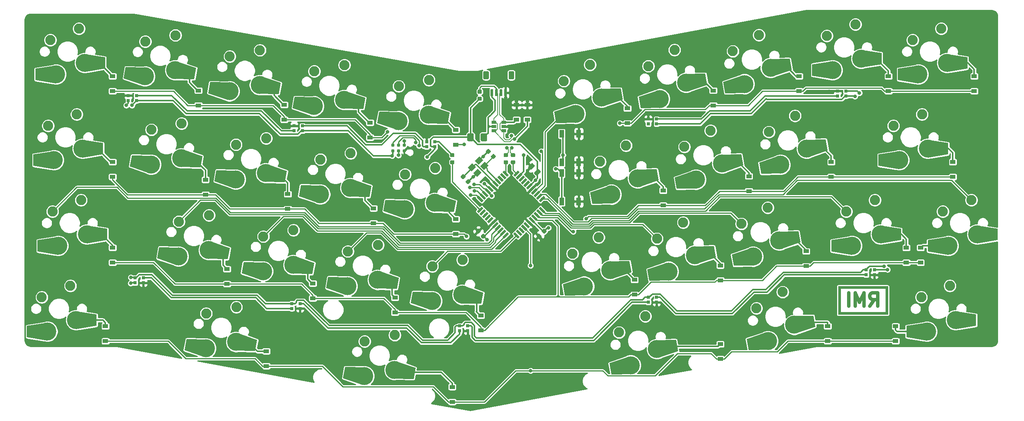
<source format=gbl>
G04 #@! TF.GenerationSoftware,KiCad,Pcbnew,(5.1.4)-1*
G04 #@! TF.CreationDate,2023-02-22T10:45:21+08:00*
G04 #@! TF.ProjectId,C-13X-PCB,432d3133-582d-4504-9342-2e6b69636164,rev?*
G04 #@! TF.SameCoordinates,Original*
G04 #@! TF.FileFunction,Copper,L2,Bot*
G04 #@! TF.FilePolarity,Positive*
%FSLAX46Y46*%
G04 Gerber Fmt 4.6, Leading zero omitted, Abs format (unit mm)*
G04 Created by KiCad (PCBNEW (5.1.4)-1) date 2023-02-22 10:45:21*
%MOMM*%
%LPD*%
G04 APERTURE LIST*
%ADD10C,0.750000*%
%ADD11C,0.100000*%
%ADD12C,1.000000*%
%ADD13C,0.875000*%
%ADD14R,1.060000X0.650000*%
%ADD15C,0.787400*%
%ADD16C,2.250000*%
%ADD17R,0.700000X0.700000*%
%ADD18C,1.200000*%
%ADD19C,0.550000*%
%ADD20R,1.000000X1.700000*%
%ADD21C,2.500000*%
%ADD22C,4.000000*%
%ADD23C,0.600000*%
%ADD24C,1.425000*%
%ADD25R,1.200000X0.900000*%
%ADD26C,0.975000*%
%ADD27C,0.800000*%
%ADD28C,0.250000*%
%ADD29C,0.375000*%
%ADD30C,0.200000*%
%ADD31C,0.254000*%
G04 APERTURE END LIST*
D10*
X194286000Y-70826142D02*
X195286000Y-69397571D01*
X196000285Y-70826142D02*
X196000285Y-67826142D01*
X194857428Y-67826142D01*
X194571714Y-67969000D01*
X194428857Y-68111857D01*
X194286000Y-68397571D01*
X194286000Y-68826142D01*
X194428857Y-69111857D01*
X194571714Y-69254714D01*
X194857428Y-69397571D01*
X196000285Y-69397571D01*
X193000285Y-70826142D02*
X193000285Y-67826142D01*
X192000285Y-69969000D01*
X191000285Y-67826142D01*
X191000285Y-70826142D01*
X189571714Y-70826142D02*
X189571714Y-67826142D01*
D11*
G36*
X198286000Y-66469000D02*
G01*
X187286000Y-66469000D01*
X187286000Y-66969000D01*
X198286000Y-66969000D01*
X198286000Y-66469000D01*
G37*
X198286000Y-66469000D02*
X187286000Y-66469000D01*
X187286000Y-66969000D01*
X198286000Y-66969000D01*
X198286000Y-66469000D01*
G36*
X198286000Y-72219000D02*
G01*
X187286000Y-72219000D01*
X187286000Y-72719000D01*
X198286000Y-72719000D01*
X198286000Y-72219000D01*
G37*
X198286000Y-72219000D02*
X187286000Y-72219000D01*
X187286000Y-72719000D01*
X198286000Y-72719000D01*
X198286000Y-72219000D01*
G36*
X198286000Y-66969000D02*
G01*
X197786000Y-66969000D01*
X197786000Y-72219000D01*
X198286000Y-72219000D01*
X198286000Y-66969000D01*
G37*
X198286000Y-66969000D02*
X197786000Y-66969000D01*
X197786000Y-72219000D01*
X198286000Y-72219000D01*
X198286000Y-66969000D01*
G36*
X187786000Y-66969000D02*
G01*
X187286000Y-66969000D01*
X187286000Y-72219000D01*
X187786000Y-72219000D01*
X187786000Y-66969000D01*
G37*
X187786000Y-66969000D02*
X187286000Y-66969000D01*
X187286000Y-72219000D01*
X187786000Y-72219000D01*
X187786000Y-66969000D01*
D12*
G36*
X101877691Y-36876053D02*
G01*
X101898926Y-36879203D01*
X101919750Y-36884419D01*
X101939962Y-36891651D01*
X101959368Y-36900830D01*
X101977781Y-36911866D01*
X101995024Y-36924654D01*
X102010930Y-36939070D01*
X102025346Y-36954976D01*
X102038134Y-36972219D01*
X102049170Y-36990632D01*
X102058349Y-37010038D01*
X102065581Y-37030250D01*
X102070797Y-37051074D01*
X102073947Y-37072309D01*
X102075000Y-37093750D01*
X102075000Y-37531250D01*
X102073947Y-37552691D01*
X102070797Y-37573926D01*
X102065581Y-37594750D01*
X102058349Y-37614962D01*
X102049170Y-37634368D01*
X102038134Y-37652781D01*
X102025346Y-37670024D01*
X102010930Y-37685930D01*
X101995024Y-37700346D01*
X101977781Y-37713134D01*
X101959368Y-37724170D01*
X101939962Y-37733349D01*
X101919750Y-37740581D01*
X101898926Y-37745797D01*
X101877691Y-37748947D01*
X101856250Y-37750000D01*
X101343750Y-37750000D01*
X101322309Y-37748947D01*
X101301074Y-37745797D01*
X101280250Y-37740581D01*
X101260038Y-37733349D01*
X101240632Y-37724170D01*
X101222219Y-37713134D01*
X101204976Y-37700346D01*
X101189070Y-37685930D01*
X101174654Y-37670024D01*
X101161866Y-37652781D01*
X101150830Y-37634368D01*
X101141651Y-37614962D01*
X101134419Y-37594750D01*
X101129203Y-37573926D01*
X101126053Y-37552691D01*
X101125000Y-37531250D01*
X101125000Y-37093750D01*
X101126053Y-37072309D01*
X101129203Y-37051074D01*
X101134419Y-37030250D01*
X101141651Y-37010038D01*
X101150830Y-36990632D01*
X101161866Y-36972219D01*
X101174654Y-36954976D01*
X101189070Y-36939070D01*
X101204976Y-36924654D01*
X101222219Y-36911866D01*
X101240632Y-36900830D01*
X101260038Y-36891651D01*
X101280250Y-36884419D01*
X101301074Y-36879203D01*
X101322309Y-36876053D01*
X101343750Y-36875000D01*
X101856250Y-36875000D01*
X101877691Y-36876053D01*
X101877691Y-36876053D01*
G37*
D13*
X101600000Y-37312500D03*
D12*
G36*
X101877691Y-38451053D02*
G01*
X101898926Y-38454203D01*
X101919750Y-38459419D01*
X101939962Y-38466651D01*
X101959368Y-38475830D01*
X101977781Y-38486866D01*
X101995024Y-38499654D01*
X102010930Y-38514070D01*
X102025346Y-38529976D01*
X102038134Y-38547219D01*
X102049170Y-38565632D01*
X102058349Y-38585038D01*
X102065581Y-38605250D01*
X102070797Y-38626074D01*
X102073947Y-38647309D01*
X102075000Y-38668750D01*
X102075000Y-39106250D01*
X102073947Y-39127691D01*
X102070797Y-39148926D01*
X102065581Y-39169750D01*
X102058349Y-39189962D01*
X102049170Y-39209368D01*
X102038134Y-39227781D01*
X102025346Y-39245024D01*
X102010930Y-39260930D01*
X101995024Y-39275346D01*
X101977781Y-39288134D01*
X101959368Y-39299170D01*
X101939962Y-39308349D01*
X101919750Y-39315581D01*
X101898926Y-39320797D01*
X101877691Y-39323947D01*
X101856250Y-39325000D01*
X101343750Y-39325000D01*
X101322309Y-39323947D01*
X101301074Y-39320797D01*
X101280250Y-39315581D01*
X101260038Y-39308349D01*
X101240632Y-39299170D01*
X101222219Y-39288134D01*
X101204976Y-39275346D01*
X101189070Y-39260930D01*
X101174654Y-39245024D01*
X101161866Y-39227781D01*
X101150830Y-39209368D01*
X101141651Y-39189962D01*
X101134419Y-39169750D01*
X101129203Y-39148926D01*
X101126053Y-39127691D01*
X101125000Y-39106250D01*
X101125000Y-38668750D01*
X101126053Y-38647309D01*
X101129203Y-38626074D01*
X101134419Y-38605250D01*
X101141651Y-38585038D01*
X101150830Y-38565632D01*
X101161866Y-38547219D01*
X101174654Y-38529976D01*
X101189070Y-38514070D01*
X101204976Y-38499654D01*
X101222219Y-38486866D01*
X101240632Y-38475830D01*
X101260038Y-38466651D01*
X101280250Y-38459419D01*
X101301074Y-38454203D01*
X101322309Y-38451053D01*
X101343750Y-38450000D01*
X101856250Y-38450000D01*
X101877691Y-38451053D01*
X101877691Y-38451053D01*
G37*
D13*
X101600000Y-38887500D03*
D14*
X110818750Y-30956250D03*
X110818750Y-30006250D03*
X110818750Y-31906250D03*
X113018750Y-31906250D03*
X113018750Y-30956250D03*
X113018750Y-30006250D03*
D15*
X90963750Y-36353750D03*
X90963750Y-35083750D03*
X89693750Y-36353750D03*
X89693750Y-35083750D03*
X88423750Y-36353750D03*
X88423750Y-35083750D03*
D16*
X212090000Y-66357500D03*
X205740000Y-68897500D03*
D17*
X146965000Y-30395000D03*
X146965000Y-29295000D03*
X145135000Y-29295000D03*
X145135000Y-30395000D03*
X189002000Y-24172000D03*
X189002000Y-23072000D03*
X187172000Y-23072000D03*
X187172000Y-24172000D03*
X193522000Y-62823000D03*
X193522000Y-63923000D03*
X195352000Y-63923000D03*
X195352000Y-62823000D03*
X145135000Y-68919000D03*
X145135000Y-70019000D03*
X146965000Y-70019000D03*
X146965000Y-68919000D03*
X103225000Y-75269000D03*
X103225000Y-76369000D03*
X105055000Y-76369000D03*
X105055000Y-75269000D03*
X66014000Y-70316000D03*
X66014000Y-71416000D03*
X67844000Y-71416000D03*
X67844000Y-70316000D03*
X31216000Y-64601000D03*
X31216000Y-65701000D03*
X33046000Y-65701000D03*
X33046000Y-64601000D03*
X31522000Y-25188000D03*
X31522000Y-24088000D03*
X29692000Y-24088000D03*
X29692000Y-25188000D03*
X68352000Y-31919000D03*
X68352000Y-30819000D03*
X66522000Y-30819000D03*
X66522000Y-31919000D03*
X97752500Y-35475000D03*
X97752500Y-34375000D03*
X95922500Y-34375000D03*
X95922500Y-35475000D03*
D18*
X107554401Y-38471612D03*
D12*
G36*
X107625112Y-37552373D02*
G01*
X108473640Y-38400901D01*
X107483690Y-39390851D01*
X106635162Y-38542323D01*
X107625112Y-37552373D01*
X107625112Y-37552373D01*
G37*
D18*
X105998766Y-40027247D03*
D12*
G36*
X106069477Y-39108008D02*
G01*
X106918005Y-39956536D01*
X105928055Y-40946486D01*
X105079527Y-40097958D01*
X106069477Y-39108008D01*
X106069477Y-39108008D01*
G37*
D18*
X107200847Y-41229328D03*
D12*
G36*
X107271558Y-40310089D02*
G01*
X108120086Y-41158617D01*
X107130136Y-42148567D01*
X106281608Y-41300039D01*
X107271558Y-40310089D01*
X107271558Y-40310089D01*
G37*
D18*
X108756482Y-39673693D03*
D12*
G36*
X108827193Y-38754454D02*
G01*
X109675721Y-39602982D01*
X108685771Y-40592932D01*
X107837243Y-39744404D01*
X108827193Y-38754454D01*
X108827193Y-38754454D01*
G37*
D19*
X107815146Y-49471542D03*
D12*
G36*
X108151022Y-48746758D02*
G01*
X108539930Y-49135666D01*
X107479270Y-50196326D01*
X107090362Y-49807418D01*
X108151022Y-48746758D01*
X108151022Y-48746758D01*
G37*
D19*
X108380832Y-50037227D03*
D12*
G36*
X108716708Y-49312443D02*
G01*
X109105616Y-49701351D01*
X108044956Y-50762011D01*
X107656048Y-50373103D01*
X108716708Y-49312443D01*
X108716708Y-49312443D01*
G37*
D19*
X108946517Y-50602912D03*
D12*
G36*
X109282393Y-49878128D02*
G01*
X109671301Y-50267036D01*
X108610641Y-51327696D01*
X108221733Y-50938788D01*
X109282393Y-49878128D01*
X109282393Y-49878128D01*
G37*
D19*
X109512202Y-51168598D03*
D12*
G36*
X109848078Y-50443814D02*
G01*
X110236986Y-50832722D01*
X109176326Y-51893382D01*
X108787418Y-51504474D01*
X109848078Y-50443814D01*
X109848078Y-50443814D01*
G37*
D19*
X110077888Y-51734283D03*
D12*
G36*
X110413764Y-51009499D02*
G01*
X110802672Y-51398407D01*
X109742012Y-52459067D01*
X109353104Y-52070159D01*
X110413764Y-51009499D01*
X110413764Y-51009499D01*
G37*
D19*
X110643573Y-52299969D03*
D12*
G36*
X110979449Y-51575185D02*
G01*
X111368357Y-51964093D01*
X110307697Y-53024753D01*
X109918789Y-52635845D01*
X110979449Y-51575185D01*
X110979449Y-51575185D01*
G37*
D19*
X111209259Y-52865654D03*
D12*
G36*
X111545135Y-52140870D02*
G01*
X111934043Y-52529778D01*
X110873383Y-53590438D01*
X110484475Y-53201530D01*
X111545135Y-52140870D01*
X111545135Y-52140870D01*
G37*
D19*
X111774944Y-53431340D03*
D12*
G36*
X112110820Y-52706556D02*
G01*
X112499728Y-53095464D01*
X111439068Y-54156124D01*
X111050160Y-53767216D01*
X112110820Y-52706556D01*
X112110820Y-52706556D01*
G37*
D19*
X112340630Y-53997025D03*
D12*
G36*
X112676506Y-53272241D02*
G01*
X113065414Y-53661149D01*
X112004754Y-54721809D01*
X111615846Y-54332901D01*
X112676506Y-53272241D01*
X112676506Y-53272241D01*
G37*
D19*
X112906315Y-54562710D03*
D12*
G36*
X113242191Y-53837926D02*
G01*
X113631099Y-54226834D01*
X112570439Y-55287494D01*
X112181531Y-54898586D01*
X113242191Y-53837926D01*
X113242191Y-53837926D01*
G37*
D19*
X113472000Y-55128396D03*
D12*
G36*
X113807876Y-54403612D02*
G01*
X114196784Y-54792520D01*
X113136124Y-55853180D01*
X112747216Y-55464272D01*
X113807876Y-54403612D01*
X113807876Y-54403612D01*
G37*
D19*
X115876164Y-55128396D03*
D12*
G36*
X115151380Y-54792520D02*
G01*
X115540288Y-54403612D01*
X116600948Y-55464272D01*
X116212040Y-55853180D01*
X115151380Y-54792520D01*
X115151380Y-54792520D01*
G37*
D19*
X116441849Y-54562710D03*
D12*
G36*
X115717065Y-54226834D02*
G01*
X116105973Y-53837926D01*
X117166633Y-54898586D01*
X116777725Y-55287494D01*
X115717065Y-54226834D01*
X115717065Y-54226834D01*
G37*
D19*
X117007534Y-53997025D03*
D12*
G36*
X116282750Y-53661149D02*
G01*
X116671658Y-53272241D01*
X117732318Y-54332901D01*
X117343410Y-54721809D01*
X116282750Y-53661149D01*
X116282750Y-53661149D01*
G37*
D19*
X117573220Y-53431340D03*
D12*
G36*
X116848436Y-53095464D02*
G01*
X117237344Y-52706556D01*
X118298004Y-53767216D01*
X117909096Y-54156124D01*
X116848436Y-53095464D01*
X116848436Y-53095464D01*
G37*
D19*
X118138905Y-52865654D03*
D12*
G36*
X117414121Y-52529778D02*
G01*
X117803029Y-52140870D01*
X118863689Y-53201530D01*
X118474781Y-53590438D01*
X117414121Y-52529778D01*
X117414121Y-52529778D01*
G37*
D19*
X118704591Y-52299969D03*
D12*
G36*
X117979807Y-51964093D02*
G01*
X118368715Y-51575185D01*
X119429375Y-52635845D01*
X119040467Y-53024753D01*
X117979807Y-51964093D01*
X117979807Y-51964093D01*
G37*
D19*
X119270276Y-51734283D03*
D12*
G36*
X118545492Y-51398407D02*
G01*
X118934400Y-51009499D01*
X119995060Y-52070159D01*
X119606152Y-52459067D01*
X118545492Y-51398407D01*
X118545492Y-51398407D01*
G37*
D19*
X119835962Y-51168598D03*
D12*
G36*
X119111178Y-50832722D02*
G01*
X119500086Y-50443814D01*
X120560746Y-51504474D01*
X120171838Y-51893382D01*
X119111178Y-50832722D01*
X119111178Y-50832722D01*
G37*
D19*
X120401647Y-50602912D03*
D12*
G36*
X119676863Y-50267036D02*
G01*
X120065771Y-49878128D01*
X121126431Y-50938788D01*
X120737523Y-51327696D01*
X119676863Y-50267036D01*
X119676863Y-50267036D01*
G37*
D19*
X120967332Y-50037227D03*
D12*
G36*
X120242548Y-49701351D02*
G01*
X120631456Y-49312443D01*
X121692116Y-50373103D01*
X121303208Y-50762011D01*
X120242548Y-49701351D01*
X120242548Y-49701351D01*
G37*
D19*
X121533018Y-49471542D03*
D12*
G36*
X120808234Y-49135666D02*
G01*
X121197142Y-48746758D01*
X122257802Y-49807418D01*
X121868894Y-50196326D01*
X120808234Y-49135666D01*
X120808234Y-49135666D01*
G37*
D19*
X121533018Y-47067378D03*
D12*
G36*
X121868894Y-46342594D02*
G01*
X122257802Y-46731502D01*
X121197142Y-47792162D01*
X120808234Y-47403254D01*
X121868894Y-46342594D01*
X121868894Y-46342594D01*
G37*
D19*
X120967332Y-46501693D03*
D12*
G36*
X121303208Y-45776909D02*
G01*
X121692116Y-46165817D01*
X120631456Y-47226477D01*
X120242548Y-46837569D01*
X121303208Y-45776909D01*
X121303208Y-45776909D01*
G37*
D19*
X120401647Y-45936008D03*
D12*
G36*
X120737523Y-45211224D02*
G01*
X121126431Y-45600132D01*
X120065771Y-46660792D01*
X119676863Y-46271884D01*
X120737523Y-45211224D01*
X120737523Y-45211224D01*
G37*
D19*
X119835962Y-45370322D03*
D12*
G36*
X120171838Y-44645538D02*
G01*
X120560746Y-45034446D01*
X119500086Y-46095106D01*
X119111178Y-45706198D01*
X120171838Y-44645538D01*
X120171838Y-44645538D01*
G37*
D19*
X119270276Y-44804637D03*
D12*
G36*
X119606152Y-44079853D02*
G01*
X119995060Y-44468761D01*
X118934400Y-45529421D01*
X118545492Y-45140513D01*
X119606152Y-44079853D01*
X119606152Y-44079853D01*
G37*
D19*
X118704591Y-44238951D03*
D12*
G36*
X119040467Y-43514167D02*
G01*
X119429375Y-43903075D01*
X118368715Y-44963735D01*
X117979807Y-44574827D01*
X119040467Y-43514167D01*
X119040467Y-43514167D01*
G37*
D19*
X118138905Y-43673266D03*
D12*
G36*
X118474781Y-42948482D02*
G01*
X118863689Y-43337390D01*
X117803029Y-44398050D01*
X117414121Y-44009142D01*
X118474781Y-42948482D01*
X118474781Y-42948482D01*
G37*
D19*
X117573220Y-43107580D03*
D12*
G36*
X117909096Y-42382796D02*
G01*
X118298004Y-42771704D01*
X117237344Y-43832364D01*
X116848436Y-43443456D01*
X117909096Y-42382796D01*
X117909096Y-42382796D01*
G37*
D19*
X117007534Y-42541895D03*
D12*
G36*
X117343410Y-41817111D02*
G01*
X117732318Y-42206019D01*
X116671658Y-43266679D01*
X116282750Y-42877771D01*
X117343410Y-41817111D01*
X117343410Y-41817111D01*
G37*
D19*
X116441849Y-41976210D03*
D12*
G36*
X116777725Y-41251426D02*
G01*
X117166633Y-41640334D01*
X116105973Y-42700994D01*
X115717065Y-42312086D01*
X116777725Y-41251426D01*
X116777725Y-41251426D01*
G37*
D19*
X115876164Y-41410524D03*
D12*
G36*
X116212040Y-40685740D02*
G01*
X116600948Y-41074648D01*
X115540288Y-42135308D01*
X115151380Y-41746400D01*
X116212040Y-40685740D01*
X116212040Y-40685740D01*
G37*
D19*
X113472000Y-41410524D03*
D12*
G36*
X112747216Y-41074648D02*
G01*
X113136124Y-40685740D01*
X114196784Y-41746400D01*
X113807876Y-42135308D01*
X112747216Y-41074648D01*
X112747216Y-41074648D01*
G37*
D19*
X112906315Y-41976210D03*
D12*
G36*
X112181531Y-41640334D02*
G01*
X112570439Y-41251426D01*
X113631099Y-42312086D01*
X113242191Y-42700994D01*
X112181531Y-41640334D01*
X112181531Y-41640334D01*
G37*
D19*
X112340630Y-42541895D03*
D12*
G36*
X111615846Y-42206019D02*
G01*
X112004754Y-41817111D01*
X113065414Y-42877771D01*
X112676506Y-43266679D01*
X111615846Y-42206019D01*
X111615846Y-42206019D01*
G37*
D19*
X111774944Y-43107580D03*
D12*
G36*
X111050160Y-42771704D02*
G01*
X111439068Y-42382796D01*
X112499728Y-43443456D01*
X112110820Y-43832364D01*
X111050160Y-42771704D01*
X111050160Y-42771704D01*
G37*
D19*
X111209259Y-43673266D03*
D12*
G36*
X110484475Y-43337390D02*
G01*
X110873383Y-42948482D01*
X111934043Y-44009142D01*
X111545135Y-44398050D01*
X110484475Y-43337390D01*
X110484475Y-43337390D01*
G37*
D19*
X110643573Y-44238951D03*
D12*
G36*
X109918789Y-43903075D02*
G01*
X110307697Y-43514167D01*
X111368357Y-44574827D01*
X110979449Y-44963735D01*
X109918789Y-43903075D01*
X109918789Y-43903075D01*
G37*
D19*
X110077888Y-44804637D03*
D12*
G36*
X109353104Y-44468761D02*
G01*
X109742012Y-44079853D01*
X110802672Y-45140513D01*
X110413764Y-45529421D01*
X109353104Y-44468761D01*
X109353104Y-44468761D01*
G37*
D19*
X109512202Y-45370322D03*
D12*
G36*
X108787418Y-45034446D02*
G01*
X109176326Y-44645538D01*
X110236986Y-45706198D01*
X109848078Y-46095106D01*
X108787418Y-45034446D01*
X108787418Y-45034446D01*
G37*
D19*
X108946517Y-45936008D03*
D12*
G36*
X108221733Y-45600132D02*
G01*
X108610641Y-45211224D01*
X109671301Y-46271884D01*
X109282393Y-46660792D01*
X108221733Y-45600132D01*
X108221733Y-45600132D01*
G37*
D19*
X108380832Y-46501693D03*
D12*
G36*
X107656048Y-46165817D02*
G01*
X108044956Y-45776909D01*
X109105616Y-46837569D01*
X108716708Y-47226477D01*
X107656048Y-46165817D01*
X107656048Y-46165817D01*
G37*
D19*
X107815146Y-47067378D03*
D12*
G36*
X107090362Y-46731502D02*
G01*
X107479270Y-46342594D01*
X108539930Y-47403254D01*
X108151022Y-47792162D01*
X107090362Y-46731502D01*
X107090362Y-46731502D01*
G37*
D20*
X125893750Y-32568750D03*
X125893750Y-38868750D03*
X129693750Y-32568750D03*
X129693750Y-38868750D03*
X125893750Y-41300000D03*
X125893750Y-47600000D03*
X129693750Y-41300000D03*
X129693750Y-47600000D03*
D12*
G36*
X113783941Y-38451053D02*
G01*
X113805176Y-38454203D01*
X113826000Y-38459419D01*
X113846212Y-38466651D01*
X113865618Y-38475830D01*
X113884031Y-38486866D01*
X113901274Y-38499654D01*
X113917180Y-38514070D01*
X113931596Y-38529976D01*
X113944384Y-38547219D01*
X113955420Y-38565632D01*
X113964599Y-38585038D01*
X113971831Y-38605250D01*
X113977047Y-38626074D01*
X113980197Y-38647309D01*
X113981250Y-38668750D01*
X113981250Y-39106250D01*
X113980197Y-39127691D01*
X113977047Y-39148926D01*
X113971831Y-39169750D01*
X113964599Y-39189962D01*
X113955420Y-39209368D01*
X113944384Y-39227781D01*
X113931596Y-39245024D01*
X113917180Y-39260930D01*
X113901274Y-39275346D01*
X113884031Y-39288134D01*
X113865618Y-39299170D01*
X113846212Y-39308349D01*
X113826000Y-39315581D01*
X113805176Y-39320797D01*
X113783941Y-39323947D01*
X113762500Y-39325000D01*
X113250000Y-39325000D01*
X113228559Y-39323947D01*
X113207324Y-39320797D01*
X113186500Y-39315581D01*
X113166288Y-39308349D01*
X113146882Y-39299170D01*
X113128469Y-39288134D01*
X113111226Y-39275346D01*
X113095320Y-39260930D01*
X113080904Y-39245024D01*
X113068116Y-39227781D01*
X113057080Y-39209368D01*
X113047901Y-39189962D01*
X113040669Y-39169750D01*
X113035453Y-39148926D01*
X113032303Y-39127691D01*
X113031250Y-39106250D01*
X113031250Y-38668750D01*
X113032303Y-38647309D01*
X113035453Y-38626074D01*
X113040669Y-38605250D01*
X113047901Y-38585038D01*
X113057080Y-38565632D01*
X113068116Y-38547219D01*
X113080904Y-38529976D01*
X113095320Y-38514070D01*
X113111226Y-38499654D01*
X113128469Y-38486866D01*
X113146882Y-38475830D01*
X113166288Y-38466651D01*
X113186500Y-38459419D01*
X113207324Y-38454203D01*
X113228559Y-38451053D01*
X113250000Y-38450000D01*
X113762500Y-38450000D01*
X113783941Y-38451053D01*
X113783941Y-38451053D01*
G37*
D13*
X113506250Y-38887500D03*
D12*
G36*
X113783941Y-36876053D02*
G01*
X113805176Y-36879203D01*
X113826000Y-36884419D01*
X113846212Y-36891651D01*
X113865618Y-36900830D01*
X113884031Y-36911866D01*
X113901274Y-36924654D01*
X113917180Y-36939070D01*
X113931596Y-36954976D01*
X113944384Y-36972219D01*
X113955420Y-36990632D01*
X113964599Y-37010038D01*
X113971831Y-37030250D01*
X113977047Y-37051074D01*
X113980197Y-37072309D01*
X113981250Y-37093750D01*
X113981250Y-37531250D01*
X113980197Y-37552691D01*
X113977047Y-37573926D01*
X113971831Y-37594750D01*
X113964599Y-37614962D01*
X113955420Y-37634368D01*
X113944384Y-37652781D01*
X113931596Y-37670024D01*
X113917180Y-37685930D01*
X113901274Y-37700346D01*
X113884031Y-37713134D01*
X113865618Y-37724170D01*
X113846212Y-37733349D01*
X113826000Y-37740581D01*
X113805176Y-37745797D01*
X113783941Y-37748947D01*
X113762500Y-37750000D01*
X113250000Y-37750000D01*
X113228559Y-37748947D01*
X113207324Y-37745797D01*
X113186500Y-37740581D01*
X113166288Y-37733349D01*
X113146882Y-37724170D01*
X113128469Y-37713134D01*
X113111226Y-37700346D01*
X113095320Y-37685930D01*
X113080904Y-37670024D01*
X113068116Y-37652781D01*
X113057080Y-37634368D01*
X113047901Y-37614962D01*
X113040669Y-37594750D01*
X113035453Y-37573926D01*
X113032303Y-37552691D01*
X113031250Y-37531250D01*
X113031250Y-37093750D01*
X113032303Y-37072309D01*
X113035453Y-37051074D01*
X113040669Y-37030250D01*
X113047901Y-37010038D01*
X113057080Y-36990632D01*
X113068116Y-36972219D01*
X113080904Y-36954976D01*
X113095320Y-36939070D01*
X113111226Y-36924654D01*
X113128469Y-36911866D01*
X113146882Y-36900830D01*
X113166288Y-36891651D01*
X113186500Y-36884419D01*
X113207324Y-36879203D01*
X113228559Y-36876053D01*
X113250000Y-36875000D01*
X113762500Y-36875000D01*
X113783941Y-36876053D01*
X113783941Y-36876053D01*
G37*
D13*
X113506250Y-37312500D03*
D12*
G36*
X115371441Y-36876053D02*
G01*
X115392676Y-36879203D01*
X115413500Y-36884419D01*
X115433712Y-36891651D01*
X115453118Y-36900830D01*
X115471531Y-36911866D01*
X115488774Y-36924654D01*
X115504680Y-36939070D01*
X115519096Y-36954976D01*
X115531884Y-36972219D01*
X115542920Y-36990632D01*
X115552099Y-37010038D01*
X115559331Y-37030250D01*
X115564547Y-37051074D01*
X115567697Y-37072309D01*
X115568750Y-37093750D01*
X115568750Y-37531250D01*
X115567697Y-37552691D01*
X115564547Y-37573926D01*
X115559331Y-37594750D01*
X115552099Y-37614962D01*
X115542920Y-37634368D01*
X115531884Y-37652781D01*
X115519096Y-37670024D01*
X115504680Y-37685930D01*
X115488774Y-37700346D01*
X115471531Y-37713134D01*
X115453118Y-37724170D01*
X115433712Y-37733349D01*
X115413500Y-37740581D01*
X115392676Y-37745797D01*
X115371441Y-37748947D01*
X115350000Y-37750000D01*
X114837500Y-37750000D01*
X114816059Y-37748947D01*
X114794824Y-37745797D01*
X114774000Y-37740581D01*
X114753788Y-37733349D01*
X114734382Y-37724170D01*
X114715969Y-37713134D01*
X114698726Y-37700346D01*
X114682820Y-37685930D01*
X114668404Y-37670024D01*
X114655616Y-37652781D01*
X114644580Y-37634368D01*
X114635401Y-37614962D01*
X114628169Y-37594750D01*
X114622953Y-37573926D01*
X114619803Y-37552691D01*
X114618750Y-37531250D01*
X114618750Y-37093750D01*
X114619803Y-37072309D01*
X114622953Y-37051074D01*
X114628169Y-37030250D01*
X114635401Y-37010038D01*
X114644580Y-36990632D01*
X114655616Y-36972219D01*
X114668404Y-36954976D01*
X114682820Y-36939070D01*
X114698726Y-36924654D01*
X114715969Y-36911866D01*
X114734382Y-36900830D01*
X114753788Y-36891651D01*
X114774000Y-36884419D01*
X114794824Y-36879203D01*
X114816059Y-36876053D01*
X114837500Y-36875000D01*
X115350000Y-36875000D01*
X115371441Y-36876053D01*
X115371441Y-36876053D01*
G37*
D13*
X115093750Y-37312500D03*
D12*
G36*
X115371441Y-38451053D02*
G01*
X115392676Y-38454203D01*
X115413500Y-38459419D01*
X115433712Y-38466651D01*
X115453118Y-38475830D01*
X115471531Y-38486866D01*
X115488774Y-38499654D01*
X115504680Y-38514070D01*
X115519096Y-38529976D01*
X115531884Y-38547219D01*
X115542920Y-38565632D01*
X115552099Y-38585038D01*
X115559331Y-38605250D01*
X115564547Y-38626074D01*
X115567697Y-38647309D01*
X115568750Y-38668750D01*
X115568750Y-39106250D01*
X115567697Y-39127691D01*
X115564547Y-39148926D01*
X115559331Y-39169750D01*
X115552099Y-39189962D01*
X115542920Y-39209368D01*
X115531884Y-39227781D01*
X115519096Y-39245024D01*
X115504680Y-39260930D01*
X115488774Y-39275346D01*
X115471531Y-39288134D01*
X115453118Y-39299170D01*
X115433712Y-39308349D01*
X115413500Y-39315581D01*
X115392676Y-39320797D01*
X115371441Y-39323947D01*
X115350000Y-39325000D01*
X114837500Y-39325000D01*
X114816059Y-39323947D01*
X114794824Y-39320797D01*
X114774000Y-39315581D01*
X114753788Y-39308349D01*
X114734382Y-39299170D01*
X114715969Y-39288134D01*
X114698726Y-39275346D01*
X114682820Y-39260930D01*
X114668404Y-39245024D01*
X114655616Y-39227781D01*
X114644580Y-39209368D01*
X114635401Y-39189962D01*
X114628169Y-39169750D01*
X114622953Y-39148926D01*
X114619803Y-39127691D01*
X114618750Y-39106250D01*
X114618750Y-38668750D01*
X114619803Y-38647309D01*
X114622953Y-38626074D01*
X114628169Y-38605250D01*
X114635401Y-38585038D01*
X114644580Y-38565632D01*
X114655616Y-38547219D01*
X114668404Y-38529976D01*
X114682820Y-38514070D01*
X114698726Y-38499654D01*
X114715969Y-38486866D01*
X114734382Y-38475830D01*
X114753788Y-38466651D01*
X114774000Y-38459419D01*
X114794824Y-38454203D01*
X114816059Y-38451053D01*
X114837500Y-38450000D01*
X115350000Y-38450000D01*
X115371441Y-38451053D01*
X115371441Y-38451053D01*
G37*
D13*
X115093750Y-38887500D03*
D12*
G36*
X107973691Y-24354053D02*
G01*
X107994926Y-24357203D01*
X108015750Y-24362419D01*
X108035962Y-24369651D01*
X108055368Y-24378830D01*
X108073781Y-24389866D01*
X108091024Y-24402654D01*
X108106930Y-24417070D01*
X108121346Y-24432976D01*
X108134134Y-24450219D01*
X108145170Y-24468632D01*
X108154349Y-24488038D01*
X108161581Y-24508250D01*
X108166797Y-24529074D01*
X108169947Y-24550309D01*
X108171000Y-24571750D01*
X108171000Y-25009250D01*
X108169947Y-25030691D01*
X108166797Y-25051926D01*
X108161581Y-25072750D01*
X108154349Y-25092962D01*
X108145170Y-25112368D01*
X108134134Y-25130781D01*
X108121346Y-25148024D01*
X108106930Y-25163930D01*
X108091024Y-25178346D01*
X108073781Y-25191134D01*
X108055368Y-25202170D01*
X108035962Y-25211349D01*
X108015750Y-25218581D01*
X107994926Y-25223797D01*
X107973691Y-25226947D01*
X107952250Y-25228000D01*
X107439750Y-25228000D01*
X107418309Y-25226947D01*
X107397074Y-25223797D01*
X107376250Y-25218581D01*
X107356038Y-25211349D01*
X107336632Y-25202170D01*
X107318219Y-25191134D01*
X107300976Y-25178346D01*
X107285070Y-25163930D01*
X107270654Y-25148024D01*
X107257866Y-25130781D01*
X107246830Y-25112368D01*
X107237651Y-25092962D01*
X107230419Y-25072750D01*
X107225203Y-25051926D01*
X107222053Y-25030691D01*
X107221000Y-25009250D01*
X107221000Y-24571750D01*
X107222053Y-24550309D01*
X107225203Y-24529074D01*
X107230419Y-24508250D01*
X107237651Y-24488038D01*
X107246830Y-24468632D01*
X107257866Y-24450219D01*
X107270654Y-24432976D01*
X107285070Y-24417070D01*
X107300976Y-24402654D01*
X107318219Y-24389866D01*
X107336632Y-24378830D01*
X107356038Y-24369651D01*
X107376250Y-24362419D01*
X107397074Y-24357203D01*
X107418309Y-24354053D01*
X107439750Y-24353000D01*
X107952250Y-24353000D01*
X107973691Y-24354053D01*
X107973691Y-24354053D01*
G37*
D13*
X107696000Y-24790500D03*
D12*
G36*
X107973691Y-22779053D02*
G01*
X107994926Y-22782203D01*
X108015750Y-22787419D01*
X108035962Y-22794651D01*
X108055368Y-22803830D01*
X108073781Y-22814866D01*
X108091024Y-22827654D01*
X108106930Y-22842070D01*
X108121346Y-22857976D01*
X108134134Y-22875219D01*
X108145170Y-22893632D01*
X108154349Y-22913038D01*
X108161581Y-22933250D01*
X108166797Y-22954074D01*
X108169947Y-22975309D01*
X108171000Y-22996750D01*
X108171000Y-23434250D01*
X108169947Y-23455691D01*
X108166797Y-23476926D01*
X108161581Y-23497750D01*
X108154349Y-23517962D01*
X108145170Y-23537368D01*
X108134134Y-23555781D01*
X108121346Y-23573024D01*
X108106930Y-23588930D01*
X108091024Y-23603346D01*
X108073781Y-23616134D01*
X108055368Y-23627170D01*
X108035962Y-23636349D01*
X108015750Y-23643581D01*
X107994926Y-23648797D01*
X107973691Y-23651947D01*
X107952250Y-23653000D01*
X107439750Y-23653000D01*
X107418309Y-23651947D01*
X107397074Y-23648797D01*
X107376250Y-23643581D01*
X107356038Y-23636349D01*
X107336632Y-23627170D01*
X107318219Y-23616134D01*
X107300976Y-23603346D01*
X107285070Y-23588930D01*
X107270654Y-23573024D01*
X107257866Y-23555781D01*
X107246830Y-23537368D01*
X107237651Y-23517962D01*
X107230419Y-23497750D01*
X107225203Y-23476926D01*
X107222053Y-23455691D01*
X107221000Y-23434250D01*
X107221000Y-22996750D01*
X107222053Y-22975309D01*
X107225203Y-22954074D01*
X107230419Y-22933250D01*
X107237651Y-22913038D01*
X107246830Y-22893632D01*
X107257866Y-22875219D01*
X107270654Y-22857976D01*
X107285070Y-22842070D01*
X107300976Y-22827654D01*
X107318219Y-22814866D01*
X107336632Y-22803830D01*
X107356038Y-22794651D01*
X107376250Y-22787419D01*
X107397074Y-22782203D01*
X107418309Y-22779053D01*
X107439750Y-22778000D01*
X107952250Y-22778000D01*
X107973691Y-22779053D01*
X107973691Y-22779053D01*
G37*
D13*
X107696000Y-23215500D03*
D21*
X216635000Y-73977500D03*
D12*
G36*
X213348361Y-75956527D02*
G01*
X213339098Y-75953322D01*
X213330639Y-75948371D01*
X213323307Y-75941865D01*
X213317386Y-75934054D01*
X213313102Y-75925238D01*
X213310621Y-75915756D01*
X213310000Y-75907900D01*
X213310000Y-72047100D01*
X213310961Y-72037345D01*
X213313806Y-72027966D01*
X213318427Y-72019321D01*
X213324645Y-72011745D01*
X213332221Y-72005527D01*
X213340866Y-72000906D01*
X213350245Y-71998061D01*
X213360000Y-71997100D01*
X213367856Y-71997721D01*
X217838256Y-72708921D01*
X217847738Y-72711402D01*
X217856554Y-72715686D01*
X217864365Y-72721607D01*
X217869594Y-72727500D01*
X217910000Y-72727500D01*
X217910000Y-75227500D01*
X217869494Y-75227500D01*
X217865755Y-75232055D01*
X217858179Y-75238273D01*
X217849534Y-75242894D01*
X217838256Y-75246079D01*
X213367856Y-75957279D01*
X213358071Y-75957863D01*
X213348361Y-75956527D01*
X213348361Y-75956527D01*
G37*
D21*
X203709000Y-76517500D03*
D12*
G36*
X206952344Y-78497279D02*
G01*
X202481944Y-77786079D01*
X202472462Y-77783598D01*
X202463646Y-77779314D01*
X202455835Y-77773393D01*
X202450606Y-77767500D01*
X202434000Y-77767500D01*
X202434000Y-75267500D01*
X202450706Y-75267500D01*
X202454445Y-75262945D01*
X202462021Y-75256727D01*
X202470666Y-75252106D01*
X202481944Y-75248921D01*
X206952344Y-74537721D01*
X206962129Y-74537137D01*
X206971839Y-74538473D01*
X206981102Y-74541678D01*
X206989561Y-74546629D01*
X206996893Y-74553135D01*
X207002814Y-74560946D01*
X207007098Y-74569762D01*
X207009579Y-74579244D01*
X207010200Y-74587100D01*
X207010200Y-78447900D01*
X207009239Y-78457655D01*
X207006394Y-78467034D01*
X207001773Y-78475679D01*
X206995555Y-78483255D01*
X206987979Y-78489473D01*
X206979334Y-78494094D01*
X206969955Y-78496939D01*
X206960200Y-78497900D01*
X206952344Y-78497279D01*
X206952344Y-78497279D01*
G37*
D22*
X213360000Y-73977500D03*
X207010000Y-76517500D03*
D21*
X180745599Y-74448519D03*
D12*
G36*
X177852546Y-76968199D02*
G01*
X177842867Y-76966651D01*
X177833677Y-76963244D01*
X177825326Y-76958110D01*
X177818139Y-76951446D01*
X177812389Y-76943508D01*
X177808299Y-76934601D01*
X177806324Y-76926972D01*
X177135903Y-73124826D01*
X177135155Y-73115053D01*
X177136328Y-73105322D01*
X177139378Y-73096006D01*
X177144186Y-73087465D01*
X177150567Y-73080026D01*
X177158278Y-73073974D01*
X177167021Y-73069544D01*
X177176461Y-73066904D01*
X177184305Y-73066151D01*
X181710288Y-72990269D01*
X181720057Y-72991066D01*
X181729483Y-72993754D01*
X181738204Y-72998229D01*
X181744377Y-73003124D01*
X181784169Y-72996108D01*
X182218289Y-75458127D01*
X182178398Y-75465161D01*
X182175507Y-75470296D01*
X182169126Y-75477735D01*
X182161415Y-75483787D01*
X182150861Y-75488882D01*
X177871875Y-76965554D01*
X177862340Y-76967829D01*
X177852546Y-76968199D01*
X177852546Y-76968199D01*
G37*
D22*
X171707891Y-78621295D03*
X177520354Y-75017217D03*
D21*
X168457041Y-79194507D03*
D12*
G36*
X171994896Y-80581008D02*
G01*
X167468913Y-80656889D01*
X167459144Y-80656093D01*
X167449718Y-80653405D01*
X167440998Y-80648930D01*
X167434825Y-80644035D01*
X167418471Y-80646918D01*
X166984351Y-78184899D01*
X167000803Y-78181998D01*
X167003694Y-78176863D01*
X167010075Y-78169424D01*
X167017787Y-78163372D01*
X167028340Y-78158277D01*
X171307326Y-76681605D01*
X171316861Y-76679330D01*
X171326656Y-76678960D01*
X171336335Y-76680508D01*
X171345525Y-76683915D01*
X171353875Y-76689048D01*
X171361063Y-76695713D01*
X171366812Y-76703651D01*
X171370902Y-76712558D01*
X171372878Y-76720187D01*
X172043299Y-80522333D01*
X172044046Y-80532106D01*
X172042873Y-80541837D01*
X172039824Y-80551153D01*
X172035016Y-80559693D01*
X172028634Y-80567133D01*
X172020923Y-80573185D01*
X172012181Y-80577615D01*
X172002741Y-80580255D01*
X171994896Y-80581008D01*
X171994896Y-80581008D01*
G37*
D21*
X137971086Y-84570003D03*
D12*
G36*
X141508941Y-85956504D02*
G01*
X136982958Y-86032385D01*
X136973189Y-86031589D01*
X136963763Y-86028901D01*
X136955043Y-86024426D01*
X136948870Y-86019531D01*
X136932516Y-86022414D01*
X136498396Y-83560395D01*
X136514848Y-83557494D01*
X136517739Y-83552359D01*
X136524120Y-83544920D01*
X136531832Y-83538868D01*
X136542385Y-83533773D01*
X140821371Y-82057101D01*
X140830906Y-82054826D01*
X140840701Y-82054456D01*
X140850380Y-82056004D01*
X140859570Y-82059411D01*
X140867920Y-82064544D01*
X140875108Y-82071209D01*
X140880857Y-82079147D01*
X140884947Y-82088054D01*
X140886923Y-82095683D01*
X141557344Y-85897829D01*
X141558091Y-85907602D01*
X141556918Y-85917333D01*
X141553869Y-85926649D01*
X141549061Y-85935189D01*
X141542679Y-85942629D01*
X141534968Y-85948681D01*
X141526226Y-85953111D01*
X141516786Y-85955751D01*
X141508941Y-85956504D01*
X141508941Y-85956504D01*
G37*
D22*
X147034399Y-80392713D03*
X141221936Y-83996791D03*
D21*
X150259644Y-79824015D03*
D12*
G36*
X147366591Y-82343695D02*
G01*
X147356912Y-82342147D01*
X147347722Y-82338740D01*
X147339371Y-82333606D01*
X147332184Y-82326942D01*
X147326434Y-82319004D01*
X147322344Y-82310097D01*
X147320369Y-82302468D01*
X146649948Y-78500322D01*
X146649200Y-78490549D01*
X146650373Y-78480818D01*
X146653423Y-78471502D01*
X146658231Y-78462961D01*
X146664612Y-78455522D01*
X146672323Y-78449470D01*
X146681066Y-78445040D01*
X146690506Y-78442400D01*
X146698350Y-78441647D01*
X151224333Y-78365765D01*
X151234102Y-78366562D01*
X151243528Y-78369250D01*
X151252249Y-78373725D01*
X151258422Y-78378620D01*
X151298214Y-78371604D01*
X151732334Y-80833623D01*
X151692443Y-80840657D01*
X151689552Y-80845792D01*
X151683171Y-80853231D01*
X151675460Y-80859283D01*
X151664906Y-80864378D01*
X147385920Y-82341050D01*
X147376385Y-82343325D01*
X147366591Y-82343695D01*
X147366591Y-82343695D01*
G37*
D21*
X78834977Y-85849442D03*
D12*
G36*
X81685262Y-88362344D02*
G01*
X77406276Y-86885672D01*
X77397369Y-86881583D01*
X77389431Y-86875833D01*
X77382767Y-86868645D01*
X77378641Y-86861934D01*
X77362287Y-86859050D01*
X77796407Y-84397031D01*
X77812860Y-84399932D01*
X77817333Y-84396095D01*
X77825873Y-84391287D01*
X77835189Y-84388238D01*
X77846849Y-84387060D01*
X82372832Y-84462941D01*
X82382570Y-84464065D01*
X82391901Y-84467067D01*
X82400466Y-84471832D01*
X82407937Y-84478176D01*
X82414028Y-84485857D01*
X82418503Y-84494577D01*
X82421191Y-84504003D01*
X82421987Y-84513772D01*
X82421235Y-84521616D01*
X81750814Y-88323762D01*
X81748174Y-88333202D01*
X81743743Y-88341945D01*
X81737691Y-88349656D01*
X81730252Y-88356037D01*
X81721711Y-88360845D01*
X81712395Y-88363895D01*
X81702665Y-88365068D01*
X81692891Y-88364320D01*
X81685262Y-88362344D01*
X81685262Y-88362344D01*
G37*
D22*
X88780423Y-85023909D03*
X82085828Y-86422655D03*
D21*
X92005669Y-85592607D03*
D12*
G36*
X88425307Y-86970849D02*
G01*
X88416741Y-86966084D01*
X88409271Y-86959740D01*
X88403180Y-86952059D01*
X88398705Y-86943339D01*
X88396017Y-86933913D01*
X88395220Y-86924144D01*
X88395973Y-86916300D01*
X89066394Y-83114154D01*
X89069034Y-83104714D01*
X89073464Y-83095972D01*
X89079516Y-83088260D01*
X89086956Y-83081879D01*
X89095496Y-83077071D01*
X89104812Y-83074022D01*
X89114543Y-83072848D01*
X89124316Y-83073596D01*
X89131945Y-83075572D01*
X93410931Y-84552244D01*
X93419838Y-84556334D01*
X93427777Y-84562083D01*
X93434441Y-84569271D01*
X93438567Y-84575982D01*
X93478359Y-84582999D01*
X93044239Y-87045018D01*
X93004348Y-87037984D01*
X92999875Y-87041821D01*
X92991334Y-87046629D01*
X92982018Y-87049678D01*
X92970358Y-87050857D01*
X88444375Y-86974975D01*
X88434637Y-86973851D01*
X88425307Y-86970849D01*
X88425307Y-86970849D01*
G37*
D21*
X56829567Y-79390111D03*
D12*
G36*
X53249205Y-80768353D02*
G01*
X53240639Y-80763588D01*
X53233169Y-80757244D01*
X53227078Y-80749563D01*
X53222603Y-80740843D01*
X53219915Y-80731417D01*
X53219118Y-80721648D01*
X53219871Y-80713804D01*
X53890292Y-76911658D01*
X53892932Y-76902218D01*
X53897362Y-76893476D01*
X53903414Y-76885764D01*
X53910854Y-76879383D01*
X53919394Y-76874575D01*
X53928710Y-76871526D01*
X53938441Y-76870352D01*
X53948214Y-76871100D01*
X53955843Y-76873076D01*
X58234829Y-78349748D01*
X58243736Y-78353838D01*
X58251675Y-78359587D01*
X58258339Y-78366775D01*
X58262465Y-78373486D01*
X58302257Y-78380503D01*
X57868137Y-80842522D01*
X57828246Y-80835488D01*
X57823773Y-80839325D01*
X57815232Y-80844133D01*
X57805916Y-80847182D01*
X57794256Y-80848361D01*
X53268273Y-80772479D01*
X53258535Y-80771355D01*
X53249205Y-80768353D01*
X53249205Y-80768353D01*
G37*
D22*
X46909726Y-80220159D03*
X53604321Y-78821413D03*
D21*
X43658875Y-79646946D03*
D12*
G36*
X46509160Y-82159848D02*
G01*
X42230174Y-80683176D01*
X42221267Y-80679087D01*
X42213329Y-80673337D01*
X42206665Y-80666149D01*
X42202539Y-80659438D01*
X42186185Y-80656554D01*
X42620305Y-78194535D01*
X42636758Y-78197436D01*
X42641231Y-78193599D01*
X42649771Y-78188791D01*
X42659087Y-78185742D01*
X42670747Y-78184564D01*
X47196730Y-78260445D01*
X47206468Y-78261569D01*
X47215799Y-78264571D01*
X47224364Y-78269336D01*
X47231835Y-78275680D01*
X47237926Y-78283361D01*
X47242401Y-78292081D01*
X47245089Y-78301507D01*
X47245885Y-78311276D01*
X47245133Y-78319120D01*
X46574712Y-82121266D01*
X46572072Y-82130706D01*
X46567641Y-82139449D01*
X46561589Y-82147160D01*
X46554150Y-82153541D01*
X46545609Y-82158349D01*
X46536293Y-82161399D01*
X46526563Y-82162572D01*
X46516789Y-82161824D01*
X46509160Y-82159848D01*
X46509160Y-82159848D01*
G37*
D21*
X21372500Y-73977500D03*
D12*
G36*
X18085861Y-75956527D02*
G01*
X18076598Y-75953322D01*
X18068139Y-75948371D01*
X18060807Y-75941865D01*
X18054886Y-75934054D01*
X18050602Y-75925238D01*
X18048121Y-75915756D01*
X18047500Y-75907900D01*
X18047500Y-72047100D01*
X18048461Y-72037345D01*
X18051306Y-72027966D01*
X18055927Y-72019321D01*
X18062145Y-72011745D01*
X18069721Y-72005527D01*
X18078366Y-72000906D01*
X18087745Y-71998061D01*
X18097500Y-71997100D01*
X18105356Y-71997721D01*
X22575756Y-72708921D01*
X22585238Y-72711402D01*
X22594054Y-72715686D01*
X22601865Y-72721607D01*
X22607094Y-72727500D01*
X22647500Y-72727500D01*
X22647500Y-75227500D01*
X22606994Y-75227500D01*
X22603255Y-75232055D01*
X22595679Y-75238273D01*
X22587034Y-75242894D01*
X22575756Y-75246079D01*
X18105356Y-75957279D01*
X18095571Y-75957863D01*
X18085861Y-75956527D01*
X18085861Y-75956527D01*
G37*
D21*
X8446500Y-76517500D03*
D12*
G36*
X11689844Y-78497279D02*
G01*
X7219444Y-77786079D01*
X7209962Y-77783598D01*
X7201146Y-77779314D01*
X7193335Y-77773393D01*
X7188106Y-77767500D01*
X7171500Y-77767500D01*
X7171500Y-75267500D01*
X7188206Y-75267500D01*
X7191945Y-75262945D01*
X7199521Y-75256727D01*
X7208166Y-75252106D01*
X7219444Y-75248921D01*
X11689844Y-74537721D01*
X11699629Y-74537137D01*
X11709339Y-74538473D01*
X11718602Y-74541678D01*
X11727061Y-74546629D01*
X11734393Y-74553135D01*
X11740314Y-74560946D01*
X11744598Y-74569762D01*
X11747079Y-74579244D01*
X11747700Y-74587100D01*
X11747700Y-78447900D01*
X11746739Y-78457655D01*
X11743894Y-78467034D01*
X11739273Y-78475679D01*
X11733055Y-78483255D01*
X11725479Y-78489473D01*
X11716834Y-78494094D01*
X11707455Y-78496939D01*
X11697700Y-78497900D01*
X11689844Y-78497279D01*
X11689844Y-78497279D01*
G37*
D22*
X18097500Y-73977500D03*
X11747500Y-76517500D03*
D16*
X174946449Y-67733515D03*
X169133986Y-71337593D03*
X144460494Y-73109011D03*
X138648031Y-76713089D03*
X88852916Y-77299141D03*
X82158321Y-78697887D03*
X53676814Y-71096645D03*
X46982219Y-72495391D03*
X16827500Y-66357500D03*
X10477500Y-68897500D03*
D21*
X221397500Y-54927500D03*
D12*
G36*
X218110861Y-56906527D02*
G01*
X218101598Y-56903322D01*
X218093139Y-56898371D01*
X218085807Y-56891865D01*
X218079886Y-56884054D01*
X218075602Y-56875238D01*
X218073121Y-56865756D01*
X218072500Y-56857900D01*
X218072500Y-52997100D01*
X218073461Y-52987345D01*
X218076306Y-52977966D01*
X218080927Y-52969321D01*
X218087145Y-52961745D01*
X218094721Y-52955527D01*
X218103366Y-52950906D01*
X218112745Y-52948061D01*
X218122500Y-52947100D01*
X218130356Y-52947721D01*
X222600756Y-53658921D01*
X222610238Y-53661402D01*
X222619054Y-53665686D01*
X222626865Y-53671607D01*
X222632094Y-53677500D01*
X222672500Y-53677500D01*
X222672500Y-56177500D01*
X222631994Y-56177500D01*
X222628255Y-56182055D01*
X222620679Y-56188273D01*
X222612034Y-56192894D01*
X222600756Y-56196079D01*
X218130356Y-56907279D01*
X218120571Y-56907863D01*
X218110861Y-56906527D01*
X218110861Y-56906527D01*
G37*
D22*
X211772500Y-57467500D03*
X218122500Y-54927500D03*
D21*
X208471500Y-57467500D03*
D12*
G36*
X211714844Y-59447279D02*
G01*
X207244444Y-58736079D01*
X207234962Y-58733598D01*
X207226146Y-58729314D01*
X207218335Y-58723393D01*
X207213106Y-58717500D01*
X207196500Y-58717500D01*
X207196500Y-56217500D01*
X207213206Y-56217500D01*
X207216945Y-56212945D01*
X207224521Y-56206727D01*
X207233166Y-56202106D01*
X207244444Y-56198921D01*
X211714844Y-55487721D01*
X211724629Y-55487137D01*
X211734339Y-55488473D01*
X211743602Y-55491678D01*
X211752061Y-55496629D01*
X211759393Y-55503135D01*
X211765314Y-55510946D01*
X211769598Y-55519762D01*
X211772079Y-55529244D01*
X211772700Y-55537100D01*
X211772700Y-59397900D01*
X211771739Y-59407655D01*
X211768894Y-59417034D01*
X211764273Y-59425679D01*
X211758055Y-59433255D01*
X211750479Y-59439473D01*
X211741834Y-59444094D01*
X211732455Y-59446939D01*
X211722700Y-59447900D01*
X211714844Y-59447279D01*
X211714844Y-59447279D01*
G37*
D21*
X187040250Y-57467500D03*
D12*
G36*
X190283594Y-59447279D02*
G01*
X185813194Y-58736079D01*
X185803712Y-58733598D01*
X185794896Y-58729314D01*
X185787085Y-58723393D01*
X185781856Y-58717500D01*
X185765250Y-58717500D01*
X185765250Y-56217500D01*
X185781956Y-56217500D01*
X185785695Y-56212945D01*
X185793271Y-56206727D01*
X185801916Y-56202106D01*
X185813194Y-56198921D01*
X190283594Y-55487721D01*
X190293379Y-55487137D01*
X190303089Y-55488473D01*
X190312352Y-55491678D01*
X190320811Y-55496629D01*
X190328143Y-55503135D01*
X190334064Y-55510946D01*
X190338348Y-55519762D01*
X190340829Y-55529244D01*
X190341450Y-55537100D01*
X190341450Y-59397900D01*
X190340489Y-59407655D01*
X190337644Y-59417034D01*
X190333023Y-59425679D01*
X190326805Y-59433255D01*
X190319229Y-59439473D01*
X190310584Y-59444094D01*
X190301205Y-59446939D01*
X190291450Y-59447900D01*
X190283594Y-59447279D01*
X190283594Y-59447279D01*
G37*
D22*
X196691250Y-54927500D03*
X190341250Y-57467500D03*
D21*
X199966250Y-54927500D03*
D12*
G36*
X196679611Y-56906527D02*
G01*
X196670348Y-56903322D01*
X196661889Y-56898371D01*
X196654557Y-56891865D01*
X196648636Y-56884054D01*
X196644352Y-56875238D01*
X196641871Y-56865756D01*
X196641250Y-56857900D01*
X196641250Y-52997100D01*
X196642211Y-52987345D01*
X196645056Y-52977966D01*
X196649677Y-52969321D01*
X196655895Y-52961745D01*
X196663471Y-52955527D01*
X196672116Y-52950906D01*
X196681495Y-52948061D01*
X196691250Y-52947100D01*
X196699106Y-52947721D01*
X201169506Y-53658921D01*
X201178988Y-53661402D01*
X201187804Y-53665686D01*
X201195615Y-53671607D01*
X201200844Y-53677500D01*
X201241250Y-53677500D01*
X201241250Y-56177500D01*
X201200744Y-56177500D01*
X201197005Y-56182055D01*
X201189429Y-56188273D01*
X201180784Y-56192894D01*
X201169506Y-56196079D01*
X196699106Y-56907279D01*
X196689321Y-56907863D01*
X196679611Y-56906527D01*
X196679611Y-56906527D01*
G37*
D21*
X177437601Y-55687930D03*
D12*
G36*
X174544548Y-58207610D02*
G01*
X174534869Y-58206062D01*
X174525679Y-58202655D01*
X174517328Y-58197521D01*
X174510141Y-58190857D01*
X174504391Y-58182919D01*
X174500301Y-58174012D01*
X174498326Y-58166383D01*
X173827905Y-54364237D01*
X173827157Y-54354464D01*
X173828330Y-54344733D01*
X173831380Y-54335417D01*
X173836188Y-54326876D01*
X173842569Y-54319437D01*
X173850280Y-54313385D01*
X173859023Y-54308955D01*
X173868463Y-54306315D01*
X173876307Y-54305562D01*
X178402290Y-54229680D01*
X178412059Y-54230477D01*
X178421485Y-54233165D01*
X178430206Y-54237640D01*
X178436379Y-54242535D01*
X178476171Y-54235519D01*
X178910291Y-56697538D01*
X178870400Y-56704572D01*
X178867509Y-56709707D01*
X178861128Y-56717146D01*
X178853417Y-56723198D01*
X178842863Y-56728293D01*
X174563877Y-58204965D01*
X174554342Y-58207240D01*
X174544548Y-58207610D01*
X174544548Y-58207610D01*
G37*
D22*
X168399893Y-59860706D03*
X174212356Y-56256628D03*
D21*
X165149043Y-60433918D03*
D12*
G36*
X168686898Y-61820419D02*
G01*
X164160915Y-61896300D01*
X164151146Y-61895504D01*
X164141720Y-61892816D01*
X164133000Y-61888341D01*
X164126827Y-61883446D01*
X164110473Y-61886329D01*
X163676353Y-59424310D01*
X163692805Y-59421409D01*
X163695696Y-59416274D01*
X163702077Y-59408835D01*
X163709789Y-59402783D01*
X163720342Y-59397688D01*
X167999328Y-57921016D01*
X168008863Y-57918741D01*
X168018658Y-57918371D01*
X168028337Y-57919919D01*
X168037527Y-57923326D01*
X168045877Y-57928459D01*
X168053065Y-57935124D01*
X168058814Y-57943062D01*
X168062904Y-57951969D01*
X168064880Y-57959598D01*
X168735301Y-61761744D01*
X168736048Y-61771517D01*
X168734875Y-61781248D01*
X168731826Y-61790564D01*
X168727018Y-61799104D01*
X168720636Y-61806544D01*
X168712925Y-61812596D01*
X168704183Y-61817026D01*
X168694743Y-61819666D01*
X168686898Y-61820419D01*
X168686898Y-61820419D01*
G37*
D21*
X158677014Y-58995928D03*
D12*
G36*
X155783961Y-61515608D02*
G01*
X155774282Y-61514060D01*
X155765092Y-61510653D01*
X155756741Y-61505519D01*
X155749554Y-61498855D01*
X155743804Y-61490917D01*
X155739714Y-61482010D01*
X155737739Y-61474381D01*
X155067318Y-57672235D01*
X155066570Y-57662462D01*
X155067743Y-57652731D01*
X155070793Y-57643415D01*
X155075601Y-57634874D01*
X155081982Y-57627435D01*
X155089693Y-57621383D01*
X155098436Y-57616953D01*
X155107876Y-57614313D01*
X155115720Y-57613560D01*
X159641703Y-57537678D01*
X159651472Y-57538475D01*
X159660898Y-57541163D01*
X159669619Y-57545638D01*
X159675792Y-57550533D01*
X159715584Y-57543517D01*
X160149704Y-60005536D01*
X160109813Y-60012570D01*
X160106922Y-60017705D01*
X160100541Y-60025144D01*
X160092830Y-60031196D01*
X160082276Y-60036291D01*
X155803290Y-61512963D01*
X155793755Y-61515238D01*
X155783961Y-61515608D01*
X155783961Y-61515608D01*
G37*
D22*
X149639306Y-63168704D03*
X155451769Y-59564626D03*
D21*
X146388456Y-63741916D03*
D12*
G36*
X149926311Y-65128417D02*
G01*
X145400328Y-65204298D01*
X145390559Y-65203502D01*
X145381133Y-65200814D01*
X145372413Y-65196339D01*
X145366240Y-65191444D01*
X145349886Y-65194327D01*
X144915766Y-62732308D01*
X144932218Y-62729407D01*
X144935109Y-62724272D01*
X144941490Y-62716833D01*
X144949202Y-62710781D01*
X144959755Y-62705686D01*
X149238741Y-61229014D01*
X149248276Y-61226739D01*
X149258071Y-61226369D01*
X149267750Y-61227917D01*
X149276940Y-61231324D01*
X149285290Y-61236457D01*
X149292478Y-61243122D01*
X149298227Y-61251060D01*
X149302317Y-61259967D01*
X149304293Y-61267596D01*
X149974714Y-65069742D01*
X149975461Y-65079515D01*
X149974288Y-65089246D01*
X149971239Y-65098562D01*
X149966431Y-65107102D01*
X149960049Y-65114542D01*
X149952338Y-65120594D01*
X149943596Y-65125024D01*
X149934156Y-65127664D01*
X149926311Y-65128417D01*
X149926311Y-65128417D01*
G37*
D21*
X139916426Y-62303926D03*
D12*
G36*
X137023373Y-64823606D02*
G01*
X137013694Y-64822058D01*
X137004504Y-64818651D01*
X136996153Y-64813517D01*
X136988966Y-64806853D01*
X136983216Y-64798915D01*
X136979126Y-64790008D01*
X136977151Y-64782379D01*
X136306730Y-60980233D01*
X136305982Y-60970460D01*
X136307155Y-60960729D01*
X136310205Y-60951413D01*
X136315013Y-60942872D01*
X136321394Y-60935433D01*
X136329105Y-60929381D01*
X136337848Y-60924951D01*
X136347288Y-60922311D01*
X136355132Y-60921558D01*
X140881115Y-60845676D01*
X140890884Y-60846473D01*
X140900310Y-60849161D01*
X140909031Y-60853636D01*
X140915204Y-60858531D01*
X140954996Y-60851515D01*
X141389116Y-63313534D01*
X141349225Y-63320568D01*
X141346334Y-63325703D01*
X141339953Y-63333142D01*
X141332242Y-63339194D01*
X141321688Y-63344289D01*
X137042702Y-64820961D01*
X137033167Y-64823236D01*
X137023373Y-64823606D01*
X137023373Y-64823606D01*
G37*
D22*
X130878718Y-66476702D03*
X136691181Y-62872624D03*
D21*
X127627868Y-67049914D03*
D12*
G36*
X131165723Y-68436415D02*
G01*
X126639740Y-68512296D01*
X126629971Y-68511500D01*
X126620545Y-68508812D01*
X126611825Y-68504337D01*
X126605652Y-68499442D01*
X126589298Y-68502325D01*
X126155178Y-66040306D01*
X126171630Y-66037405D01*
X126174521Y-66032270D01*
X126180902Y-66024831D01*
X126188614Y-66018779D01*
X126199167Y-66013684D01*
X130478153Y-64537012D01*
X130487688Y-64534737D01*
X130497483Y-64534367D01*
X130507162Y-64535915D01*
X130516352Y-64539322D01*
X130524702Y-64544455D01*
X130531890Y-64551120D01*
X130537639Y-64559058D01*
X130541729Y-64567965D01*
X130543705Y-64575594D01*
X131214126Y-68377740D01*
X131214873Y-68387513D01*
X131213700Y-68397244D01*
X131210651Y-68406560D01*
X131205843Y-68415100D01*
X131199461Y-68422540D01*
X131191750Y-68428592D01*
X131183008Y-68433022D01*
X131173568Y-68435662D01*
X131165723Y-68436415D01*
X131165723Y-68436415D01*
G37*
D21*
X107039034Y-68899519D03*
D12*
G36*
X103458672Y-70277761D02*
G01*
X103450106Y-70272996D01*
X103442636Y-70266652D01*
X103436545Y-70258971D01*
X103432070Y-70250251D01*
X103429382Y-70240825D01*
X103428585Y-70231056D01*
X103429338Y-70223212D01*
X104099759Y-66421066D01*
X104102399Y-66411626D01*
X104106829Y-66402884D01*
X104112881Y-66395172D01*
X104120321Y-66388791D01*
X104128861Y-66383983D01*
X104138177Y-66380934D01*
X104147908Y-66379760D01*
X104157681Y-66380508D01*
X104165310Y-66382484D01*
X108444296Y-67859156D01*
X108453203Y-67863246D01*
X108461142Y-67868995D01*
X108467806Y-67876183D01*
X108471932Y-67882894D01*
X108511724Y-67889911D01*
X108077604Y-70351930D01*
X108037713Y-70344896D01*
X108033240Y-70348733D01*
X108024699Y-70353541D01*
X108015383Y-70356590D01*
X108003723Y-70357769D01*
X103477740Y-70281887D01*
X103468002Y-70280763D01*
X103458672Y-70277761D01*
X103458672Y-70277761D01*
G37*
D22*
X97119193Y-69729567D03*
X103813788Y-68330821D03*
D21*
X93868342Y-69156354D03*
D12*
G36*
X96718627Y-71669256D02*
G01*
X92439641Y-70192584D01*
X92430734Y-70188495D01*
X92422796Y-70182745D01*
X92416132Y-70175557D01*
X92412006Y-70168846D01*
X92395652Y-70165962D01*
X92829772Y-67703943D01*
X92846225Y-67706844D01*
X92850698Y-67703007D01*
X92859238Y-67698199D01*
X92868554Y-67695150D01*
X92880214Y-67693972D01*
X97406197Y-67769853D01*
X97415935Y-67770977D01*
X97425266Y-67773979D01*
X97433831Y-67778744D01*
X97441302Y-67785088D01*
X97447393Y-67792769D01*
X97451868Y-67801489D01*
X97454556Y-67810915D01*
X97455352Y-67820684D01*
X97454600Y-67828528D01*
X96784179Y-71630674D01*
X96781539Y-71640114D01*
X96777108Y-71648857D01*
X96771056Y-71656568D01*
X96763617Y-71662949D01*
X96755076Y-71667757D01*
X96745760Y-71670807D01*
X96736030Y-71671980D01*
X96726256Y-71671232D01*
X96718627Y-71669256D01*
X96718627Y-71669256D01*
G37*
D21*
X88278446Y-65591520D03*
D12*
G36*
X84698084Y-66969762D02*
G01*
X84689518Y-66964997D01*
X84682048Y-66958653D01*
X84675957Y-66950972D01*
X84671482Y-66942252D01*
X84668794Y-66932826D01*
X84667997Y-66923057D01*
X84668750Y-66915213D01*
X85339171Y-63113067D01*
X85341811Y-63103627D01*
X85346241Y-63094885D01*
X85352293Y-63087173D01*
X85359733Y-63080792D01*
X85368273Y-63075984D01*
X85377589Y-63072935D01*
X85387320Y-63071761D01*
X85397093Y-63072509D01*
X85404722Y-63074485D01*
X89683708Y-64551157D01*
X89692615Y-64555247D01*
X89700554Y-64560996D01*
X89707218Y-64568184D01*
X89711344Y-64574895D01*
X89751136Y-64581912D01*
X89317016Y-67043931D01*
X89277125Y-67036897D01*
X89272652Y-67040734D01*
X89264111Y-67045542D01*
X89254795Y-67048591D01*
X89243135Y-67049770D01*
X84717152Y-66973888D01*
X84707414Y-66972764D01*
X84698084Y-66969762D01*
X84698084Y-66969762D01*
G37*
D22*
X78358605Y-66421568D03*
X85053200Y-65022822D03*
D21*
X75107754Y-65848355D03*
D12*
G36*
X77958039Y-68361257D02*
G01*
X73679053Y-66884585D01*
X73670146Y-66880496D01*
X73662208Y-66874746D01*
X73655544Y-66867558D01*
X73651418Y-66860847D01*
X73635064Y-66857963D01*
X74069184Y-64395944D01*
X74085637Y-64398845D01*
X74090110Y-64395008D01*
X74098650Y-64390200D01*
X74107966Y-64387151D01*
X74119626Y-64385973D01*
X78645609Y-64461854D01*
X78655347Y-64462978D01*
X78664678Y-64465980D01*
X78673243Y-64470745D01*
X78680714Y-64477089D01*
X78686805Y-64484770D01*
X78691280Y-64493490D01*
X78693968Y-64502916D01*
X78694764Y-64512685D01*
X78694012Y-64520529D01*
X78023591Y-68322675D01*
X78020951Y-68332115D01*
X78016520Y-68340858D01*
X78010468Y-68348569D01*
X78003029Y-68354950D01*
X77994488Y-68359758D01*
X77985172Y-68362808D01*
X77975442Y-68363981D01*
X77965668Y-68363233D01*
X77958039Y-68361257D01*
X77958039Y-68361257D01*
G37*
D21*
X69517859Y-62283523D03*
D12*
G36*
X65937497Y-63661765D02*
G01*
X65928931Y-63657000D01*
X65921461Y-63650656D01*
X65915370Y-63642975D01*
X65910895Y-63634255D01*
X65908207Y-63624829D01*
X65907410Y-63615060D01*
X65908163Y-63607216D01*
X66578584Y-59805070D01*
X66581224Y-59795630D01*
X66585654Y-59786888D01*
X66591706Y-59779176D01*
X66599146Y-59772795D01*
X66607686Y-59767987D01*
X66617002Y-59764938D01*
X66626733Y-59763764D01*
X66636506Y-59764512D01*
X66644135Y-59766488D01*
X70923121Y-61243160D01*
X70932028Y-61247250D01*
X70939967Y-61252999D01*
X70946631Y-61260187D01*
X70950757Y-61266898D01*
X70990549Y-61273915D01*
X70556429Y-63735934D01*
X70516538Y-63728900D01*
X70512065Y-63732737D01*
X70503524Y-63737545D01*
X70494208Y-63740594D01*
X70482548Y-63741773D01*
X65956565Y-63665891D01*
X65946827Y-63664767D01*
X65937497Y-63661765D01*
X65937497Y-63661765D01*
G37*
D22*
X59598018Y-63113571D03*
X66292613Y-61714825D03*
D21*
X56347167Y-62540358D03*
D12*
G36*
X59197452Y-65053260D02*
G01*
X54918466Y-63576588D01*
X54909559Y-63572499D01*
X54901621Y-63566749D01*
X54894957Y-63559561D01*
X54890831Y-63552850D01*
X54874477Y-63549966D01*
X55308597Y-61087947D01*
X55325050Y-61090848D01*
X55329523Y-61087011D01*
X55338063Y-61082203D01*
X55347379Y-61079154D01*
X55359039Y-61077976D01*
X59885022Y-61153857D01*
X59894760Y-61154981D01*
X59904091Y-61157983D01*
X59912656Y-61162748D01*
X59920127Y-61169092D01*
X59926218Y-61176773D01*
X59930693Y-61185493D01*
X59933381Y-61194919D01*
X59934177Y-61204688D01*
X59933425Y-61212532D01*
X59263004Y-65014678D01*
X59260364Y-65024118D01*
X59255933Y-65032861D01*
X59249881Y-65040572D01*
X59242442Y-65046953D01*
X59233901Y-65051761D01*
X59224585Y-65054811D01*
X59214855Y-65055984D01*
X59205081Y-65055236D01*
X59197452Y-65053260D01*
X59197452Y-65053260D01*
G37*
D21*
X50757271Y-58975525D03*
D12*
G36*
X47176909Y-60353767D02*
G01*
X47168343Y-60349002D01*
X47160873Y-60342658D01*
X47154782Y-60334977D01*
X47150307Y-60326257D01*
X47147619Y-60316831D01*
X47146822Y-60307062D01*
X47147575Y-60299218D01*
X47817996Y-56497072D01*
X47820636Y-56487632D01*
X47825066Y-56478890D01*
X47831118Y-56471178D01*
X47838558Y-56464797D01*
X47847098Y-56459989D01*
X47856414Y-56456940D01*
X47866145Y-56455766D01*
X47875918Y-56456514D01*
X47883547Y-56458490D01*
X52162533Y-57935162D01*
X52171440Y-57939252D01*
X52179379Y-57945001D01*
X52186043Y-57952189D01*
X52190169Y-57958900D01*
X52229961Y-57965917D01*
X51795841Y-60427936D01*
X51755950Y-60420902D01*
X51751477Y-60424739D01*
X51742936Y-60429547D01*
X51733620Y-60432596D01*
X51721960Y-60433775D01*
X47195977Y-60357893D01*
X47186239Y-60356769D01*
X47176909Y-60353767D01*
X47176909Y-60353767D01*
G37*
D22*
X40837430Y-59805573D03*
X47532025Y-58406827D03*
D21*
X37586579Y-59232360D03*
D12*
G36*
X40436864Y-61745262D02*
G01*
X36157878Y-60268590D01*
X36148971Y-60264501D01*
X36141033Y-60258751D01*
X36134369Y-60251563D01*
X36130243Y-60244852D01*
X36113889Y-60241968D01*
X36548009Y-57779949D01*
X36564462Y-57782850D01*
X36568935Y-57779013D01*
X36577475Y-57774205D01*
X36586791Y-57771156D01*
X36598451Y-57769978D01*
X41124434Y-57845859D01*
X41134172Y-57846983D01*
X41143503Y-57849985D01*
X41152068Y-57854750D01*
X41159539Y-57861094D01*
X41165630Y-57868775D01*
X41170105Y-57877495D01*
X41172793Y-57886921D01*
X41173589Y-57896690D01*
X41172837Y-57904534D01*
X40502416Y-61706680D01*
X40499776Y-61716120D01*
X40495345Y-61724863D01*
X40489293Y-61732574D01*
X40481854Y-61738955D01*
X40473313Y-61743763D01*
X40463997Y-61746813D01*
X40454267Y-61747986D01*
X40444493Y-61747238D01*
X40436864Y-61745262D01*
X40436864Y-61745262D01*
G37*
D21*
X10827750Y-57467500D03*
D12*
G36*
X14071094Y-59447279D02*
G01*
X9600694Y-58736079D01*
X9591212Y-58733598D01*
X9582396Y-58729314D01*
X9574585Y-58723393D01*
X9569356Y-58717500D01*
X9552750Y-58717500D01*
X9552750Y-56217500D01*
X9569456Y-56217500D01*
X9573195Y-56212945D01*
X9580771Y-56206727D01*
X9589416Y-56202106D01*
X9600694Y-56198921D01*
X14071094Y-55487721D01*
X14080879Y-55487137D01*
X14090589Y-55488473D01*
X14099852Y-55491678D01*
X14108311Y-55496629D01*
X14115643Y-55503135D01*
X14121564Y-55510946D01*
X14125848Y-55519762D01*
X14128329Y-55529244D01*
X14128950Y-55537100D01*
X14128950Y-59397900D01*
X14127989Y-59407655D01*
X14125144Y-59417034D01*
X14120523Y-59425679D01*
X14114305Y-59433255D01*
X14106729Y-59439473D01*
X14098084Y-59444094D01*
X14088705Y-59446939D01*
X14078950Y-59447900D01*
X14071094Y-59447279D01*
X14071094Y-59447279D01*
G37*
D22*
X20478750Y-54927500D03*
X14128750Y-57467500D03*
D21*
X23753750Y-54927500D03*
D12*
G36*
X20467111Y-56906527D02*
G01*
X20457848Y-56903322D01*
X20449389Y-56898371D01*
X20442057Y-56891865D01*
X20436136Y-56884054D01*
X20431852Y-56875238D01*
X20429371Y-56865756D01*
X20428750Y-56857900D01*
X20428750Y-52997100D01*
X20429711Y-52987345D01*
X20432556Y-52977966D01*
X20437177Y-52969321D01*
X20443395Y-52961745D01*
X20450971Y-52955527D01*
X20459616Y-52950906D01*
X20468995Y-52948061D01*
X20478750Y-52947100D01*
X20486606Y-52947721D01*
X24957006Y-53658921D01*
X24966488Y-53661402D01*
X24975304Y-53665686D01*
X24983115Y-53671607D01*
X24988344Y-53677500D01*
X25028750Y-53677500D01*
X25028750Y-56177500D01*
X24988244Y-56177500D01*
X24984505Y-56182055D01*
X24976929Y-56188273D01*
X24968284Y-56192894D01*
X24957006Y-56196079D01*
X20486606Y-56907279D01*
X20476821Y-56907863D01*
X20467111Y-56906527D01*
X20467111Y-56906527D01*
G37*
D16*
X216852500Y-47307500D03*
X210502500Y-49847500D03*
X195421250Y-47307500D03*
X189071250Y-49847500D03*
X171638451Y-48972926D03*
X165825988Y-52577004D03*
X152877864Y-52280924D03*
X147065401Y-55885002D03*
X134117276Y-55588922D03*
X128304813Y-59193000D03*
X103886281Y-60606053D03*
X97191686Y-62004799D03*
X85125693Y-57298054D03*
X78431098Y-58696800D03*
X66365106Y-53990057D03*
X59670511Y-55388803D03*
X47604518Y-50682059D03*
X40909923Y-52080805D03*
X19208750Y-47307500D03*
X12858750Y-49847500D03*
D21*
X197517750Y-38417500D03*
D12*
G36*
X200761094Y-40397279D02*
G01*
X196290694Y-39686079D01*
X196281212Y-39683598D01*
X196272396Y-39679314D01*
X196264585Y-39673393D01*
X196259356Y-39667500D01*
X196242750Y-39667500D01*
X196242750Y-37167500D01*
X196259456Y-37167500D01*
X196263195Y-37162945D01*
X196270771Y-37156727D01*
X196279416Y-37152106D01*
X196290694Y-37148921D01*
X200761094Y-36437721D01*
X200770879Y-36437137D01*
X200780589Y-36438473D01*
X200789852Y-36441678D01*
X200798311Y-36446629D01*
X200805643Y-36453135D01*
X200811564Y-36460946D01*
X200815848Y-36469762D01*
X200818329Y-36479244D01*
X200818950Y-36487100D01*
X200818950Y-40347900D01*
X200817989Y-40357655D01*
X200815144Y-40367034D01*
X200810523Y-40375679D01*
X200804305Y-40383255D01*
X200796729Y-40389473D01*
X200788084Y-40394094D01*
X200778705Y-40396939D01*
X200768950Y-40397900D01*
X200761094Y-40397279D01*
X200761094Y-40397279D01*
G37*
D22*
X207168750Y-35877500D03*
X200818750Y-38417500D03*
D21*
X210443750Y-35877500D03*
D12*
G36*
X207157111Y-37856527D02*
G01*
X207147848Y-37853322D01*
X207139389Y-37848371D01*
X207132057Y-37841865D01*
X207126136Y-37834054D01*
X207121852Y-37825238D01*
X207119371Y-37815756D01*
X207118750Y-37807900D01*
X207118750Y-33947100D01*
X207119711Y-33937345D01*
X207122556Y-33927966D01*
X207127177Y-33919321D01*
X207133395Y-33911745D01*
X207140971Y-33905527D01*
X207149616Y-33900906D01*
X207158995Y-33898061D01*
X207168750Y-33897100D01*
X207176606Y-33897721D01*
X211647006Y-34608921D01*
X211656488Y-34611402D01*
X211665304Y-34615686D01*
X211673115Y-34621607D01*
X211678344Y-34627500D01*
X211718750Y-34627500D01*
X211718750Y-37127500D01*
X211678244Y-37127500D01*
X211674505Y-37132055D01*
X211666929Y-37138273D01*
X211658284Y-37142894D01*
X211647006Y-37146079D01*
X207176606Y-37857279D01*
X207166821Y-37857863D01*
X207157111Y-37856527D01*
X207157111Y-37856527D01*
G37*
D21*
X183509897Y-35273344D03*
D12*
G36*
X180616844Y-37793024D02*
G01*
X180607165Y-37791476D01*
X180597975Y-37788069D01*
X180589624Y-37782935D01*
X180582437Y-37776271D01*
X180576687Y-37768333D01*
X180572597Y-37759426D01*
X180570622Y-37751797D01*
X179900201Y-33949651D01*
X179899453Y-33939878D01*
X179900626Y-33930147D01*
X179903676Y-33920831D01*
X179908484Y-33912290D01*
X179914865Y-33904851D01*
X179922576Y-33898799D01*
X179931319Y-33894369D01*
X179940759Y-33891729D01*
X179948603Y-33890976D01*
X184474586Y-33815094D01*
X184484355Y-33815891D01*
X184493781Y-33818579D01*
X184502502Y-33823054D01*
X184508675Y-33827949D01*
X184548467Y-33820933D01*
X184982587Y-36282952D01*
X184942696Y-36289986D01*
X184939805Y-36295121D01*
X184933424Y-36302560D01*
X184925713Y-36308612D01*
X184915159Y-36313707D01*
X180636173Y-37790379D01*
X180626638Y-37792654D01*
X180616844Y-37793024D01*
X180616844Y-37793024D01*
G37*
D22*
X174472189Y-39446120D03*
X180284652Y-35842042D03*
D21*
X171221339Y-40019332D03*
D12*
G36*
X174759194Y-41405833D02*
G01*
X170233211Y-41481714D01*
X170223442Y-41480918D01*
X170214016Y-41478230D01*
X170205296Y-41473755D01*
X170199123Y-41468860D01*
X170182769Y-41471743D01*
X169748649Y-39009724D01*
X169765101Y-39006823D01*
X169767992Y-39001688D01*
X169774373Y-38994249D01*
X169782085Y-38988197D01*
X169792638Y-38983102D01*
X174071624Y-37506430D01*
X174081159Y-37504155D01*
X174090954Y-37503785D01*
X174100633Y-37505333D01*
X174109823Y-37508740D01*
X174118173Y-37513873D01*
X174125361Y-37520538D01*
X174131110Y-37528476D01*
X174135200Y-37537383D01*
X174137176Y-37545012D01*
X174807597Y-41347158D01*
X174808344Y-41356931D01*
X174807171Y-41366662D01*
X174804122Y-41375978D01*
X174799314Y-41384518D01*
X174792932Y-41391958D01*
X174785221Y-41398010D01*
X174776479Y-41402440D01*
X174767039Y-41405080D01*
X174759194Y-41405833D01*
X174759194Y-41405833D01*
G37*
D21*
X164749310Y-38581342D03*
D12*
G36*
X161856257Y-41101022D02*
G01*
X161846578Y-41099474D01*
X161837388Y-41096067D01*
X161829037Y-41090933D01*
X161821850Y-41084269D01*
X161816100Y-41076331D01*
X161812010Y-41067424D01*
X161810035Y-41059795D01*
X161139614Y-37257649D01*
X161138866Y-37247876D01*
X161140039Y-37238145D01*
X161143089Y-37228829D01*
X161147897Y-37220288D01*
X161154278Y-37212849D01*
X161161989Y-37206797D01*
X161170732Y-37202367D01*
X161180172Y-37199727D01*
X161188016Y-37198974D01*
X165713999Y-37123092D01*
X165723768Y-37123889D01*
X165733194Y-37126577D01*
X165741915Y-37131052D01*
X165748088Y-37135947D01*
X165787880Y-37128931D01*
X166222000Y-39590950D01*
X166182109Y-39597984D01*
X166179218Y-39603119D01*
X166172837Y-39610558D01*
X166165126Y-39616610D01*
X166154572Y-39621705D01*
X161875586Y-41098377D01*
X161866051Y-41100652D01*
X161856257Y-41101022D01*
X161856257Y-41101022D01*
G37*
D22*
X155711602Y-42754118D03*
X161524065Y-39150040D03*
D21*
X152460752Y-43327330D03*
D12*
G36*
X155998607Y-44713831D02*
G01*
X151472624Y-44789712D01*
X151462855Y-44788916D01*
X151453429Y-44786228D01*
X151444709Y-44781753D01*
X151438536Y-44776858D01*
X151422182Y-44779741D01*
X150988062Y-42317722D01*
X151004514Y-42314821D01*
X151007405Y-42309686D01*
X151013786Y-42302247D01*
X151021498Y-42296195D01*
X151032051Y-42291100D01*
X155311037Y-40814428D01*
X155320572Y-40812153D01*
X155330367Y-40811783D01*
X155340046Y-40813331D01*
X155349236Y-40816738D01*
X155357586Y-40821871D01*
X155364774Y-40828536D01*
X155370523Y-40836474D01*
X155374613Y-40845381D01*
X155376589Y-40853010D01*
X156047010Y-44655156D01*
X156047757Y-44664929D01*
X156046584Y-44674660D01*
X156043535Y-44683976D01*
X156038727Y-44692516D01*
X156032345Y-44699956D01*
X156024634Y-44706008D01*
X156015892Y-44710438D01*
X156006452Y-44713078D01*
X155998607Y-44713831D01*
X155998607Y-44713831D01*
G37*
D21*
X145988721Y-41889340D03*
D12*
G36*
X143095668Y-44409020D02*
G01*
X143085989Y-44407472D01*
X143076799Y-44404065D01*
X143068448Y-44398931D01*
X143061261Y-44392267D01*
X143055511Y-44384329D01*
X143051421Y-44375422D01*
X143049446Y-44367793D01*
X142379025Y-40565647D01*
X142378277Y-40555874D01*
X142379450Y-40546143D01*
X142382500Y-40536827D01*
X142387308Y-40528286D01*
X142393689Y-40520847D01*
X142401400Y-40514795D01*
X142410143Y-40510365D01*
X142419583Y-40507725D01*
X142427427Y-40506972D01*
X146953410Y-40431090D01*
X146963179Y-40431887D01*
X146972605Y-40434575D01*
X146981326Y-40439050D01*
X146987499Y-40443945D01*
X147027291Y-40436929D01*
X147461411Y-42898948D01*
X147421520Y-42905982D01*
X147418629Y-42911117D01*
X147412248Y-42918556D01*
X147404537Y-42924608D01*
X147393983Y-42929703D01*
X143114997Y-44406375D01*
X143105462Y-44408650D01*
X143095668Y-44409020D01*
X143095668Y-44409020D01*
G37*
D22*
X136951013Y-46062116D03*
X142763476Y-42458038D03*
D21*
X133700163Y-46635328D03*
D12*
G36*
X137238018Y-48021829D02*
G01*
X132712035Y-48097710D01*
X132702266Y-48096914D01*
X132692840Y-48094226D01*
X132684120Y-48089751D01*
X132677947Y-48084856D01*
X132661593Y-48087739D01*
X132227473Y-45625720D01*
X132243925Y-45622819D01*
X132246816Y-45617684D01*
X132253197Y-45610245D01*
X132260909Y-45604193D01*
X132271462Y-45599098D01*
X136550448Y-44122426D01*
X136559983Y-44120151D01*
X136569778Y-44119781D01*
X136579457Y-44121329D01*
X136588647Y-44124736D01*
X136596997Y-44129869D01*
X136604185Y-44136534D01*
X136609934Y-44144472D01*
X136614024Y-44153379D01*
X136616000Y-44161008D01*
X137286421Y-47963154D01*
X137287168Y-47972927D01*
X137285995Y-47982658D01*
X137282946Y-47991974D01*
X137278138Y-48000514D01*
X137271756Y-48007954D01*
X137264045Y-48014006D01*
X137255303Y-48018436D01*
X137245863Y-48021076D01*
X137238018Y-48021829D01*
X137238018Y-48021829D01*
G37*
D21*
X100966738Y-48484932D03*
D12*
G36*
X97386376Y-49863174D02*
G01*
X97377810Y-49858409D01*
X97370340Y-49852065D01*
X97364249Y-49844384D01*
X97359774Y-49835664D01*
X97357086Y-49826238D01*
X97356289Y-49816469D01*
X97357042Y-49808625D01*
X98027463Y-46006479D01*
X98030103Y-45997039D01*
X98034533Y-45988297D01*
X98040585Y-45980585D01*
X98048025Y-45974204D01*
X98056565Y-45969396D01*
X98065881Y-45966347D01*
X98075612Y-45965173D01*
X98085385Y-45965921D01*
X98093014Y-45967897D01*
X102372000Y-47444569D01*
X102380907Y-47448659D01*
X102388846Y-47454408D01*
X102395510Y-47461596D01*
X102399636Y-47468307D01*
X102439428Y-47475324D01*
X102005308Y-49937343D01*
X101965417Y-49930309D01*
X101960944Y-49934146D01*
X101952403Y-49938954D01*
X101943087Y-49942003D01*
X101931427Y-49943182D01*
X97405444Y-49867300D01*
X97395706Y-49866176D01*
X97386376Y-49863174D01*
X97386376Y-49863174D01*
G37*
D22*
X91046897Y-49314980D03*
X97741492Y-47916234D03*
D21*
X87796046Y-48741767D03*
D12*
G36*
X90646331Y-51254669D02*
G01*
X86367345Y-49777997D01*
X86358438Y-49773908D01*
X86350500Y-49768158D01*
X86343836Y-49760970D01*
X86339710Y-49754259D01*
X86323356Y-49751375D01*
X86757476Y-47289356D01*
X86773929Y-47292257D01*
X86778402Y-47288420D01*
X86786942Y-47283612D01*
X86796258Y-47280563D01*
X86807918Y-47279385D01*
X91333901Y-47355266D01*
X91343639Y-47356390D01*
X91352970Y-47359392D01*
X91361535Y-47364157D01*
X91369006Y-47370501D01*
X91375097Y-47378182D01*
X91379572Y-47386902D01*
X91382260Y-47396328D01*
X91383056Y-47406097D01*
X91382304Y-47413941D01*
X90711883Y-51216087D01*
X90709243Y-51225527D01*
X90704812Y-51234270D01*
X90698760Y-51241981D01*
X90691321Y-51248362D01*
X90682780Y-51253170D01*
X90673464Y-51256220D01*
X90663734Y-51257393D01*
X90653960Y-51256645D01*
X90646331Y-51254669D01*
X90646331Y-51254669D01*
G37*
D21*
X82206151Y-45176934D03*
D12*
G36*
X78625789Y-46555176D02*
G01*
X78617223Y-46550411D01*
X78609753Y-46544067D01*
X78603662Y-46536386D01*
X78599187Y-46527666D01*
X78596499Y-46518240D01*
X78595702Y-46508471D01*
X78596455Y-46500627D01*
X79266876Y-42698481D01*
X79269516Y-42689041D01*
X79273946Y-42680299D01*
X79279998Y-42672587D01*
X79287438Y-42666206D01*
X79295978Y-42661398D01*
X79305294Y-42658349D01*
X79315025Y-42657175D01*
X79324798Y-42657923D01*
X79332427Y-42659899D01*
X83611413Y-44136571D01*
X83620320Y-44140661D01*
X83628259Y-44146410D01*
X83634923Y-44153598D01*
X83639049Y-44160309D01*
X83678841Y-44167326D01*
X83244721Y-46629345D01*
X83204830Y-46622311D01*
X83200357Y-46626148D01*
X83191816Y-46630956D01*
X83182500Y-46634005D01*
X83170840Y-46635184D01*
X78644857Y-46559302D01*
X78635119Y-46558178D01*
X78625789Y-46555176D01*
X78625789Y-46555176D01*
G37*
D22*
X72286310Y-46006982D03*
X78980905Y-44608236D03*
D21*
X69035459Y-45433769D03*
D12*
G36*
X71885744Y-47946671D02*
G01*
X67606758Y-46469999D01*
X67597851Y-46465910D01*
X67589913Y-46460160D01*
X67583249Y-46452972D01*
X67579123Y-46446261D01*
X67562769Y-46443377D01*
X67996889Y-43981358D01*
X68013342Y-43984259D01*
X68017815Y-43980422D01*
X68026355Y-43975614D01*
X68035671Y-43972565D01*
X68047331Y-43971387D01*
X72573314Y-44047268D01*
X72583052Y-44048392D01*
X72592383Y-44051394D01*
X72600948Y-44056159D01*
X72608419Y-44062503D01*
X72614510Y-44070184D01*
X72618985Y-44078904D01*
X72621673Y-44088330D01*
X72622469Y-44098099D01*
X72621717Y-44105943D01*
X71951296Y-47908089D01*
X71948656Y-47917529D01*
X71944225Y-47926272D01*
X71938173Y-47933983D01*
X71930734Y-47940364D01*
X71922193Y-47945172D01*
X71912877Y-47948222D01*
X71903147Y-47949395D01*
X71893373Y-47948647D01*
X71885744Y-47946671D01*
X71885744Y-47946671D01*
G37*
D21*
X63445563Y-41868937D03*
D12*
G36*
X59865201Y-43247179D02*
G01*
X59856635Y-43242414D01*
X59849165Y-43236070D01*
X59843074Y-43228389D01*
X59838599Y-43219669D01*
X59835911Y-43210243D01*
X59835114Y-43200474D01*
X59835867Y-43192630D01*
X60506288Y-39390484D01*
X60508928Y-39381044D01*
X60513358Y-39372302D01*
X60519410Y-39364590D01*
X60526850Y-39358209D01*
X60535390Y-39353401D01*
X60544706Y-39350352D01*
X60554437Y-39349178D01*
X60564210Y-39349926D01*
X60571839Y-39351902D01*
X64850825Y-40828574D01*
X64859732Y-40832664D01*
X64867671Y-40838413D01*
X64874335Y-40845601D01*
X64878461Y-40852312D01*
X64918253Y-40859329D01*
X64484133Y-43321348D01*
X64444242Y-43314314D01*
X64439769Y-43318151D01*
X64431228Y-43322959D01*
X64421912Y-43326008D01*
X64410252Y-43327187D01*
X59884269Y-43251305D01*
X59874531Y-43250181D01*
X59865201Y-43247179D01*
X59865201Y-43247179D01*
G37*
D22*
X53525722Y-42698985D03*
X60220317Y-41300239D03*
D21*
X50274871Y-42125772D03*
D12*
G36*
X53125156Y-44638674D02*
G01*
X48846170Y-43162002D01*
X48837263Y-43157913D01*
X48829325Y-43152163D01*
X48822661Y-43144975D01*
X48818535Y-43138264D01*
X48802181Y-43135380D01*
X49236301Y-40673361D01*
X49252754Y-40676262D01*
X49257227Y-40672425D01*
X49265767Y-40667617D01*
X49275083Y-40664568D01*
X49286743Y-40663390D01*
X53812726Y-40739271D01*
X53822464Y-40740395D01*
X53831795Y-40743397D01*
X53840360Y-40748162D01*
X53847831Y-40754506D01*
X53853922Y-40762187D01*
X53858397Y-40770907D01*
X53861085Y-40780333D01*
X53861881Y-40790102D01*
X53861129Y-40797946D01*
X53190708Y-44600092D01*
X53188068Y-44609532D01*
X53183637Y-44618275D01*
X53177585Y-44625986D01*
X53170146Y-44632367D01*
X53161605Y-44637175D01*
X53152289Y-44640225D01*
X53142559Y-44641398D01*
X53132785Y-44640650D01*
X53125156Y-44638674D01*
X53125156Y-44638674D01*
G37*
D21*
X44684975Y-38560939D03*
D12*
G36*
X41104613Y-39939181D02*
G01*
X41096047Y-39934416D01*
X41088577Y-39928072D01*
X41082486Y-39920391D01*
X41078011Y-39911671D01*
X41075323Y-39902245D01*
X41074526Y-39892476D01*
X41075279Y-39884632D01*
X41745700Y-36082486D01*
X41748340Y-36073046D01*
X41752770Y-36064304D01*
X41758822Y-36056592D01*
X41766262Y-36050211D01*
X41774802Y-36045403D01*
X41784118Y-36042354D01*
X41793849Y-36041180D01*
X41803622Y-36041928D01*
X41811251Y-36043904D01*
X46090237Y-37520576D01*
X46099144Y-37524666D01*
X46107083Y-37530415D01*
X46113747Y-37537603D01*
X46117873Y-37544314D01*
X46157665Y-37551331D01*
X45723545Y-40013350D01*
X45683654Y-40006316D01*
X45679181Y-40010153D01*
X45670640Y-40014961D01*
X45661324Y-40018010D01*
X45649664Y-40019189D01*
X41123681Y-39943307D01*
X41113943Y-39942183D01*
X41104613Y-39939181D01*
X41104613Y-39939181D01*
G37*
D22*
X34765134Y-39390987D03*
X41459729Y-37992241D03*
D21*
X31514283Y-38817774D03*
D12*
G36*
X34364568Y-41330676D02*
G01*
X30085582Y-39854004D01*
X30076675Y-39849915D01*
X30068737Y-39844165D01*
X30062073Y-39836977D01*
X30057947Y-39830266D01*
X30041593Y-39827382D01*
X30475713Y-37365363D01*
X30492166Y-37368264D01*
X30496639Y-37364427D01*
X30505179Y-37359619D01*
X30514495Y-37356570D01*
X30526155Y-37355392D01*
X35052138Y-37431273D01*
X35061876Y-37432397D01*
X35071207Y-37435399D01*
X35079772Y-37440164D01*
X35087243Y-37446508D01*
X35093334Y-37454189D01*
X35097809Y-37462909D01*
X35100497Y-37472335D01*
X35101293Y-37482104D01*
X35100541Y-37489948D01*
X34430120Y-41292094D01*
X34427480Y-41301534D01*
X34423049Y-41310277D01*
X34416997Y-41317988D01*
X34409558Y-41324369D01*
X34401017Y-41329177D01*
X34391701Y-41332227D01*
X34381971Y-41333400D01*
X34372197Y-41332652D01*
X34364568Y-41330676D01*
X34364568Y-41330676D01*
G37*
D21*
X9875250Y-38417500D03*
D12*
G36*
X13118594Y-40397279D02*
G01*
X8648194Y-39686079D01*
X8638712Y-39683598D01*
X8629896Y-39679314D01*
X8622085Y-39673393D01*
X8616856Y-39667500D01*
X8600250Y-39667500D01*
X8600250Y-37167500D01*
X8616956Y-37167500D01*
X8620695Y-37162945D01*
X8628271Y-37156727D01*
X8636916Y-37152106D01*
X8648194Y-37148921D01*
X13118594Y-36437721D01*
X13128379Y-36437137D01*
X13138089Y-36438473D01*
X13147352Y-36441678D01*
X13155811Y-36446629D01*
X13163143Y-36453135D01*
X13169064Y-36460946D01*
X13173348Y-36469762D01*
X13175829Y-36479244D01*
X13176450Y-36487100D01*
X13176450Y-40347900D01*
X13175489Y-40357655D01*
X13172644Y-40367034D01*
X13168023Y-40375679D01*
X13161805Y-40383255D01*
X13154229Y-40389473D01*
X13145584Y-40394094D01*
X13136205Y-40396939D01*
X13126450Y-40397900D01*
X13118594Y-40397279D01*
X13118594Y-40397279D01*
G37*
D22*
X19526250Y-35877500D03*
X13176250Y-38417500D03*
D21*
X22801250Y-35877500D03*
D12*
G36*
X19514611Y-37856527D02*
G01*
X19505348Y-37853322D01*
X19496889Y-37848371D01*
X19489557Y-37841865D01*
X19483636Y-37834054D01*
X19479352Y-37825238D01*
X19476871Y-37815756D01*
X19476250Y-37807900D01*
X19476250Y-33947100D01*
X19477211Y-33937345D01*
X19480056Y-33927966D01*
X19484677Y-33919321D01*
X19490895Y-33911745D01*
X19498471Y-33905527D01*
X19507116Y-33900906D01*
X19516495Y-33898061D01*
X19526250Y-33897100D01*
X19534106Y-33897721D01*
X24004506Y-34608921D01*
X24013988Y-34611402D01*
X24022804Y-34615686D01*
X24030615Y-34621607D01*
X24035844Y-34627500D01*
X24076250Y-34627500D01*
X24076250Y-37127500D01*
X24035744Y-37127500D01*
X24032005Y-37132055D01*
X24024429Y-37138273D01*
X24015784Y-37142894D01*
X24004506Y-37146079D01*
X19534106Y-37857279D01*
X19524321Y-37857863D01*
X19514611Y-37856527D01*
X19514611Y-37856527D01*
G37*
D16*
X205898750Y-28257500D03*
X199548750Y-30797500D03*
X177710747Y-28558340D03*
X171898284Y-32162418D03*
X158950160Y-31866338D03*
X153137697Y-35470416D03*
X140189571Y-35174336D03*
X134377108Y-38778414D03*
X97813985Y-40191466D03*
X91119390Y-41590212D03*
X79053398Y-36883468D03*
X72358803Y-38282214D03*
X60292810Y-33575471D03*
X53598215Y-34974217D03*
X41532222Y-30267473D03*
X34837627Y-31666219D03*
X18256250Y-28257500D03*
X11906250Y-30797500D03*
D21*
X214730000Y-16827500D03*
D12*
G36*
X211443361Y-18806527D02*
G01*
X211434098Y-18803322D01*
X211425639Y-18798371D01*
X211418307Y-18791865D01*
X211412386Y-18784054D01*
X211408102Y-18775238D01*
X211405621Y-18765756D01*
X211405000Y-18757900D01*
X211405000Y-14897100D01*
X211405961Y-14887345D01*
X211408806Y-14877966D01*
X211413427Y-14869321D01*
X211419645Y-14861745D01*
X211427221Y-14855527D01*
X211435866Y-14850906D01*
X211445245Y-14848061D01*
X211455000Y-14847100D01*
X211462856Y-14847721D01*
X215933256Y-15558921D01*
X215942738Y-15561402D01*
X215951554Y-15565686D01*
X215959365Y-15571607D01*
X215964594Y-15577500D01*
X216005000Y-15577500D01*
X216005000Y-18077500D01*
X215964494Y-18077500D01*
X215960755Y-18082055D01*
X215953179Y-18088273D01*
X215944534Y-18092894D01*
X215933256Y-18096079D01*
X211462856Y-18807279D01*
X211453071Y-18807863D01*
X211443361Y-18806527D01*
X211443361Y-18806527D01*
G37*
D22*
X205105000Y-19367500D03*
X211455000Y-16827500D03*
D21*
X201804000Y-19367500D03*
D12*
G36*
X205047344Y-21347279D02*
G01*
X200576944Y-20636079D01*
X200567462Y-20633598D01*
X200558646Y-20629314D01*
X200550835Y-20623393D01*
X200545606Y-20617500D01*
X200529000Y-20617500D01*
X200529000Y-18117500D01*
X200545706Y-18117500D01*
X200549445Y-18112945D01*
X200557021Y-18106727D01*
X200565666Y-18102106D01*
X200576944Y-18098921D01*
X205047344Y-17387721D01*
X205057129Y-17387137D01*
X205066839Y-17388473D01*
X205076102Y-17391678D01*
X205084561Y-17396629D01*
X205091893Y-17403135D01*
X205097814Y-17410946D01*
X205102098Y-17419762D01*
X205104579Y-17429244D01*
X205105200Y-17437100D01*
X205105200Y-21297900D01*
X205104239Y-21307655D01*
X205101394Y-21317034D01*
X205096773Y-21325679D01*
X205090555Y-21333255D01*
X205082979Y-21339473D01*
X205074334Y-21344094D01*
X205064955Y-21346939D01*
X205055200Y-21347900D01*
X205047344Y-21347279D01*
X205047344Y-21347279D01*
G37*
D21*
X195680000Y-15875000D03*
D12*
G36*
X192393361Y-17854027D02*
G01*
X192384098Y-17850822D01*
X192375639Y-17845871D01*
X192368307Y-17839365D01*
X192362386Y-17831554D01*
X192358102Y-17822738D01*
X192355621Y-17813256D01*
X192355000Y-17805400D01*
X192355000Y-13944600D01*
X192355961Y-13934845D01*
X192358806Y-13925466D01*
X192363427Y-13916821D01*
X192369645Y-13909245D01*
X192377221Y-13903027D01*
X192385866Y-13898406D01*
X192395245Y-13895561D01*
X192405000Y-13894600D01*
X192412856Y-13895221D01*
X196883256Y-14606421D01*
X196892738Y-14608902D01*
X196901554Y-14613186D01*
X196909365Y-14619107D01*
X196914594Y-14625000D01*
X196955000Y-14625000D01*
X196955000Y-17125000D01*
X196914494Y-17125000D01*
X196910755Y-17129555D01*
X196903179Y-17135773D01*
X196894534Y-17140394D01*
X196883256Y-17143579D01*
X192412856Y-17854779D01*
X192403071Y-17855363D01*
X192393361Y-17854027D01*
X192393361Y-17854027D01*
G37*
D22*
X186055000Y-18415000D03*
X192405000Y-15875000D03*
D21*
X182754000Y-18415000D03*
D12*
G36*
X185997344Y-20394779D02*
G01*
X181526944Y-19683579D01*
X181517462Y-19681098D01*
X181508646Y-19676814D01*
X181500835Y-19670893D01*
X181495606Y-19665000D01*
X181479000Y-19665000D01*
X181479000Y-17165000D01*
X181495706Y-17165000D01*
X181499445Y-17160445D01*
X181507021Y-17154227D01*
X181515666Y-17149606D01*
X181526944Y-17146421D01*
X185997344Y-16435221D01*
X186007129Y-16434637D01*
X186016839Y-16435973D01*
X186026102Y-16439178D01*
X186034561Y-16444129D01*
X186041893Y-16450635D01*
X186047814Y-16458446D01*
X186052098Y-16467262D01*
X186054579Y-16476744D01*
X186055200Y-16484600D01*
X186055200Y-20345400D01*
X186054239Y-20355155D01*
X186051394Y-20364534D01*
X186046773Y-20373179D01*
X186040555Y-20380755D01*
X186032979Y-20386973D01*
X186024334Y-20391594D01*
X186014955Y-20394439D01*
X186005200Y-20395400D01*
X185997344Y-20394779D01*
X185997344Y-20394779D01*
G37*
D21*
X175511752Y-17339756D03*
D12*
G36*
X172618699Y-19859436D02*
G01*
X172609020Y-19857888D01*
X172599830Y-19854481D01*
X172591479Y-19849347D01*
X172584292Y-19842683D01*
X172578542Y-19834745D01*
X172574452Y-19825838D01*
X172572477Y-19818209D01*
X171902056Y-16016063D01*
X171901308Y-16006290D01*
X171902481Y-15996559D01*
X171905531Y-15987243D01*
X171910339Y-15978702D01*
X171916720Y-15971263D01*
X171924431Y-15965211D01*
X171933174Y-15960781D01*
X171942614Y-15958141D01*
X171950458Y-15957388D01*
X176476441Y-15881506D01*
X176486210Y-15882303D01*
X176495636Y-15884991D01*
X176504357Y-15889466D01*
X176510530Y-15894361D01*
X176550322Y-15887345D01*
X176984442Y-18349364D01*
X176944551Y-18356398D01*
X176941660Y-18361533D01*
X176935279Y-18368972D01*
X176927568Y-18375024D01*
X176917014Y-18380119D01*
X172638028Y-19856791D01*
X172628493Y-19859066D01*
X172618699Y-19859436D01*
X172618699Y-19859436D01*
G37*
D22*
X166474044Y-21512532D03*
X172286507Y-17908454D03*
D21*
X163223194Y-22085744D03*
D12*
G36*
X166761049Y-23472245D02*
G01*
X162235066Y-23548126D01*
X162225297Y-23547330D01*
X162215871Y-23544642D01*
X162207151Y-23540167D01*
X162200978Y-23535272D01*
X162184624Y-23538155D01*
X161750504Y-21076136D01*
X161766956Y-21073235D01*
X161769847Y-21068100D01*
X161776228Y-21060661D01*
X161783940Y-21054609D01*
X161794493Y-21049514D01*
X166073479Y-19572842D01*
X166083014Y-19570567D01*
X166092809Y-19570197D01*
X166102488Y-19571745D01*
X166111678Y-19575152D01*
X166120028Y-19580285D01*
X166127216Y-19586950D01*
X166132965Y-19594888D01*
X166137055Y-19603795D01*
X166139031Y-19611424D01*
X166809452Y-23413570D01*
X166810199Y-23423343D01*
X166809026Y-23433074D01*
X166805977Y-23442390D01*
X166801169Y-23450930D01*
X166794787Y-23458370D01*
X166787076Y-23464422D01*
X166778334Y-23468852D01*
X166768894Y-23471492D01*
X166761049Y-23472245D01*
X166761049Y-23472245D01*
G37*
D21*
X156751165Y-20647753D03*
D12*
G36*
X153858112Y-23167433D02*
G01*
X153848433Y-23165885D01*
X153839243Y-23162478D01*
X153830892Y-23157344D01*
X153823705Y-23150680D01*
X153817955Y-23142742D01*
X153813865Y-23133835D01*
X153811890Y-23126206D01*
X153141469Y-19324060D01*
X153140721Y-19314287D01*
X153141894Y-19304556D01*
X153144944Y-19295240D01*
X153149752Y-19286699D01*
X153156133Y-19279260D01*
X153163844Y-19273208D01*
X153172587Y-19268778D01*
X153182027Y-19266138D01*
X153189871Y-19265385D01*
X157715854Y-19189503D01*
X157725623Y-19190300D01*
X157735049Y-19192988D01*
X157743770Y-19197463D01*
X157749943Y-19202358D01*
X157789735Y-19195342D01*
X158223855Y-21657361D01*
X158183964Y-21664395D01*
X158181073Y-21669530D01*
X158174692Y-21676969D01*
X158166981Y-21683021D01*
X158156427Y-21688116D01*
X153877441Y-23164788D01*
X153867906Y-23167063D01*
X153858112Y-23167433D01*
X153858112Y-23167433D01*
G37*
D22*
X147713457Y-24820529D03*
X153525920Y-21216451D03*
D21*
X144462607Y-25393741D03*
D12*
G36*
X148000462Y-26780242D02*
G01*
X143474479Y-26856123D01*
X143464710Y-26855327D01*
X143455284Y-26852639D01*
X143446564Y-26848164D01*
X143440391Y-26843269D01*
X143424037Y-26846152D01*
X142989917Y-24384133D01*
X143006369Y-24381232D01*
X143009260Y-24376097D01*
X143015641Y-24368658D01*
X143023353Y-24362606D01*
X143033906Y-24357511D01*
X147312892Y-22880839D01*
X147322427Y-22878564D01*
X147332222Y-22878194D01*
X147341901Y-22879742D01*
X147351091Y-22883149D01*
X147359441Y-22888282D01*
X147366629Y-22894947D01*
X147372378Y-22902885D01*
X147376468Y-22911792D01*
X147378444Y-22919421D01*
X148048865Y-26721567D01*
X148049612Y-26731340D01*
X148048439Y-26741071D01*
X148045390Y-26750387D01*
X148040582Y-26758927D01*
X148034200Y-26766367D01*
X148026489Y-26772419D01*
X148017747Y-26776849D01*
X148008307Y-26779489D01*
X148000462Y-26780242D01*
X148000462Y-26780242D01*
G37*
D21*
X137990577Y-23955752D03*
D12*
G36*
X135097524Y-26475432D02*
G01*
X135087845Y-26473884D01*
X135078655Y-26470477D01*
X135070304Y-26465343D01*
X135063117Y-26458679D01*
X135057367Y-26450741D01*
X135053277Y-26441834D01*
X135051302Y-26434205D01*
X134380881Y-22632059D01*
X134380133Y-22622286D01*
X134381306Y-22612555D01*
X134384356Y-22603239D01*
X134389164Y-22594698D01*
X134395545Y-22587259D01*
X134403256Y-22581207D01*
X134411999Y-22576777D01*
X134421439Y-22574137D01*
X134429283Y-22573384D01*
X138955266Y-22497502D01*
X138965035Y-22498299D01*
X138974461Y-22500987D01*
X138983182Y-22505462D01*
X138989355Y-22510357D01*
X139029147Y-22503341D01*
X139463267Y-24965360D01*
X139423376Y-24972394D01*
X139420485Y-24977529D01*
X139414104Y-24984968D01*
X139406393Y-24991020D01*
X139395839Y-24996115D01*
X135116853Y-26472787D01*
X135107318Y-26475062D01*
X135097524Y-26475432D01*
X135097524Y-26475432D01*
G37*
D22*
X128952869Y-28128528D03*
X134765332Y-24524450D03*
D21*
X125702019Y-28701740D03*
D12*
G36*
X129239874Y-30088241D02*
G01*
X124713891Y-30164122D01*
X124704122Y-30163326D01*
X124694696Y-30160638D01*
X124685976Y-30156163D01*
X124679803Y-30151268D01*
X124663449Y-30154151D01*
X124229329Y-27692132D01*
X124245781Y-27689231D01*
X124248672Y-27684096D01*
X124255053Y-27676657D01*
X124262765Y-27670605D01*
X124273318Y-27665510D01*
X128552304Y-26188838D01*
X128561839Y-26186563D01*
X128571634Y-26186193D01*
X128581313Y-26187741D01*
X128590503Y-26191148D01*
X128598853Y-26196281D01*
X128606041Y-26202946D01*
X128611790Y-26210884D01*
X128615880Y-26219791D01*
X128617856Y-26227420D01*
X129288277Y-30029566D01*
X129289024Y-30039339D01*
X129287851Y-30049070D01*
X129284802Y-30058386D01*
X129279994Y-30066926D01*
X129273612Y-30074366D01*
X129265901Y-30080418D01*
X129257159Y-30084848D01*
X129247719Y-30087488D01*
X129239874Y-30088241D01*
X129239874Y-30088241D01*
G37*
D21*
X99584589Y-28897344D03*
D12*
G36*
X96004227Y-30275586D02*
G01*
X95995661Y-30270821D01*
X95988191Y-30264477D01*
X95982100Y-30256796D01*
X95977625Y-30248076D01*
X95974937Y-30238650D01*
X95974140Y-30228881D01*
X95974893Y-30221037D01*
X96645314Y-26418891D01*
X96647954Y-26409451D01*
X96652384Y-26400709D01*
X96658436Y-26392997D01*
X96665876Y-26386616D01*
X96674416Y-26381808D01*
X96683732Y-26378759D01*
X96693463Y-26377585D01*
X96703236Y-26378333D01*
X96710865Y-26380309D01*
X100989851Y-27856981D01*
X100998758Y-27861071D01*
X101006697Y-27866820D01*
X101013361Y-27874008D01*
X101017487Y-27880719D01*
X101057279Y-27887736D01*
X100623159Y-30349755D01*
X100583268Y-30342721D01*
X100578795Y-30346558D01*
X100570254Y-30351366D01*
X100560938Y-30354415D01*
X100549278Y-30355594D01*
X96023295Y-30279712D01*
X96013557Y-30278588D01*
X96004227Y-30275586D01*
X96004227Y-30275586D01*
G37*
D22*
X89664748Y-29727392D03*
X96359343Y-28328646D03*
D21*
X86413897Y-29154179D03*
D12*
G36*
X89264182Y-31667081D02*
G01*
X84985196Y-30190409D01*
X84976289Y-30186320D01*
X84968351Y-30180570D01*
X84961687Y-30173382D01*
X84957561Y-30166671D01*
X84941207Y-30163787D01*
X85375327Y-27701768D01*
X85391780Y-27704669D01*
X85396253Y-27700832D01*
X85404793Y-27696024D01*
X85414109Y-27692975D01*
X85425769Y-27691797D01*
X89951752Y-27767678D01*
X89961490Y-27768802D01*
X89970821Y-27771804D01*
X89979386Y-27776569D01*
X89986857Y-27782913D01*
X89992948Y-27790594D01*
X89997423Y-27799314D01*
X90000111Y-27808740D01*
X90000907Y-27818509D01*
X90000155Y-27826353D01*
X89329734Y-31628499D01*
X89327094Y-31637939D01*
X89322663Y-31646682D01*
X89316611Y-31654393D01*
X89309172Y-31660774D01*
X89300631Y-31665582D01*
X89291315Y-31668632D01*
X89281585Y-31669805D01*
X89271811Y-31669057D01*
X89264182Y-31667081D01*
X89264182Y-31667081D01*
G37*
D21*
X80824001Y-25589347D03*
D12*
G36*
X77243639Y-26967589D02*
G01*
X77235073Y-26962824D01*
X77227603Y-26956480D01*
X77221512Y-26948799D01*
X77217037Y-26940079D01*
X77214349Y-26930653D01*
X77213552Y-26920884D01*
X77214305Y-26913040D01*
X77884726Y-23110894D01*
X77887366Y-23101454D01*
X77891796Y-23092712D01*
X77897848Y-23085000D01*
X77905288Y-23078619D01*
X77913828Y-23073811D01*
X77923144Y-23070762D01*
X77932875Y-23069588D01*
X77942648Y-23070336D01*
X77950277Y-23072312D01*
X82229263Y-24548984D01*
X82238170Y-24553074D01*
X82246109Y-24558823D01*
X82252773Y-24566011D01*
X82256899Y-24572722D01*
X82296691Y-24579739D01*
X81862571Y-27041758D01*
X81822680Y-27034724D01*
X81818207Y-27038561D01*
X81809666Y-27043369D01*
X81800350Y-27046418D01*
X81788690Y-27047597D01*
X77262707Y-26971715D01*
X77252969Y-26970591D01*
X77243639Y-26967589D01*
X77243639Y-26967589D01*
G37*
D22*
X70904160Y-26419395D03*
X77598755Y-25020649D03*
D21*
X67653309Y-25846182D03*
D12*
G36*
X70503594Y-28359084D02*
G01*
X66224608Y-26882412D01*
X66215701Y-26878323D01*
X66207763Y-26872573D01*
X66201099Y-26865385D01*
X66196973Y-26858674D01*
X66180619Y-26855790D01*
X66614739Y-24393771D01*
X66631192Y-24396672D01*
X66635665Y-24392835D01*
X66644205Y-24388027D01*
X66653521Y-24384978D01*
X66665181Y-24383800D01*
X71191164Y-24459681D01*
X71200902Y-24460805D01*
X71210233Y-24463807D01*
X71218798Y-24468572D01*
X71226269Y-24474916D01*
X71232360Y-24482597D01*
X71236835Y-24491317D01*
X71239523Y-24500743D01*
X71240319Y-24510512D01*
X71239567Y-24518356D01*
X70569146Y-28320502D01*
X70566506Y-28329942D01*
X70562075Y-28338685D01*
X70556023Y-28346396D01*
X70548584Y-28352777D01*
X70540043Y-28357585D01*
X70530727Y-28360635D01*
X70520997Y-28361808D01*
X70511223Y-28361060D01*
X70503594Y-28359084D01*
X70503594Y-28359084D01*
G37*
D21*
X62063414Y-22281349D03*
D12*
G36*
X58483052Y-23659591D02*
G01*
X58474486Y-23654826D01*
X58467016Y-23648482D01*
X58460925Y-23640801D01*
X58456450Y-23632081D01*
X58453762Y-23622655D01*
X58452965Y-23612886D01*
X58453718Y-23605042D01*
X59124139Y-19802896D01*
X59126779Y-19793456D01*
X59131209Y-19784714D01*
X59137261Y-19777002D01*
X59144701Y-19770621D01*
X59153241Y-19765813D01*
X59162557Y-19762764D01*
X59172288Y-19761590D01*
X59182061Y-19762338D01*
X59189690Y-19764314D01*
X63468676Y-21240986D01*
X63477583Y-21245076D01*
X63485522Y-21250825D01*
X63492186Y-21258013D01*
X63496312Y-21264724D01*
X63536104Y-21271741D01*
X63101984Y-23733760D01*
X63062093Y-23726726D01*
X63057620Y-23730563D01*
X63049079Y-23735371D01*
X63039763Y-23738420D01*
X63028103Y-23739599D01*
X58502120Y-23663717D01*
X58492382Y-23662593D01*
X58483052Y-23659591D01*
X58483052Y-23659591D01*
G37*
D22*
X52143573Y-23111397D03*
X58838168Y-21712651D03*
D21*
X48892722Y-22538184D03*
D12*
G36*
X51743007Y-25051086D02*
G01*
X47464021Y-23574414D01*
X47455114Y-23570325D01*
X47447176Y-23564575D01*
X47440512Y-23557387D01*
X47436386Y-23550676D01*
X47420032Y-23547792D01*
X47854152Y-21085773D01*
X47870605Y-21088674D01*
X47875078Y-21084837D01*
X47883618Y-21080029D01*
X47892934Y-21076980D01*
X47904594Y-21075802D01*
X52430577Y-21151683D01*
X52440315Y-21152807D01*
X52449646Y-21155809D01*
X52458211Y-21160574D01*
X52465682Y-21166918D01*
X52471773Y-21174599D01*
X52476248Y-21183319D01*
X52478936Y-21192745D01*
X52479732Y-21202514D01*
X52478980Y-21210358D01*
X51808559Y-25012504D01*
X51805919Y-25021944D01*
X51801488Y-25030687D01*
X51795436Y-25038398D01*
X51787997Y-25044779D01*
X51779456Y-25049587D01*
X51770140Y-25052637D01*
X51760410Y-25053810D01*
X51750636Y-25053062D01*
X51743007Y-25051086D01*
X51743007Y-25051086D01*
G37*
D21*
X43302826Y-18973351D03*
D12*
G36*
X39722464Y-20351593D02*
G01*
X39713898Y-20346828D01*
X39706428Y-20340484D01*
X39700337Y-20332803D01*
X39695862Y-20324083D01*
X39693174Y-20314657D01*
X39692377Y-20304888D01*
X39693130Y-20297044D01*
X40363551Y-16494898D01*
X40366191Y-16485458D01*
X40370621Y-16476716D01*
X40376673Y-16469004D01*
X40384113Y-16462623D01*
X40392653Y-16457815D01*
X40401969Y-16454766D01*
X40411700Y-16453592D01*
X40421473Y-16454340D01*
X40429102Y-16456316D01*
X44708088Y-17932988D01*
X44716995Y-17937078D01*
X44724934Y-17942827D01*
X44731598Y-17950015D01*
X44735724Y-17956726D01*
X44775516Y-17963743D01*
X44341396Y-20425762D01*
X44301505Y-20418728D01*
X44297032Y-20422565D01*
X44288491Y-20427373D01*
X44279175Y-20430422D01*
X44267515Y-20431601D01*
X39741532Y-20355719D01*
X39731794Y-20354595D01*
X39722464Y-20351593D01*
X39722464Y-20351593D01*
G37*
D22*
X33382985Y-19803399D03*
X40077580Y-18404653D03*
D21*
X30132134Y-19230186D03*
D12*
G36*
X32982419Y-21743088D02*
G01*
X28703433Y-20266416D01*
X28694526Y-20262327D01*
X28686588Y-20256577D01*
X28679924Y-20249389D01*
X28675798Y-20242678D01*
X28659444Y-20239794D01*
X29093564Y-17777775D01*
X29110017Y-17780676D01*
X29114490Y-17776839D01*
X29123030Y-17772031D01*
X29132346Y-17768982D01*
X29144006Y-17767804D01*
X33669989Y-17843685D01*
X33679727Y-17844809D01*
X33689058Y-17847811D01*
X33697623Y-17852576D01*
X33705094Y-17858920D01*
X33711185Y-17866601D01*
X33715660Y-17875321D01*
X33718348Y-17884747D01*
X33719144Y-17894516D01*
X33718392Y-17902360D01*
X33047971Y-21704506D01*
X33045331Y-21713946D01*
X33040900Y-21722689D01*
X33034848Y-21730400D01*
X33027409Y-21736781D01*
X33018868Y-21741589D01*
X33009552Y-21744639D01*
X32999822Y-21745812D01*
X32990048Y-21745064D01*
X32982419Y-21743088D01*
X32982419Y-21743088D01*
G37*
D21*
X23277500Y-16827500D03*
D12*
G36*
X19990861Y-18806527D02*
G01*
X19981598Y-18803322D01*
X19973139Y-18798371D01*
X19965807Y-18791865D01*
X19959886Y-18784054D01*
X19955602Y-18775238D01*
X19953121Y-18765756D01*
X19952500Y-18757900D01*
X19952500Y-14897100D01*
X19953461Y-14887345D01*
X19956306Y-14877966D01*
X19960927Y-14869321D01*
X19967145Y-14861745D01*
X19974721Y-14855527D01*
X19983366Y-14850906D01*
X19992745Y-14848061D01*
X20002500Y-14847100D01*
X20010356Y-14847721D01*
X24480756Y-15558921D01*
X24490238Y-15561402D01*
X24499054Y-15565686D01*
X24506865Y-15571607D01*
X24512094Y-15577500D01*
X24552500Y-15577500D01*
X24552500Y-18077500D01*
X24511994Y-18077500D01*
X24508255Y-18082055D01*
X24500679Y-18088273D01*
X24492034Y-18092894D01*
X24480756Y-18096079D01*
X20010356Y-18807279D01*
X20000571Y-18807863D01*
X19990861Y-18806527D01*
X19990861Y-18806527D01*
G37*
D22*
X13652500Y-19367500D03*
X20002500Y-16827500D03*
D21*
X10351500Y-19367500D03*
D12*
G36*
X13594844Y-21347279D02*
G01*
X9124444Y-20636079D01*
X9114962Y-20633598D01*
X9106146Y-20629314D01*
X9098335Y-20623393D01*
X9093106Y-20617500D01*
X9076500Y-20617500D01*
X9076500Y-18117500D01*
X9093206Y-18117500D01*
X9096945Y-18112945D01*
X9104521Y-18106727D01*
X9113166Y-18102106D01*
X9124444Y-18098921D01*
X13594844Y-17387721D01*
X13604629Y-17387137D01*
X13614339Y-17388473D01*
X13623602Y-17391678D01*
X13632061Y-17396629D01*
X13639393Y-17403135D01*
X13645314Y-17410946D01*
X13649598Y-17419762D01*
X13652079Y-17429244D01*
X13652700Y-17437100D01*
X13652700Y-21297900D01*
X13651739Y-21307655D01*
X13648894Y-21317034D01*
X13644273Y-21325679D01*
X13638055Y-21333255D01*
X13630479Y-21339473D01*
X13621834Y-21344094D01*
X13612455Y-21346939D01*
X13602700Y-21347900D01*
X13594844Y-21347279D01*
X13594844Y-21347279D01*
G37*
D16*
X203835000Y-11747500D03*
X210185000Y-9207500D03*
X191135000Y-8255000D03*
X184785000Y-10795000D03*
X169712602Y-10624752D03*
X163900139Y-14228830D03*
X150952015Y-13932749D03*
X145139552Y-17536827D03*
X132191427Y-17240748D03*
X126378964Y-20844826D03*
X96431836Y-20603878D03*
X89737241Y-22002624D03*
X77671248Y-17295881D03*
X70976653Y-18694627D03*
X58910661Y-13987883D03*
X52216066Y-15386629D03*
X40150073Y-10679885D03*
X33455478Y-12078631D03*
X18732500Y-9207500D03*
X12382500Y-11747500D03*
D12*
G36*
X115093255Y-18657454D02*
G01*
X115117523Y-18661054D01*
X115141322Y-18667015D01*
X115164421Y-18675280D01*
X115186600Y-18685770D01*
X115207643Y-18698382D01*
X115227349Y-18712997D01*
X115245527Y-18729473D01*
X115262003Y-18747651D01*
X115276618Y-18767357D01*
X115289230Y-18788400D01*
X115299720Y-18810579D01*
X115307985Y-18833678D01*
X115313946Y-18857477D01*
X115317546Y-18881745D01*
X115318750Y-18906249D01*
X115318750Y-20206251D01*
X115317546Y-20230755D01*
X115313946Y-20255023D01*
X115307985Y-20278822D01*
X115299720Y-20301921D01*
X115289230Y-20324100D01*
X115276618Y-20345143D01*
X115262003Y-20364849D01*
X115245527Y-20383027D01*
X115227349Y-20399503D01*
X115207643Y-20414118D01*
X115186600Y-20426730D01*
X115164421Y-20437220D01*
X115141322Y-20445485D01*
X115117523Y-20451446D01*
X115093255Y-20455046D01*
X115068751Y-20456250D01*
X114368749Y-20456250D01*
X114344245Y-20455046D01*
X114319977Y-20451446D01*
X114296178Y-20445485D01*
X114273079Y-20437220D01*
X114250900Y-20426730D01*
X114229857Y-20414118D01*
X114210151Y-20399503D01*
X114191973Y-20383027D01*
X114175497Y-20364849D01*
X114160882Y-20345143D01*
X114148270Y-20324100D01*
X114137780Y-20301921D01*
X114129515Y-20278822D01*
X114123554Y-20255023D01*
X114119954Y-20230755D01*
X114118750Y-20206251D01*
X114118750Y-18906249D01*
X114119954Y-18881745D01*
X114123554Y-18857477D01*
X114129515Y-18833678D01*
X114137780Y-18810579D01*
X114148270Y-18788400D01*
X114160882Y-18767357D01*
X114175497Y-18747651D01*
X114191973Y-18729473D01*
X114210151Y-18712997D01*
X114229857Y-18698382D01*
X114250900Y-18685770D01*
X114273079Y-18675280D01*
X114296178Y-18667015D01*
X114319977Y-18661054D01*
X114344245Y-18657454D01*
X114368749Y-18656250D01*
X115068751Y-18656250D01*
X115093255Y-18657454D01*
X115093255Y-18657454D01*
G37*
D18*
X114718750Y-19556250D03*
D12*
G36*
X109493255Y-18657454D02*
G01*
X109517523Y-18661054D01*
X109541322Y-18667015D01*
X109564421Y-18675280D01*
X109586600Y-18685770D01*
X109607643Y-18698382D01*
X109627349Y-18712997D01*
X109645527Y-18729473D01*
X109662003Y-18747651D01*
X109676618Y-18767357D01*
X109689230Y-18788400D01*
X109699720Y-18810579D01*
X109707985Y-18833678D01*
X109713946Y-18857477D01*
X109717546Y-18881745D01*
X109718750Y-18906249D01*
X109718750Y-20206251D01*
X109717546Y-20230755D01*
X109713946Y-20255023D01*
X109707985Y-20278822D01*
X109699720Y-20301921D01*
X109689230Y-20324100D01*
X109676618Y-20345143D01*
X109662003Y-20364849D01*
X109645527Y-20383027D01*
X109627349Y-20399503D01*
X109607643Y-20414118D01*
X109586600Y-20426730D01*
X109564421Y-20437220D01*
X109541322Y-20445485D01*
X109517523Y-20451446D01*
X109493255Y-20455046D01*
X109468751Y-20456250D01*
X108768749Y-20456250D01*
X108744245Y-20455046D01*
X108719977Y-20451446D01*
X108696178Y-20445485D01*
X108673079Y-20437220D01*
X108650900Y-20426730D01*
X108629857Y-20414118D01*
X108610151Y-20399503D01*
X108591973Y-20383027D01*
X108575497Y-20364849D01*
X108560882Y-20345143D01*
X108548270Y-20324100D01*
X108537780Y-20301921D01*
X108529515Y-20278822D01*
X108523554Y-20255023D01*
X108519954Y-20230755D01*
X108518750Y-20206251D01*
X108518750Y-18906249D01*
X108519954Y-18881745D01*
X108523554Y-18857477D01*
X108529515Y-18833678D01*
X108537780Y-18810579D01*
X108548270Y-18788400D01*
X108560882Y-18767357D01*
X108575497Y-18747651D01*
X108591973Y-18729473D01*
X108610151Y-18712997D01*
X108629857Y-18698382D01*
X108650900Y-18685770D01*
X108673079Y-18675280D01*
X108696178Y-18667015D01*
X108719977Y-18661054D01*
X108744245Y-18657454D01*
X108768749Y-18656250D01*
X109468751Y-18656250D01*
X109493255Y-18657454D01*
X109493255Y-18657454D01*
G37*
D18*
X109118750Y-19556250D03*
D12*
G36*
X113583453Y-22656972D02*
G01*
X113598014Y-22659132D01*
X113612293Y-22662709D01*
X113626153Y-22667668D01*
X113639460Y-22673962D01*
X113652086Y-22681530D01*
X113663909Y-22690298D01*
X113674816Y-22700184D01*
X113684702Y-22711091D01*
X113693470Y-22722914D01*
X113701038Y-22735540D01*
X113707332Y-22748847D01*
X113712291Y-22762707D01*
X113715868Y-22776986D01*
X113718028Y-22791547D01*
X113718750Y-22806250D01*
X113718750Y-24056250D01*
X113718028Y-24070953D01*
X113715868Y-24085514D01*
X113712291Y-24099793D01*
X113707332Y-24113653D01*
X113701038Y-24126960D01*
X113693470Y-24139586D01*
X113684702Y-24151409D01*
X113674816Y-24162316D01*
X113663909Y-24172202D01*
X113652086Y-24180970D01*
X113639460Y-24188538D01*
X113626153Y-24194832D01*
X113612293Y-24199791D01*
X113598014Y-24203368D01*
X113583453Y-24205528D01*
X113568750Y-24206250D01*
X113268750Y-24206250D01*
X113254047Y-24205528D01*
X113239486Y-24203368D01*
X113225207Y-24199791D01*
X113211347Y-24194832D01*
X113198040Y-24188538D01*
X113185414Y-24180970D01*
X113173591Y-24172202D01*
X113162684Y-24162316D01*
X113152798Y-24151409D01*
X113144030Y-24139586D01*
X113136462Y-24126960D01*
X113130168Y-24113653D01*
X113125209Y-24099793D01*
X113121632Y-24085514D01*
X113119472Y-24070953D01*
X113118750Y-24056250D01*
X113118750Y-22806250D01*
X113119472Y-22791547D01*
X113121632Y-22776986D01*
X113125209Y-22762707D01*
X113130168Y-22748847D01*
X113136462Y-22735540D01*
X113144030Y-22722914D01*
X113152798Y-22711091D01*
X113162684Y-22700184D01*
X113173591Y-22690298D01*
X113185414Y-22681530D01*
X113198040Y-22673962D01*
X113211347Y-22667668D01*
X113225207Y-22662709D01*
X113239486Y-22659132D01*
X113254047Y-22656972D01*
X113268750Y-22656250D01*
X113568750Y-22656250D01*
X113583453Y-22656972D01*
X113583453Y-22656972D01*
G37*
D23*
X113418750Y-23431250D03*
D12*
G36*
X112583453Y-22656972D02*
G01*
X112598014Y-22659132D01*
X112612293Y-22662709D01*
X112626153Y-22667668D01*
X112639460Y-22673962D01*
X112652086Y-22681530D01*
X112663909Y-22690298D01*
X112674816Y-22700184D01*
X112684702Y-22711091D01*
X112693470Y-22722914D01*
X112701038Y-22735540D01*
X112707332Y-22748847D01*
X112712291Y-22762707D01*
X112715868Y-22776986D01*
X112718028Y-22791547D01*
X112718750Y-22806250D01*
X112718750Y-24056250D01*
X112718028Y-24070953D01*
X112715868Y-24085514D01*
X112712291Y-24099793D01*
X112707332Y-24113653D01*
X112701038Y-24126960D01*
X112693470Y-24139586D01*
X112684702Y-24151409D01*
X112674816Y-24162316D01*
X112663909Y-24172202D01*
X112652086Y-24180970D01*
X112639460Y-24188538D01*
X112626153Y-24194832D01*
X112612293Y-24199791D01*
X112598014Y-24203368D01*
X112583453Y-24205528D01*
X112568750Y-24206250D01*
X112268750Y-24206250D01*
X112254047Y-24205528D01*
X112239486Y-24203368D01*
X112225207Y-24199791D01*
X112211347Y-24194832D01*
X112198040Y-24188538D01*
X112185414Y-24180970D01*
X112173591Y-24172202D01*
X112162684Y-24162316D01*
X112152798Y-24151409D01*
X112144030Y-24139586D01*
X112136462Y-24126960D01*
X112130168Y-24113653D01*
X112125209Y-24099793D01*
X112121632Y-24085514D01*
X112119472Y-24070953D01*
X112118750Y-24056250D01*
X112118750Y-22806250D01*
X112119472Y-22791547D01*
X112121632Y-22776986D01*
X112125209Y-22762707D01*
X112130168Y-22748847D01*
X112136462Y-22735540D01*
X112144030Y-22722914D01*
X112152798Y-22711091D01*
X112162684Y-22700184D01*
X112173591Y-22690298D01*
X112185414Y-22681530D01*
X112198040Y-22673962D01*
X112211347Y-22667668D01*
X112225207Y-22662709D01*
X112239486Y-22659132D01*
X112254047Y-22656972D01*
X112268750Y-22656250D01*
X112568750Y-22656250D01*
X112583453Y-22656972D01*
X112583453Y-22656972D01*
G37*
D23*
X112418750Y-23431250D03*
D12*
G36*
X111583453Y-22656972D02*
G01*
X111598014Y-22659132D01*
X111612293Y-22662709D01*
X111626153Y-22667668D01*
X111639460Y-22673962D01*
X111652086Y-22681530D01*
X111663909Y-22690298D01*
X111674816Y-22700184D01*
X111684702Y-22711091D01*
X111693470Y-22722914D01*
X111701038Y-22735540D01*
X111707332Y-22748847D01*
X111712291Y-22762707D01*
X111715868Y-22776986D01*
X111718028Y-22791547D01*
X111718750Y-22806250D01*
X111718750Y-24056250D01*
X111718028Y-24070953D01*
X111715868Y-24085514D01*
X111712291Y-24099793D01*
X111707332Y-24113653D01*
X111701038Y-24126960D01*
X111693470Y-24139586D01*
X111684702Y-24151409D01*
X111674816Y-24162316D01*
X111663909Y-24172202D01*
X111652086Y-24180970D01*
X111639460Y-24188538D01*
X111626153Y-24194832D01*
X111612293Y-24199791D01*
X111598014Y-24203368D01*
X111583453Y-24205528D01*
X111568750Y-24206250D01*
X111268750Y-24206250D01*
X111254047Y-24205528D01*
X111239486Y-24203368D01*
X111225207Y-24199791D01*
X111211347Y-24194832D01*
X111198040Y-24188538D01*
X111185414Y-24180970D01*
X111173591Y-24172202D01*
X111162684Y-24162316D01*
X111152798Y-24151409D01*
X111144030Y-24139586D01*
X111136462Y-24126960D01*
X111130168Y-24113653D01*
X111125209Y-24099793D01*
X111121632Y-24085514D01*
X111119472Y-24070953D01*
X111118750Y-24056250D01*
X111118750Y-22806250D01*
X111119472Y-22791547D01*
X111121632Y-22776986D01*
X111125209Y-22762707D01*
X111130168Y-22748847D01*
X111136462Y-22735540D01*
X111144030Y-22722914D01*
X111152798Y-22711091D01*
X111162684Y-22700184D01*
X111173591Y-22690298D01*
X111185414Y-22681530D01*
X111198040Y-22673962D01*
X111211347Y-22667668D01*
X111225207Y-22662709D01*
X111239486Y-22659132D01*
X111254047Y-22656972D01*
X111268750Y-22656250D01*
X111568750Y-22656250D01*
X111583453Y-22656972D01*
X111583453Y-22656972D01*
G37*
D23*
X111418750Y-23431250D03*
D12*
G36*
X110583453Y-22656972D02*
G01*
X110598014Y-22659132D01*
X110612293Y-22662709D01*
X110626153Y-22667668D01*
X110639460Y-22673962D01*
X110652086Y-22681530D01*
X110663909Y-22690298D01*
X110674816Y-22700184D01*
X110684702Y-22711091D01*
X110693470Y-22722914D01*
X110701038Y-22735540D01*
X110707332Y-22748847D01*
X110712291Y-22762707D01*
X110715868Y-22776986D01*
X110718028Y-22791547D01*
X110718750Y-22806250D01*
X110718750Y-24056250D01*
X110718028Y-24070953D01*
X110715868Y-24085514D01*
X110712291Y-24099793D01*
X110707332Y-24113653D01*
X110701038Y-24126960D01*
X110693470Y-24139586D01*
X110684702Y-24151409D01*
X110674816Y-24162316D01*
X110663909Y-24172202D01*
X110652086Y-24180970D01*
X110639460Y-24188538D01*
X110626153Y-24194832D01*
X110612293Y-24199791D01*
X110598014Y-24203368D01*
X110583453Y-24205528D01*
X110568750Y-24206250D01*
X110268750Y-24206250D01*
X110254047Y-24205528D01*
X110239486Y-24203368D01*
X110225207Y-24199791D01*
X110211347Y-24194832D01*
X110198040Y-24188538D01*
X110185414Y-24180970D01*
X110173591Y-24172202D01*
X110162684Y-24162316D01*
X110152798Y-24151409D01*
X110144030Y-24139586D01*
X110136462Y-24126960D01*
X110130168Y-24113653D01*
X110125209Y-24099793D01*
X110121632Y-24085514D01*
X110119472Y-24070953D01*
X110118750Y-24056250D01*
X110118750Y-22806250D01*
X110119472Y-22791547D01*
X110121632Y-22776986D01*
X110125209Y-22762707D01*
X110130168Y-22748847D01*
X110136462Y-22735540D01*
X110144030Y-22722914D01*
X110152798Y-22711091D01*
X110162684Y-22700184D01*
X110173591Y-22690298D01*
X110185414Y-22681530D01*
X110198040Y-22673962D01*
X110211347Y-22667668D01*
X110225207Y-22662709D01*
X110239486Y-22659132D01*
X110254047Y-22656972D01*
X110268750Y-22656250D01*
X110568750Y-22656250D01*
X110583453Y-22656972D01*
X110583453Y-22656972D01*
G37*
D23*
X110418750Y-23431250D03*
D12*
G36*
X109130754Y-32463704D02*
G01*
X109155023Y-32467304D01*
X109178821Y-32473265D01*
X109201921Y-32481530D01*
X109224099Y-32492020D01*
X109245143Y-32504633D01*
X109264848Y-32519247D01*
X109283027Y-32535723D01*
X109299503Y-32553902D01*
X109314117Y-32573607D01*
X109326730Y-32594651D01*
X109337220Y-32616829D01*
X109345485Y-32639929D01*
X109351446Y-32663727D01*
X109355046Y-32687996D01*
X109356250Y-32712500D01*
X109356250Y-33962500D01*
X109355046Y-33987004D01*
X109351446Y-34011273D01*
X109345485Y-34035071D01*
X109337220Y-34058171D01*
X109326730Y-34080349D01*
X109314117Y-34101393D01*
X109299503Y-34121098D01*
X109283027Y-34139277D01*
X109264848Y-34155753D01*
X109245143Y-34170367D01*
X109224099Y-34182980D01*
X109201921Y-34193470D01*
X109178821Y-34201735D01*
X109155023Y-34207696D01*
X109130754Y-34211296D01*
X109106250Y-34212500D01*
X108181250Y-34212500D01*
X108156746Y-34211296D01*
X108132477Y-34207696D01*
X108108679Y-34201735D01*
X108085579Y-34193470D01*
X108063401Y-34182980D01*
X108042357Y-34170367D01*
X108022652Y-34155753D01*
X108004473Y-34139277D01*
X107987997Y-34121098D01*
X107973383Y-34101393D01*
X107960770Y-34080349D01*
X107950280Y-34058171D01*
X107942015Y-34035071D01*
X107936054Y-34011273D01*
X107932454Y-33987004D01*
X107931250Y-33962500D01*
X107931250Y-32712500D01*
X107932454Y-32687996D01*
X107936054Y-32663727D01*
X107942015Y-32639929D01*
X107950280Y-32616829D01*
X107960770Y-32594651D01*
X107973383Y-32573607D01*
X107987997Y-32553902D01*
X108004473Y-32535723D01*
X108022652Y-32519247D01*
X108042357Y-32504633D01*
X108063401Y-32492020D01*
X108085579Y-32481530D01*
X108108679Y-32473265D01*
X108132477Y-32467304D01*
X108156746Y-32463704D01*
X108181250Y-32462500D01*
X109106250Y-32462500D01*
X109130754Y-32463704D01*
X109130754Y-32463704D01*
G37*
D24*
X108643750Y-33337500D03*
D12*
G36*
X106155754Y-32463704D02*
G01*
X106180023Y-32467304D01*
X106203821Y-32473265D01*
X106226921Y-32481530D01*
X106249099Y-32492020D01*
X106270143Y-32504633D01*
X106289848Y-32519247D01*
X106308027Y-32535723D01*
X106324503Y-32553902D01*
X106339117Y-32573607D01*
X106351730Y-32594651D01*
X106362220Y-32616829D01*
X106370485Y-32639929D01*
X106376446Y-32663727D01*
X106380046Y-32687996D01*
X106381250Y-32712500D01*
X106381250Y-33962500D01*
X106380046Y-33987004D01*
X106376446Y-34011273D01*
X106370485Y-34035071D01*
X106362220Y-34058171D01*
X106351730Y-34080349D01*
X106339117Y-34101393D01*
X106324503Y-34121098D01*
X106308027Y-34139277D01*
X106289848Y-34155753D01*
X106270143Y-34170367D01*
X106249099Y-34182980D01*
X106226921Y-34193470D01*
X106203821Y-34201735D01*
X106180023Y-34207696D01*
X106155754Y-34211296D01*
X106131250Y-34212500D01*
X105206250Y-34212500D01*
X105181746Y-34211296D01*
X105157477Y-34207696D01*
X105133679Y-34201735D01*
X105110579Y-34193470D01*
X105088401Y-34182980D01*
X105067357Y-34170367D01*
X105047652Y-34155753D01*
X105029473Y-34139277D01*
X105012997Y-34121098D01*
X104998383Y-34101393D01*
X104985770Y-34080349D01*
X104975280Y-34058171D01*
X104967015Y-34035071D01*
X104961054Y-34011273D01*
X104957454Y-33987004D01*
X104956250Y-33962500D01*
X104956250Y-32712500D01*
X104957454Y-32687996D01*
X104961054Y-32663727D01*
X104967015Y-32639929D01*
X104975280Y-32616829D01*
X104985770Y-32594651D01*
X104998383Y-32573607D01*
X105012997Y-32553902D01*
X105029473Y-32535723D01*
X105047652Y-32519247D01*
X105067357Y-32504633D01*
X105088401Y-32492020D01*
X105110579Y-32481530D01*
X105133679Y-32473265D01*
X105157477Y-32467304D01*
X105181746Y-32463704D01*
X105206250Y-32462500D01*
X106131250Y-32462500D01*
X106155754Y-32463704D01*
X106155754Y-32463704D01*
G37*
D24*
X105668750Y-33337500D03*
D25*
X200025000Y-75343750D03*
X200025000Y-78643750D03*
X184943750Y-75343750D03*
X184943750Y-78643750D03*
X161131250Y-79312500D03*
X161131250Y-82612500D03*
X101600000Y-88837500D03*
X101600000Y-92137500D03*
X60325000Y-80900000D03*
X60325000Y-84200000D03*
X24606250Y-75343750D03*
X24606250Y-78643750D03*
X205581250Y-57881250D03*
X205581250Y-61181250D03*
X202406250Y-57881250D03*
X202406250Y-61181250D03*
X180181250Y-58675000D03*
X180181250Y-61975000D03*
X161131250Y-61850000D03*
X161131250Y-65150000D03*
X142081250Y-65025000D03*
X142081250Y-68325000D03*
X107950000Y-72962500D03*
X107950000Y-76262500D03*
X88900000Y-68993750D03*
X88900000Y-72293750D03*
X70643750Y-65818750D03*
X70643750Y-69118750D03*
X51593750Y-62643750D03*
X51593750Y-65943750D03*
X26193750Y-57881250D03*
X26193750Y-61181250D03*
X212725000Y-38831250D03*
X212725000Y-42131250D03*
X185737500Y-38831250D03*
X185737500Y-42131250D03*
X167481250Y-42006250D03*
X167481250Y-45306250D03*
X148431250Y-45181250D03*
X148431250Y-48481250D03*
X102393750Y-51531250D03*
X102393750Y-54831250D03*
X84137500Y-49150000D03*
X84137500Y-52450000D03*
X65087500Y-45975000D03*
X65087500Y-49275000D03*
X46831250Y-42800000D03*
X46831250Y-46100000D03*
X26193750Y-38831250D03*
X26193750Y-42131250D03*
X217487500Y-19781250D03*
X217487500Y-23081250D03*
X198437500Y-19781250D03*
X198437500Y-23081250D03*
X178593750Y-19781250D03*
X178593750Y-23081250D03*
X159543750Y-22956250D03*
X159543750Y-26256250D03*
X140493750Y-26925000D03*
X140493750Y-30225000D03*
X102393750Y-31687500D03*
X102393750Y-34987500D03*
X83343750Y-30100000D03*
X83343750Y-33400000D03*
X45243750Y-22956250D03*
X45243750Y-26256250D03*
X26193750Y-19781250D03*
X26193750Y-23081250D03*
X115887500Y-26131250D03*
X115887500Y-29431250D03*
X118268750Y-26131250D03*
X118268750Y-29431250D03*
X64293750Y-26131250D03*
X64293750Y-29431250D03*
D12*
G36*
X119367489Y-39080786D02*
G01*
X119391150Y-39084296D01*
X119414354Y-39090108D01*
X119436876Y-39098166D01*
X119458500Y-39108394D01*
X119479017Y-39120691D01*
X119498230Y-39134941D01*
X119515954Y-39151005D01*
X119860669Y-39495720D01*
X119876733Y-39513444D01*
X119890983Y-39532657D01*
X119903280Y-39553174D01*
X119913508Y-39574798D01*
X119921566Y-39597320D01*
X119927378Y-39620524D01*
X119930888Y-39644185D01*
X119932062Y-39668077D01*
X119930888Y-39691969D01*
X119927378Y-39715630D01*
X119921566Y-39738834D01*
X119913508Y-39761356D01*
X119903280Y-39782980D01*
X119890983Y-39803497D01*
X119876733Y-39822710D01*
X119860669Y-39840434D01*
X119215434Y-40485669D01*
X119197710Y-40501733D01*
X119178497Y-40515983D01*
X119157980Y-40528280D01*
X119136356Y-40538508D01*
X119113834Y-40546566D01*
X119090630Y-40552378D01*
X119066969Y-40555888D01*
X119043077Y-40557062D01*
X119019185Y-40555888D01*
X118995524Y-40552378D01*
X118972320Y-40546566D01*
X118949798Y-40538508D01*
X118928174Y-40528280D01*
X118907657Y-40515983D01*
X118888444Y-40501733D01*
X118870720Y-40485669D01*
X118526005Y-40140954D01*
X118509941Y-40123230D01*
X118495691Y-40104017D01*
X118483394Y-40083500D01*
X118473166Y-40061876D01*
X118465108Y-40039354D01*
X118459296Y-40016150D01*
X118455786Y-39992489D01*
X118454612Y-39968597D01*
X118455786Y-39944705D01*
X118459296Y-39921044D01*
X118465108Y-39897840D01*
X118473166Y-39875318D01*
X118483394Y-39853694D01*
X118495691Y-39833177D01*
X118509941Y-39813964D01*
X118526005Y-39796240D01*
X119171240Y-39151005D01*
X119188964Y-39134941D01*
X119208177Y-39120691D01*
X119228694Y-39108394D01*
X119250318Y-39098166D01*
X119272840Y-39090108D01*
X119296044Y-39084296D01*
X119319705Y-39080786D01*
X119343597Y-39079612D01*
X119367489Y-39080786D01*
X119367489Y-39080786D01*
G37*
D26*
X119193337Y-39818337D03*
D12*
G36*
X120693315Y-40406612D02*
G01*
X120716976Y-40410122D01*
X120740180Y-40415934D01*
X120762702Y-40423992D01*
X120784326Y-40434220D01*
X120804843Y-40446517D01*
X120824056Y-40460767D01*
X120841780Y-40476831D01*
X121186495Y-40821546D01*
X121202559Y-40839270D01*
X121216809Y-40858483D01*
X121229106Y-40879000D01*
X121239334Y-40900624D01*
X121247392Y-40923146D01*
X121253204Y-40946350D01*
X121256714Y-40970011D01*
X121257888Y-40993903D01*
X121256714Y-41017795D01*
X121253204Y-41041456D01*
X121247392Y-41064660D01*
X121239334Y-41087182D01*
X121229106Y-41108806D01*
X121216809Y-41129323D01*
X121202559Y-41148536D01*
X121186495Y-41166260D01*
X120541260Y-41811495D01*
X120523536Y-41827559D01*
X120504323Y-41841809D01*
X120483806Y-41854106D01*
X120462182Y-41864334D01*
X120439660Y-41872392D01*
X120416456Y-41878204D01*
X120392795Y-41881714D01*
X120368903Y-41882888D01*
X120345011Y-41881714D01*
X120321350Y-41878204D01*
X120298146Y-41872392D01*
X120275624Y-41864334D01*
X120254000Y-41854106D01*
X120233483Y-41841809D01*
X120214270Y-41827559D01*
X120196546Y-41811495D01*
X119851831Y-41466780D01*
X119835767Y-41449056D01*
X119821517Y-41429843D01*
X119809220Y-41409326D01*
X119798992Y-41387702D01*
X119790934Y-41365180D01*
X119785122Y-41341976D01*
X119781612Y-41318315D01*
X119780438Y-41294423D01*
X119781612Y-41270531D01*
X119785122Y-41246870D01*
X119790934Y-41223666D01*
X119798992Y-41201144D01*
X119809220Y-41179520D01*
X119821517Y-41159003D01*
X119835767Y-41139790D01*
X119851831Y-41122066D01*
X120497066Y-40476831D01*
X120514790Y-40460767D01*
X120534003Y-40446517D01*
X120554520Y-40434220D01*
X120576144Y-40423992D01*
X120598666Y-40415934D01*
X120621870Y-40410122D01*
X120645531Y-40406612D01*
X120669423Y-40405438D01*
X120693315Y-40406612D01*
X120693315Y-40406612D01*
G37*
D26*
X120519163Y-41144163D03*
D12*
G36*
X107441111Y-53658330D02*
G01*
X107462346Y-53661480D01*
X107483170Y-53666696D01*
X107503382Y-53673928D01*
X107522788Y-53683107D01*
X107541201Y-53694143D01*
X107558444Y-53706931D01*
X107574350Y-53721347D01*
X107883709Y-54030706D01*
X107898125Y-54046612D01*
X107910913Y-54063855D01*
X107921949Y-54082268D01*
X107931128Y-54101674D01*
X107938360Y-54121886D01*
X107943576Y-54142710D01*
X107946726Y-54163945D01*
X107947779Y-54185386D01*
X107946726Y-54206827D01*
X107943576Y-54228062D01*
X107938360Y-54248886D01*
X107931128Y-54269098D01*
X107921949Y-54288504D01*
X107910913Y-54306917D01*
X107898125Y-54324160D01*
X107883709Y-54340066D01*
X107521316Y-54702459D01*
X107505410Y-54716875D01*
X107488167Y-54729663D01*
X107469754Y-54740699D01*
X107450348Y-54749878D01*
X107430136Y-54757110D01*
X107409312Y-54762326D01*
X107388077Y-54765476D01*
X107366636Y-54766529D01*
X107345195Y-54765476D01*
X107323960Y-54762326D01*
X107303136Y-54757110D01*
X107282924Y-54749878D01*
X107263518Y-54740699D01*
X107245105Y-54729663D01*
X107227862Y-54716875D01*
X107211956Y-54702459D01*
X106902597Y-54393100D01*
X106888181Y-54377194D01*
X106875393Y-54359951D01*
X106864357Y-54341538D01*
X106855178Y-54322132D01*
X106847946Y-54301920D01*
X106842730Y-54281096D01*
X106839580Y-54259861D01*
X106838527Y-54238420D01*
X106839580Y-54216979D01*
X106842730Y-54195744D01*
X106847946Y-54174920D01*
X106855178Y-54154708D01*
X106864357Y-54135302D01*
X106875393Y-54116889D01*
X106888181Y-54099646D01*
X106902597Y-54083740D01*
X107264990Y-53721347D01*
X107280896Y-53706931D01*
X107298139Y-53694143D01*
X107316552Y-53683107D01*
X107335958Y-53673928D01*
X107356170Y-53666696D01*
X107376994Y-53661480D01*
X107398229Y-53658330D01*
X107419670Y-53657277D01*
X107441111Y-53658330D01*
X107441111Y-53658330D01*
G37*
D13*
X107393153Y-54211903D03*
D12*
G36*
X108554805Y-54772024D02*
G01*
X108576040Y-54775174D01*
X108596864Y-54780390D01*
X108617076Y-54787622D01*
X108636482Y-54796801D01*
X108654895Y-54807837D01*
X108672138Y-54820625D01*
X108688044Y-54835041D01*
X108997403Y-55144400D01*
X109011819Y-55160306D01*
X109024607Y-55177549D01*
X109035643Y-55195962D01*
X109044822Y-55215368D01*
X109052054Y-55235580D01*
X109057270Y-55256404D01*
X109060420Y-55277639D01*
X109061473Y-55299080D01*
X109060420Y-55320521D01*
X109057270Y-55341756D01*
X109052054Y-55362580D01*
X109044822Y-55382792D01*
X109035643Y-55402198D01*
X109024607Y-55420611D01*
X109011819Y-55437854D01*
X108997403Y-55453760D01*
X108635010Y-55816153D01*
X108619104Y-55830569D01*
X108601861Y-55843357D01*
X108583448Y-55854393D01*
X108564042Y-55863572D01*
X108543830Y-55870804D01*
X108523006Y-55876020D01*
X108501771Y-55879170D01*
X108480330Y-55880223D01*
X108458889Y-55879170D01*
X108437654Y-55876020D01*
X108416830Y-55870804D01*
X108396618Y-55863572D01*
X108377212Y-55854393D01*
X108358799Y-55843357D01*
X108341556Y-55830569D01*
X108325650Y-55816153D01*
X108016291Y-55506794D01*
X108001875Y-55490888D01*
X107989087Y-55473645D01*
X107978051Y-55455232D01*
X107968872Y-55435826D01*
X107961640Y-55415614D01*
X107956424Y-55394790D01*
X107953274Y-55373555D01*
X107952221Y-55352114D01*
X107953274Y-55330673D01*
X107956424Y-55309438D01*
X107961640Y-55288614D01*
X107968872Y-55268402D01*
X107978051Y-55248996D01*
X107989087Y-55230583D01*
X108001875Y-55213340D01*
X108016291Y-55197434D01*
X108378684Y-54835041D01*
X108394590Y-54820625D01*
X108411833Y-54807837D01*
X108430246Y-54796801D01*
X108449652Y-54787622D01*
X108469864Y-54780390D01*
X108490688Y-54775174D01*
X108511923Y-54772024D01*
X108533364Y-54770971D01*
X108554805Y-54772024D01*
X108554805Y-54772024D01*
G37*
D13*
X108506847Y-55325597D03*
D12*
G36*
X120881827Y-54772024D02*
G01*
X120903062Y-54775174D01*
X120923886Y-54780390D01*
X120944098Y-54787622D01*
X120963504Y-54796801D01*
X120981917Y-54807837D01*
X120999160Y-54820625D01*
X121015066Y-54835041D01*
X121377459Y-55197434D01*
X121391875Y-55213340D01*
X121404663Y-55230583D01*
X121415699Y-55248996D01*
X121424878Y-55268402D01*
X121432110Y-55288614D01*
X121437326Y-55309438D01*
X121440476Y-55330673D01*
X121441529Y-55352114D01*
X121440476Y-55373555D01*
X121437326Y-55394790D01*
X121432110Y-55415614D01*
X121424878Y-55435826D01*
X121415699Y-55455232D01*
X121404663Y-55473645D01*
X121391875Y-55490888D01*
X121377459Y-55506794D01*
X121068100Y-55816153D01*
X121052194Y-55830569D01*
X121034951Y-55843357D01*
X121016538Y-55854393D01*
X120997132Y-55863572D01*
X120976920Y-55870804D01*
X120956096Y-55876020D01*
X120934861Y-55879170D01*
X120913420Y-55880223D01*
X120891979Y-55879170D01*
X120870744Y-55876020D01*
X120849920Y-55870804D01*
X120829708Y-55863572D01*
X120810302Y-55854393D01*
X120791889Y-55843357D01*
X120774646Y-55830569D01*
X120758740Y-55816153D01*
X120396347Y-55453760D01*
X120381931Y-55437854D01*
X120369143Y-55420611D01*
X120358107Y-55402198D01*
X120348928Y-55382792D01*
X120341696Y-55362580D01*
X120336480Y-55341756D01*
X120333330Y-55320521D01*
X120332277Y-55299080D01*
X120333330Y-55277639D01*
X120336480Y-55256404D01*
X120341696Y-55235580D01*
X120348928Y-55215368D01*
X120358107Y-55195962D01*
X120369143Y-55177549D01*
X120381931Y-55160306D01*
X120396347Y-55144400D01*
X120705706Y-54835041D01*
X120721612Y-54820625D01*
X120738855Y-54807837D01*
X120757268Y-54796801D01*
X120776674Y-54787622D01*
X120796886Y-54780390D01*
X120817710Y-54775174D01*
X120838945Y-54772024D01*
X120860386Y-54770971D01*
X120881827Y-54772024D01*
X120881827Y-54772024D01*
G37*
D13*
X120886903Y-55325597D03*
D12*
G36*
X121995521Y-53658330D02*
G01*
X122016756Y-53661480D01*
X122037580Y-53666696D01*
X122057792Y-53673928D01*
X122077198Y-53683107D01*
X122095611Y-53694143D01*
X122112854Y-53706931D01*
X122128760Y-53721347D01*
X122491153Y-54083740D01*
X122505569Y-54099646D01*
X122518357Y-54116889D01*
X122529393Y-54135302D01*
X122538572Y-54154708D01*
X122545804Y-54174920D01*
X122551020Y-54195744D01*
X122554170Y-54216979D01*
X122555223Y-54238420D01*
X122554170Y-54259861D01*
X122551020Y-54281096D01*
X122545804Y-54301920D01*
X122538572Y-54322132D01*
X122529393Y-54341538D01*
X122518357Y-54359951D01*
X122505569Y-54377194D01*
X122491153Y-54393100D01*
X122181794Y-54702459D01*
X122165888Y-54716875D01*
X122148645Y-54729663D01*
X122130232Y-54740699D01*
X122110826Y-54749878D01*
X122090614Y-54757110D01*
X122069790Y-54762326D01*
X122048555Y-54765476D01*
X122027114Y-54766529D01*
X122005673Y-54765476D01*
X121984438Y-54762326D01*
X121963614Y-54757110D01*
X121943402Y-54749878D01*
X121923996Y-54740699D01*
X121905583Y-54729663D01*
X121888340Y-54716875D01*
X121872434Y-54702459D01*
X121510041Y-54340066D01*
X121495625Y-54324160D01*
X121482837Y-54306917D01*
X121471801Y-54288504D01*
X121462622Y-54269098D01*
X121455390Y-54248886D01*
X121450174Y-54228062D01*
X121447024Y-54206827D01*
X121445971Y-54185386D01*
X121447024Y-54163945D01*
X121450174Y-54142710D01*
X121455390Y-54121886D01*
X121462622Y-54101674D01*
X121471801Y-54082268D01*
X121482837Y-54063855D01*
X121495625Y-54046612D01*
X121510041Y-54030706D01*
X121819400Y-53721347D01*
X121835306Y-53706931D01*
X121852549Y-53694143D01*
X121870962Y-53683107D01*
X121890368Y-53673928D01*
X121910580Y-53666696D01*
X121931404Y-53661480D01*
X121952639Y-53658330D01*
X121974080Y-53657277D01*
X121995521Y-53658330D01*
X121995521Y-53658330D01*
G37*
D13*
X122000597Y-54211903D03*
D12*
G36*
X104062405Y-41546380D02*
G01*
X104083640Y-41549530D01*
X104104464Y-41554746D01*
X104124676Y-41561978D01*
X104144082Y-41571157D01*
X104162495Y-41582193D01*
X104179738Y-41594981D01*
X104195644Y-41609397D01*
X104505003Y-41918756D01*
X104519419Y-41934662D01*
X104532207Y-41951905D01*
X104543243Y-41970318D01*
X104552422Y-41989724D01*
X104559654Y-42009936D01*
X104564870Y-42030760D01*
X104568020Y-42051995D01*
X104569073Y-42073436D01*
X104568020Y-42094877D01*
X104564870Y-42116112D01*
X104559654Y-42136936D01*
X104552422Y-42157148D01*
X104543243Y-42176554D01*
X104532207Y-42194967D01*
X104519419Y-42212210D01*
X104505003Y-42228116D01*
X104142610Y-42590509D01*
X104126704Y-42604925D01*
X104109461Y-42617713D01*
X104091048Y-42628749D01*
X104071642Y-42637928D01*
X104051430Y-42645160D01*
X104030606Y-42650376D01*
X104009371Y-42653526D01*
X103987930Y-42654579D01*
X103966489Y-42653526D01*
X103945254Y-42650376D01*
X103924430Y-42645160D01*
X103904218Y-42637928D01*
X103884812Y-42628749D01*
X103866399Y-42617713D01*
X103849156Y-42604925D01*
X103833250Y-42590509D01*
X103523891Y-42281150D01*
X103509475Y-42265244D01*
X103496687Y-42248001D01*
X103485651Y-42229588D01*
X103476472Y-42210182D01*
X103469240Y-42189970D01*
X103464024Y-42169146D01*
X103460874Y-42147911D01*
X103459821Y-42126470D01*
X103460874Y-42105029D01*
X103464024Y-42083794D01*
X103469240Y-42062970D01*
X103476472Y-42042758D01*
X103485651Y-42023352D01*
X103496687Y-42004939D01*
X103509475Y-41987696D01*
X103523891Y-41971790D01*
X103886284Y-41609397D01*
X103902190Y-41594981D01*
X103919433Y-41582193D01*
X103937846Y-41571157D01*
X103957252Y-41561978D01*
X103977464Y-41554746D01*
X103998288Y-41549530D01*
X104019523Y-41546380D01*
X104040964Y-41545327D01*
X104062405Y-41546380D01*
X104062405Y-41546380D01*
G37*
D13*
X104014447Y-42099953D03*
D12*
G36*
X105176099Y-42660074D02*
G01*
X105197334Y-42663224D01*
X105218158Y-42668440D01*
X105238370Y-42675672D01*
X105257776Y-42684851D01*
X105276189Y-42695887D01*
X105293432Y-42708675D01*
X105309338Y-42723091D01*
X105618697Y-43032450D01*
X105633113Y-43048356D01*
X105645901Y-43065599D01*
X105656937Y-43084012D01*
X105666116Y-43103418D01*
X105673348Y-43123630D01*
X105678564Y-43144454D01*
X105681714Y-43165689D01*
X105682767Y-43187130D01*
X105681714Y-43208571D01*
X105678564Y-43229806D01*
X105673348Y-43250630D01*
X105666116Y-43270842D01*
X105656937Y-43290248D01*
X105645901Y-43308661D01*
X105633113Y-43325904D01*
X105618697Y-43341810D01*
X105256304Y-43704203D01*
X105240398Y-43718619D01*
X105223155Y-43731407D01*
X105204742Y-43742443D01*
X105185336Y-43751622D01*
X105165124Y-43758854D01*
X105144300Y-43764070D01*
X105123065Y-43767220D01*
X105101624Y-43768273D01*
X105080183Y-43767220D01*
X105058948Y-43764070D01*
X105038124Y-43758854D01*
X105017912Y-43751622D01*
X104998506Y-43742443D01*
X104980093Y-43731407D01*
X104962850Y-43718619D01*
X104946944Y-43704203D01*
X104637585Y-43394844D01*
X104623169Y-43378938D01*
X104610381Y-43361695D01*
X104599345Y-43343282D01*
X104590166Y-43323876D01*
X104582934Y-43303664D01*
X104577718Y-43282840D01*
X104574568Y-43261605D01*
X104573515Y-43240164D01*
X104574568Y-43218723D01*
X104577718Y-43197488D01*
X104582934Y-43176664D01*
X104590166Y-43156452D01*
X104599345Y-43137046D01*
X104610381Y-43118633D01*
X104623169Y-43101390D01*
X104637585Y-43085484D01*
X104999978Y-42723091D01*
X105015884Y-42708675D01*
X105033127Y-42695887D01*
X105051540Y-42684851D01*
X105070946Y-42675672D01*
X105091158Y-42668440D01*
X105111982Y-42663224D01*
X105133217Y-42660074D01*
X105154658Y-42659021D01*
X105176099Y-42660074D01*
X105176099Y-42660074D01*
G37*
D13*
X105128141Y-43213647D03*
D12*
G36*
X110788759Y-37047414D02*
G01*
X110809994Y-37050564D01*
X110830818Y-37055780D01*
X110851030Y-37063012D01*
X110870436Y-37072191D01*
X110888849Y-37083227D01*
X110906092Y-37096015D01*
X110921998Y-37110431D01*
X111231357Y-37419790D01*
X111245773Y-37435696D01*
X111258561Y-37452939D01*
X111269597Y-37471352D01*
X111278776Y-37490758D01*
X111286008Y-37510970D01*
X111291224Y-37531794D01*
X111294374Y-37553029D01*
X111295427Y-37574470D01*
X111294374Y-37595911D01*
X111291224Y-37617146D01*
X111286008Y-37637970D01*
X111278776Y-37658182D01*
X111269597Y-37677588D01*
X111258561Y-37696001D01*
X111245773Y-37713244D01*
X111231357Y-37729150D01*
X110868964Y-38091543D01*
X110853058Y-38105959D01*
X110835815Y-38118747D01*
X110817402Y-38129783D01*
X110797996Y-38138962D01*
X110777784Y-38146194D01*
X110756960Y-38151410D01*
X110735725Y-38154560D01*
X110714284Y-38155613D01*
X110692843Y-38154560D01*
X110671608Y-38151410D01*
X110650784Y-38146194D01*
X110630572Y-38138962D01*
X110611166Y-38129783D01*
X110592753Y-38118747D01*
X110575510Y-38105959D01*
X110559604Y-38091543D01*
X110250245Y-37782184D01*
X110235829Y-37766278D01*
X110223041Y-37749035D01*
X110212005Y-37730622D01*
X110202826Y-37711216D01*
X110195594Y-37691004D01*
X110190378Y-37670180D01*
X110187228Y-37648945D01*
X110186175Y-37627504D01*
X110187228Y-37606063D01*
X110190378Y-37584828D01*
X110195594Y-37564004D01*
X110202826Y-37543792D01*
X110212005Y-37524386D01*
X110223041Y-37505973D01*
X110235829Y-37488730D01*
X110250245Y-37472824D01*
X110612638Y-37110431D01*
X110628544Y-37096015D01*
X110645787Y-37083227D01*
X110664200Y-37072191D01*
X110683606Y-37063012D01*
X110703818Y-37055780D01*
X110724642Y-37050564D01*
X110745877Y-37047414D01*
X110767318Y-37046361D01*
X110788759Y-37047414D01*
X110788759Y-37047414D01*
G37*
D13*
X110740801Y-37600987D03*
D12*
G36*
X109675065Y-35933720D02*
G01*
X109696300Y-35936870D01*
X109717124Y-35942086D01*
X109737336Y-35949318D01*
X109756742Y-35958497D01*
X109775155Y-35969533D01*
X109792398Y-35982321D01*
X109808304Y-35996737D01*
X110117663Y-36306096D01*
X110132079Y-36322002D01*
X110144867Y-36339245D01*
X110155903Y-36357658D01*
X110165082Y-36377064D01*
X110172314Y-36397276D01*
X110177530Y-36418100D01*
X110180680Y-36439335D01*
X110181733Y-36460776D01*
X110180680Y-36482217D01*
X110177530Y-36503452D01*
X110172314Y-36524276D01*
X110165082Y-36544488D01*
X110155903Y-36563894D01*
X110144867Y-36582307D01*
X110132079Y-36599550D01*
X110117663Y-36615456D01*
X109755270Y-36977849D01*
X109739364Y-36992265D01*
X109722121Y-37005053D01*
X109703708Y-37016089D01*
X109684302Y-37025268D01*
X109664090Y-37032500D01*
X109643266Y-37037716D01*
X109622031Y-37040866D01*
X109600590Y-37041919D01*
X109579149Y-37040866D01*
X109557914Y-37037716D01*
X109537090Y-37032500D01*
X109516878Y-37025268D01*
X109497472Y-37016089D01*
X109479059Y-37005053D01*
X109461816Y-36992265D01*
X109445910Y-36977849D01*
X109136551Y-36668490D01*
X109122135Y-36652584D01*
X109109347Y-36635341D01*
X109098311Y-36616928D01*
X109089132Y-36597522D01*
X109081900Y-36577310D01*
X109076684Y-36556486D01*
X109073534Y-36535251D01*
X109072481Y-36513810D01*
X109073534Y-36492369D01*
X109076684Y-36471134D01*
X109081900Y-36450310D01*
X109089132Y-36430098D01*
X109098311Y-36410692D01*
X109109347Y-36392279D01*
X109122135Y-36375036D01*
X109136551Y-36359130D01*
X109498944Y-35996737D01*
X109514850Y-35982321D01*
X109532093Y-35969533D01*
X109550506Y-35958497D01*
X109569912Y-35949318D01*
X109590124Y-35942086D01*
X109610948Y-35936870D01*
X109632183Y-35933720D01*
X109653624Y-35932667D01*
X109675065Y-35933720D01*
X109675065Y-35933720D01*
G37*
D13*
X109627107Y-36487293D03*
D27*
X108500156Y-37605406D03*
X106255092Y-42095534D03*
X114046000Y-30988000D03*
X115887500Y-25400000D03*
X113506250Y-24606250D03*
X121443750Y-56356250D03*
X106553000Y-53467000D03*
X91059000Y-37338000D03*
X118268750Y-25400000D03*
X109455344Y-42944656D03*
X118268750Y-46037500D03*
X117729000Y-51308000D03*
X111662224Y-51278917D03*
X30226000Y-65786000D03*
X118364000Y-39116000D03*
X117348000Y-88519000D03*
X65913000Y-85979000D03*
X151638000Y-83566000D03*
X107442000Y-28067000D03*
X95750000Y-33038001D03*
X65500000Y-30750000D03*
X28500000Y-24000000D03*
X34250000Y-65750000D03*
X67750000Y-72500000D03*
X105000000Y-77500000D03*
X147000000Y-71000000D03*
X196250000Y-64000000D03*
X185250000Y-23121999D03*
X144000000Y-29250000D03*
X109347000Y-56134000D03*
X122936000Y-53467000D03*
X120079771Y-42863771D03*
X108743750Y-43656250D03*
X88265000Y-37465000D03*
X96012000Y-37719000D03*
X30500000Y-26250000D03*
X30250000Y-64500000D03*
X191000000Y-24250000D03*
X197500000Y-62000000D03*
X115464982Y-33708732D03*
X114825000Y-35718750D03*
X114722518Y-32966268D03*
X113775000Y-35718750D03*
X90932000Y-34163000D03*
X106426000Y-43815000D03*
X110363000Y-46355000D03*
X124587000Y-40386000D03*
X117475000Y-37306250D03*
X126206250Y-37306250D03*
X105537000Y-44540000D03*
X93472000Y-34488001D03*
X94234000Y-35213001D03*
X106553000Y-45265000D03*
X89662000Y-37338000D03*
X105664000Y-46228000D03*
X87249000Y-32131000D03*
X104267000Y-34925000D03*
X138811000Y-30226000D03*
X121375001Y-36443751D03*
X104775000Y-55372000D03*
X131318000Y-51435000D03*
X128460500Y-54292500D03*
X118999000Y-61849000D03*
X118999000Y-85217000D03*
X29250000Y-26250000D03*
X198250000Y-62750000D03*
X192000000Y-23500000D03*
D28*
X108756482Y-39585305D02*
X108756482Y-39673693D01*
X110740801Y-37600986D02*
X108756482Y-39585305D01*
X111067837Y-42400474D02*
X111774944Y-43107580D01*
X109357523Y-40690159D02*
X111067837Y-42400474D01*
X109357523Y-40274734D02*
X109357523Y-40690159D01*
X108756482Y-39673693D02*
X109357523Y-40274734D01*
D29*
X109627107Y-36487293D02*
X108508995Y-37605406D01*
X108508995Y-37605406D02*
X108500156Y-37605406D01*
X108420606Y-37605406D02*
X108500156Y-37605406D01*
X107554401Y-38471612D02*
X108420606Y-37605406D01*
X107200847Y-41229328D02*
X106334641Y-42095534D01*
X106334641Y-42095534D02*
X106255092Y-42095534D01*
X106246253Y-42095534D02*
X106255092Y-42095534D01*
X105128140Y-43213646D02*
X106246253Y-42095534D01*
X113018750Y-30956250D02*
X114014250Y-30956250D01*
X114014250Y-30956250D02*
X114046000Y-30988000D01*
X115887500Y-26131250D02*
X115887500Y-25400000D01*
X113418750Y-23431250D02*
X113418750Y-24518750D01*
X113418750Y-24518750D02*
X113506250Y-24606250D01*
X120886903Y-55325597D02*
X120886903Y-55799403D01*
X120886903Y-55799403D02*
X121443750Y-56356250D01*
X107393153Y-54211903D02*
X107297903Y-54211903D01*
X107297903Y-54211903D02*
X106553000Y-53467000D01*
X90963750Y-36353750D02*
X90963750Y-37242750D01*
X90963750Y-37242750D02*
X91059000Y-37338000D01*
X118268750Y-26131250D02*
X118268750Y-25400000D01*
X110643573Y-44238951D02*
X110643573Y-44132885D01*
X110643573Y-44132885D02*
X109455344Y-42944656D01*
X119270276Y-44804637D02*
X118268750Y-45806163D01*
X118268750Y-45806163D02*
X118268750Y-46037500D01*
X118704591Y-52299969D02*
X118704591Y-52283591D01*
X118704591Y-52283591D02*
X117729000Y-51308000D01*
X110643573Y-52299969D02*
X110643573Y-52297568D01*
X110643573Y-52297568D02*
X111662224Y-51278917D01*
X31216000Y-65701000D02*
X30311000Y-65701000D01*
X30311000Y-65701000D02*
X30226000Y-65786000D01*
X119193337Y-39818337D02*
X119066337Y-39818337D01*
X119066337Y-39818337D02*
X118364000Y-39116000D01*
X95922500Y-34375000D02*
X95922500Y-33210501D01*
X95922500Y-33210501D02*
X95750000Y-33038001D01*
X66522000Y-30819000D02*
X65569000Y-30819000D01*
X65569000Y-30819000D02*
X65500000Y-30750000D01*
X29692000Y-24088000D02*
X28588000Y-24088000D01*
X28588000Y-24088000D02*
X28500000Y-24000000D01*
X33046000Y-65701000D02*
X34201000Y-65701000D01*
X34201000Y-65701000D02*
X34250000Y-65750000D01*
X67844000Y-71416000D02*
X67844000Y-72406000D01*
X67844000Y-72406000D02*
X67750000Y-72500000D01*
X105055000Y-76369000D02*
X105055000Y-77445000D01*
X105055000Y-77445000D02*
X105000000Y-77500000D01*
X146965000Y-70019000D02*
X146965000Y-70965000D01*
X146965000Y-70965000D02*
X147000000Y-71000000D01*
X195352000Y-63923000D02*
X196173000Y-63923000D01*
X196173000Y-63923000D02*
X196250000Y-64000000D01*
X187172000Y-23072000D02*
X185299999Y-23072000D01*
X185299999Y-23072000D02*
X185250000Y-23121999D01*
X145135000Y-29295000D02*
X144045000Y-29295000D01*
X144045000Y-29295000D02*
X144000000Y-29250000D01*
D28*
X105998766Y-40115635D02*
X105998766Y-40027247D01*
X104014447Y-42099953D02*
X105998766Y-40115635D01*
X106670517Y-39355495D02*
X105998766Y-40027247D01*
X111209259Y-43673266D02*
X106891488Y-39355495D01*
X106891488Y-39355495D02*
X106670517Y-39355495D01*
D29*
X105668750Y-26817750D02*
X107696000Y-24790500D01*
X105668750Y-33337500D02*
X105668750Y-26817750D01*
X120519163Y-42424379D02*
X120519163Y-41144163D01*
X120519163Y-38762913D02*
X120519163Y-41144163D01*
X116681250Y-34925000D02*
X120519163Y-38762913D01*
X105668750Y-33337500D02*
X107256250Y-34925000D01*
X107256250Y-34925000D02*
X116681250Y-34925000D01*
X121747896Y-54211903D02*
X122000597Y-54211903D01*
X119270276Y-51734283D02*
X121747896Y-54211903D01*
X108749316Y-55325597D02*
X108506847Y-55325597D01*
X111209259Y-52865654D02*
X108749316Y-55325597D01*
X108506847Y-55325597D02*
X108538597Y-55325597D01*
X108538597Y-55325597D02*
X109347000Y-56134000D01*
X122745500Y-53467000D02*
X122000597Y-54211903D01*
X122936000Y-53467000D02*
X122745500Y-53467000D01*
X118704591Y-44238951D02*
X120079771Y-42863771D01*
X120079771Y-42863771D02*
X120519163Y-42424379D01*
X110077888Y-44804637D02*
X109892137Y-44804637D01*
X109892137Y-44804637D02*
X108743750Y-43656250D01*
X88423750Y-36353750D02*
X88423750Y-37306250D01*
X95922500Y-37629500D02*
X96012000Y-37719000D01*
X88423750Y-37306250D02*
X88265000Y-37465000D01*
X97752500Y-35978500D02*
X96012000Y-37719000D01*
X97752500Y-35475000D02*
X97752500Y-35978500D01*
X97027500Y-35475000D02*
X96837500Y-35285000D01*
X97752500Y-35475000D02*
X97027500Y-35475000D01*
X104856250Y-33337500D02*
X105668750Y-33337500D01*
X97392498Y-33337500D02*
X104856250Y-33337500D01*
X96837500Y-33892498D02*
X97392498Y-33337500D01*
X96837500Y-35285000D02*
X96837500Y-33892498D01*
X84074000Y-37465000D02*
X88265000Y-37465000D01*
X68352000Y-31919000D02*
X78528000Y-31919000D01*
X78528000Y-31919000D02*
X84074000Y-37465000D01*
X39624814Y-25188000D02*
X31522000Y-25188000D01*
X68081000Y-31919000D02*
X67343499Y-32656501D01*
X67343499Y-32656501D02*
X63406501Y-32656501D01*
X68352000Y-31919000D02*
X68081000Y-31919000D01*
X63406501Y-32656501D02*
X58825010Y-28075010D01*
X58825010Y-28075010D02*
X42511824Y-28075010D01*
X42511824Y-28075010D02*
X39624814Y-25188000D01*
X31522000Y-25188000D02*
X31522000Y-25228000D01*
X31522000Y-25228000D02*
X30500000Y-26250000D01*
X31115000Y-64500000D02*
X31216000Y-64601000D01*
X30250000Y-64500000D02*
X31115000Y-64500000D01*
X60129186Y-70316000D02*
X66014000Y-70316000D01*
X31399000Y-64601000D02*
X32136501Y-63863499D01*
X31216000Y-64601000D02*
X31399000Y-64601000D01*
X32136501Y-63863499D02*
X34926685Y-63863499D01*
X34926685Y-63863499D02*
X39488176Y-68424990D01*
X39488176Y-68424990D02*
X58238176Y-68424990D01*
X58238176Y-68424990D02*
X60129186Y-70316000D01*
X102500000Y-75269000D02*
X102250000Y-75519000D01*
X103225000Y-75269000D02*
X102500000Y-75269000D01*
X102250000Y-75519000D02*
X102250000Y-76750000D01*
X102250000Y-76750000D02*
X100575010Y-78424990D01*
X100575010Y-78424990D02*
X94988176Y-78424990D01*
X94988176Y-78424990D02*
X91738176Y-75174990D01*
X74241176Y-75174990D02*
X68644685Y-69578499D01*
X68644685Y-69578499D02*
X67183999Y-69578499D01*
X91738176Y-75174990D02*
X74241176Y-75174990D01*
X67183999Y-69578499D02*
X66962499Y-69799999D01*
X66962499Y-70092501D02*
X66962499Y-69799999D01*
X66739000Y-70316000D02*
X66962499Y-70092501D01*
X66014000Y-70316000D02*
X66739000Y-70316000D01*
X144410000Y-68919000D02*
X145135000Y-68919000D01*
X143885010Y-69443990D02*
X144410000Y-68919000D01*
X141242824Y-69443990D02*
X143885010Y-69443990D01*
X132761824Y-77924990D02*
X141242824Y-69443990D01*
X106988176Y-77924990D02*
X132761824Y-77924990D01*
X106575010Y-77511824D02*
X106988176Y-77924990D01*
X106575010Y-75250824D02*
X106575010Y-77511824D01*
X103950000Y-75269000D02*
X104250000Y-74969000D01*
X103225000Y-75269000D02*
X103950000Y-75269000D01*
X104250000Y-74750000D02*
X104500000Y-74500000D01*
X104250000Y-74969000D02*
X104250000Y-74750000D01*
X104500000Y-74500000D02*
X105824186Y-74500000D01*
X105824186Y-74500000D02*
X106575010Y-75250824D01*
X145331000Y-68919000D02*
X145135000Y-68919000D01*
X146068501Y-68181499D02*
X145331000Y-68919000D01*
X147765685Y-68181499D02*
X146068501Y-68181499D01*
X163571622Y-71924990D02*
X151509176Y-71924990D01*
X151509176Y-71924990D02*
X147765685Y-68181499D01*
X193522000Y-62823000D02*
X192797000Y-62823000D01*
X192797000Y-62823000D02*
X192272010Y-63347990D01*
X192272010Y-63347990D02*
X175088824Y-63347990D01*
X175088824Y-63347990D02*
X171261824Y-67174990D01*
X171261824Y-67174990D02*
X168321622Y-67174990D01*
X168321622Y-67174990D02*
X163571622Y-71924990D01*
X189002000Y-24172000D02*
X190922000Y-24172000D01*
X190922000Y-24172000D02*
X191000000Y-24250000D01*
X193522000Y-62823000D02*
X193522000Y-62728000D01*
X194250000Y-62000000D02*
X197500000Y-62000000D01*
X193522000Y-62728000D02*
X194250000Y-62000000D01*
X158988176Y-28075010D02*
X156668186Y-30395000D01*
X189002000Y-24172000D02*
X188828000Y-24172000D01*
X188828000Y-24172000D02*
X188090499Y-24909501D01*
X156668186Y-30395000D02*
X146965000Y-30395000D01*
X188090499Y-24909501D02*
X171472687Y-24909501D01*
X171472687Y-24909501D02*
X171313186Y-24750000D01*
X171313186Y-24750000D02*
X167988176Y-28075010D01*
X167988176Y-28075010D02*
X158988176Y-28075010D01*
D30*
X111693750Y-28336249D02*
X110818750Y-29211249D01*
X110818750Y-29211249D02*
X110818750Y-30006250D01*
X111418750Y-23431250D02*
X111693750Y-23706250D01*
X111693750Y-23706250D02*
X111693750Y-28336249D01*
X111263752Y-30006250D02*
X110818750Y-30006250D01*
X111648751Y-30391249D02*
X111263752Y-30006250D01*
X111648751Y-31521251D02*
X111648751Y-30391249D01*
X111263752Y-31906250D02*
X111648751Y-31521251D01*
X110818750Y-31906250D02*
X111263752Y-31906250D01*
D28*
X111418750Y-22556250D02*
X110833500Y-21971000D01*
X111418750Y-23431250D02*
X111418750Y-22556250D01*
X110833500Y-21971000D02*
X108077000Y-21971000D01*
X107696000Y-22352000D02*
X107696000Y-23215500D01*
X108077000Y-21971000D02*
X107696000Y-22352000D01*
D30*
X115040717Y-33708732D02*
X115464982Y-33708732D01*
X113268750Y-34356250D02*
X114393199Y-34356250D01*
X110818750Y-31906250D02*
X113268750Y-34356250D01*
X114393199Y-34356250D02*
X115040717Y-33708732D01*
X114525000Y-36743750D02*
X115093750Y-37312500D01*
X114525000Y-36018750D02*
X114525000Y-36743750D01*
X114825000Y-35718750D02*
X114525000Y-36018750D01*
D29*
X118268750Y-30904964D02*
X118268750Y-29431250D01*
X115464982Y-33708732D02*
X118268750Y-30904964D01*
D30*
X112418750Y-23431250D02*
X112143750Y-23706250D01*
X112143750Y-28336249D02*
X113018750Y-29211249D01*
X112143750Y-23706250D02*
X112143750Y-28336249D01*
X113018750Y-29211249D02*
X113018750Y-30006250D01*
X112573748Y-30006250D02*
X113018750Y-30006250D01*
X112188749Y-30391249D02*
X112573748Y-30006250D01*
X112188749Y-31521251D02*
X112188749Y-30391249D01*
X112573748Y-31906250D02*
X112188749Y-31521251D01*
X113018750Y-31906250D02*
X112573748Y-31906250D01*
X113018750Y-31906250D02*
X113018750Y-33469853D01*
X113018750Y-33469853D02*
X113455147Y-33906250D01*
X113455147Y-33906250D02*
X114206801Y-33906250D01*
X114206801Y-33906250D02*
X114722518Y-33390533D01*
X114722518Y-33390533D02*
X114722518Y-32966268D01*
X114075000Y-36743750D02*
X113506250Y-37312500D01*
X113775000Y-35718750D02*
X114075000Y-36018750D01*
X114075000Y-36018750D02*
X114075000Y-36743750D01*
D29*
X115312500Y-30006250D02*
X115887500Y-29431250D01*
X113018750Y-30006250D02*
X115312500Y-30006250D01*
X45093750Y-22956250D02*
X45243750Y-22956250D01*
X43302826Y-21165326D02*
X45093750Y-22956250D01*
X43302826Y-18973351D02*
X43302826Y-21165326D01*
X64143750Y-26131250D02*
X64293750Y-26131250D01*
X62063414Y-24050914D02*
X64143750Y-26131250D01*
X62063414Y-22281349D02*
X62063414Y-24050914D01*
X83193750Y-30100000D02*
X83343750Y-30100000D01*
X80824001Y-27730251D02*
X83193750Y-30100000D01*
X80824001Y-25589347D02*
X80824001Y-27730251D01*
X102374745Y-31687500D02*
X102393750Y-31687500D01*
X99584589Y-28897344D02*
X102374745Y-31687500D01*
X140493750Y-26458925D02*
X140493750Y-26925000D01*
X137990577Y-23955752D02*
X140493750Y-26458925D01*
X157235253Y-20647753D02*
X159543750Y-22956250D01*
X156751165Y-20647753D02*
X157235253Y-20647753D01*
X177953246Y-19781250D02*
X178593750Y-19781250D01*
X175511752Y-17339756D02*
X177953246Y-19781250D01*
X198437500Y-18632500D02*
X198437500Y-19781250D01*
X195680000Y-15875000D02*
X198437500Y-18632500D01*
X217487500Y-18956250D02*
X217487500Y-19781250D01*
X217487500Y-18210000D02*
X217487500Y-18956250D01*
X216105000Y-16827500D02*
X217487500Y-18210000D01*
X214730000Y-16827500D02*
X216105000Y-16827500D01*
X25755000Y-38831250D02*
X26193750Y-38831250D01*
X22801250Y-35877500D02*
X25755000Y-38831250D01*
X46831250Y-40707214D02*
X46831250Y-42800000D01*
X44684975Y-38560939D02*
X46831250Y-40707214D01*
X65087500Y-43510874D02*
X65087500Y-45975000D01*
X63445563Y-41868937D02*
X65087500Y-43510874D01*
X83987500Y-49150000D02*
X84137500Y-49150000D01*
X82206151Y-47368651D02*
X83987500Y-49150000D01*
X82206151Y-45176934D02*
X82206151Y-47368651D01*
X100966738Y-50104238D02*
X102393750Y-51531250D01*
X100966738Y-48484932D02*
X100966738Y-50104238D01*
X148431250Y-44331869D02*
X148431250Y-45181250D01*
X145988721Y-41889340D02*
X148431250Y-44331869D01*
X167481250Y-41313282D02*
X167481250Y-42006250D01*
X164749310Y-38581342D02*
X167481250Y-41313282D01*
X185737500Y-37500947D02*
X185737500Y-38831250D01*
X183509897Y-35273344D02*
X185737500Y-37500947D01*
X212725000Y-38006250D02*
X212725000Y-38831250D01*
X212725000Y-36783750D02*
X212725000Y-38006250D01*
X211818750Y-35877500D02*
X212725000Y-36783750D01*
X210443750Y-35877500D02*
X211818750Y-35877500D01*
X26193750Y-57367500D02*
X26193750Y-57881250D01*
X23753750Y-54927500D02*
X26193750Y-57367500D01*
X50757271Y-61807271D02*
X51593750Y-62643750D01*
X50757271Y-58975525D02*
X50757271Y-61807271D01*
X70493750Y-65818750D02*
X70643750Y-65818750D01*
X69517859Y-64842859D02*
X70493750Y-65818750D01*
X69517859Y-62283523D02*
X69517859Y-64842859D01*
X88278446Y-68372196D02*
X88900000Y-68993750D01*
X88278446Y-65591520D02*
X88278446Y-68372196D01*
X107800000Y-72962500D02*
X107950000Y-72962500D01*
X106975000Y-72137500D02*
X107800000Y-72962500D01*
X106975000Y-72115568D02*
X106975000Y-72137500D01*
X107039034Y-72051534D02*
X106975000Y-72115568D01*
X107039034Y-68899519D02*
X107039034Y-72051534D01*
X139916426Y-62860176D02*
X142081250Y-65025000D01*
X139916426Y-62303926D02*
X139916426Y-62860176D01*
X161131250Y-61450164D02*
X161131250Y-61850000D01*
X158677014Y-58995928D02*
X161131250Y-61450164D01*
X180181250Y-58431579D02*
X180181250Y-58675000D01*
X177437601Y-55687930D02*
X180181250Y-58431579D01*
X202406250Y-57056250D02*
X202406250Y-57881250D01*
X202406250Y-55992500D02*
X202406250Y-57056250D01*
X201341250Y-54927500D02*
X202406250Y-55992500D01*
X199966250Y-54927500D02*
X201341250Y-54927500D01*
X205995000Y-57467500D02*
X205581250Y-57881250D01*
X208471500Y-57467500D02*
X205995000Y-57467500D01*
X24606250Y-74518750D02*
X24606250Y-75343750D01*
X24065000Y-73977500D02*
X24606250Y-74518750D01*
X21372500Y-73977500D02*
X24065000Y-73977500D01*
X58339456Y-80900000D02*
X60325000Y-80900000D01*
X56829567Y-79390111D02*
X58339456Y-80900000D01*
X101600000Y-88012500D02*
X101600000Y-88837500D01*
X99180107Y-85592607D02*
X101600000Y-88012500D01*
X92005669Y-85592607D02*
X99180107Y-85592607D01*
X160619735Y-79824015D02*
X161131250Y-79312500D01*
X150259644Y-79824015D02*
X160619735Y-79824015D01*
X184943750Y-74518750D02*
X184943750Y-75343750D01*
X184873519Y-74448519D02*
X184943750Y-74518750D01*
X180745599Y-74448519D02*
X184873519Y-74448519D01*
X200025000Y-76168750D02*
X200025000Y-75343750D01*
X200373750Y-76517500D02*
X200025000Y-76168750D01*
X203709000Y-76517500D02*
X200373750Y-76517500D01*
X110418750Y-24439750D02*
X110418750Y-23431250D01*
X111125000Y-27432000D02*
X111125000Y-25146000D01*
X111125000Y-25146000D02*
X110418750Y-24439750D01*
X109913750Y-30956250D02*
X109601000Y-30643500D01*
X110818750Y-30956250D02*
X109913750Y-30956250D01*
X109601000Y-28956000D02*
X110172500Y-28384500D01*
X109601000Y-30643500D02*
X109601000Y-28956000D01*
X109901249Y-28655751D02*
X110172500Y-28384500D01*
X110172500Y-28384500D02*
X111125000Y-27432000D01*
X109628000Y-31242000D02*
X109913750Y-30956250D01*
X109601000Y-31242000D02*
X109628000Y-31242000D01*
X109601000Y-30643500D02*
X109601000Y-31242000D01*
X109501000Y-32480250D02*
X108643750Y-33337500D01*
X109601000Y-32480250D02*
X109501000Y-32480250D01*
X109601000Y-31242000D02*
X109601000Y-32480250D01*
D28*
X115093750Y-40628110D02*
X115876164Y-41410524D01*
X115093750Y-38887500D02*
X115093750Y-40628110D01*
X113506250Y-41376274D02*
X113472000Y-41410524D01*
X113506250Y-38887500D02*
X113506250Y-41376274D01*
D29*
X98662500Y-34375000D02*
X101600000Y-37312500D01*
X97752500Y-34375000D02*
X98662500Y-34375000D01*
D28*
X90963750Y-35083750D02*
X90963750Y-34194750D01*
X90963750Y-34194750D02*
X90932000Y-34163000D01*
X108911162Y-44769282D02*
X109512202Y-45370322D01*
X108628335Y-44769282D02*
X108911162Y-44769282D01*
X107674053Y-43815000D02*
X108628335Y-44769282D01*
X106426000Y-43815000D02*
X107674053Y-43815000D01*
D29*
X109512202Y-45370322D02*
X109512202Y-45504202D01*
X109512202Y-45504202D02*
X110363000Y-46355000D01*
X124979750Y-40386000D02*
X125893750Y-41300000D01*
X124587000Y-40386000D02*
X124979750Y-40386000D01*
X125893750Y-42525000D02*
X125893750Y-47600000D01*
X125893750Y-41300000D02*
X125893750Y-42525000D01*
X116441849Y-41976210D02*
X117475000Y-40943059D01*
X117475000Y-40943059D02*
X117475000Y-37306250D01*
X126206250Y-38556250D02*
X125893750Y-38868750D01*
X126206250Y-37306250D02*
X126206250Y-38556250D01*
X126206250Y-32881250D02*
X125893750Y-32568750D01*
X126206250Y-37306250D02*
X126206250Y-32881250D01*
D28*
X108946517Y-45936008D02*
X107550509Y-44540000D01*
X107550509Y-44540000D02*
X105537000Y-44540000D01*
X89693750Y-34526975D02*
X89693750Y-35083750D01*
X89693750Y-34328248D02*
X89693750Y-34526975D01*
X90583999Y-33437999D02*
X89693750Y-34328248D01*
X92987683Y-33437999D02*
X90583999Y-33437999D01*
X93472000Y-33922316D02*
X92987683Y-33437999D01*
X93472000Y-34488001D02*
X93472000Y-33922316D01*
X94234000Y-34047906D02*
X94234000Y-35213001D01*
X93174084Y-32987990D02*
X94234000Y-34047906D01*
X89962735Y-32987990D02*
X93174084Y-32987990D01*
X88423750Y-35083750D02*
X88423750Y-34526975D01*
X88423750Y-34526975D02*
X89962735Y-32987990D01*
X107144139Y-45265000D02*
X108380832Y-46501693D01*
X106553000Y-45265000D02*
X107144139Y-45265000D01*
X89693750Y-36353750D02*
X89693750Y-37306250D01*
X89693750Y-37306250D02*
X89662000Y-37338000D01*
X106975768Y-46228000D02*
X107815146Y-47067378D01*
X105664000Y-46228000D02*
X106975768Y-46228000D01*
D29*
X26193750Y-19743750D02*
X26193750Y-19781250D01*
X23277500Y-16827500D02*
X26193750Y-19743750D01*
D28*
X101600000Y-43256396D02*
X107815146Y-49471542D01*
X101600000Y-38887500D02*
X101600000Y-43256396D01*
X26193750Y-23081250D02*
X39718250Y-23081250D01*
X42893250Y-26256250D02*
X45243750Y-26256250D01*
X39718250Y-23081250D02*
X42893250Y-26256250D01*
X64293750Y-28731250D02*
X64293750Y-29431250D01*
X61818750Y-26256250D02*
X64293750Y-28731250D01*
X45243750Y-26256250D02*
X61818750Y-26256250D01*
X83343750Y-32700000D02*
X83343750Y-33400000D01*
X80075000Y-29431250D02*
X83343750Y-32700000D01*
X64293750Y-29431250D02*
X80075000Y-29431250D01*
X83343750Y-33400000D02*
X85980000Y-33400000D01*
X85980000Y-33400000D02*
X87249000Y-32131000D01*
X102456250Y-34925000D02*
X102393750Y-34987500D01*
X104267000Y-34925000D02*
X102456250Y-34925000D01*
X140492750Y-30226000D02*
X140493750Y-30225000D01*
X138811000Y-30226000D02*
X140492750Y-30226000D01*
X158693750Y-26256250D02*
X159543750Y-26256250D01*
X157768867Y-27181133D02*
X158693750Y-26256250D01*
X144387617Y-27181133D02*
X157768867Y-27181133D01*
X141343750Y-30225000D02*
X144387617Y-27181133D01*
X140493750Y-30225000D02*
X141343750Y-30225000D01*
X197587500Y-23081250D02*
X198437500Y-23081250D01*
X196903249Y-22396999D02*
X197587500Y-23081250D01*
X180128001Y-22396999D02*
X196903249Y-22396999D01*
X179443750Y-23081250D02*
X180128001Y-22396999D01*
X178593750Y-23081250D02*
X179443750Y-23081250D01*
X198437500Y-23081250D02*
X217487500Y-23081250D01*
X170466750Y-23081250D02*
X167291750Y-26256250D01*
X178593750Y-23081250D02*
X170466750Y-23081250D01*
X159543750Y-26256250D02*
X167291750Y-26256250D01*
X121582898Y-36651648D02*
X121375001Y-36443751D01*
X121582898Y-43623386D02*
X121582898Y-36651648D01*
X119835962Y-45370322D02*
X121582898Y-43623386D01*
X121645877Y-50715772D02*
X125165290Y-50715772D01*
X143907435Y-52727036D02*
X147065401Y-55885002D01*
X120967332Y-50037227D02*
X121645877Y-50715772D01*
X127959546Y-53510028D02*
X132295202Y-53510028D01*
X125165290Y-50715772D02*
X127959546Y-53510028D01*
X132295202Y-53510028D02*
X133078194Y-52727036D01*
X133078194Y-52727036D02*
X143907435Y-52727036D01*
X27176090Y-44450000D02*
X18256250Y-44450000D01*
X29601091Y-46875001D02*
X27176090Y-44450000D01*
X52334591Y-50050001D02*
X49159591Y-46875001D01*
X68846001Y-50050001D02*
X52334591Y-50050001D01*
X72021001Y-53225001D02*
X68846001Y-50050001D01*
X111774944Y-53431340D02*
X110331250Y-54875034D01*
X49159591Y-46875001D02*
X29601091Y-46875001D01*
X110331250Y-54875034D02*
X110331250Y-56222752D01*
X110331250Y-56222752D02*
X109695001Y-56859001D01*
X109695001Y-56859001D02*
X90004591Y-56859001D01*
X90004591Y-56859001D02*
X86370591Y-53225001D01*
X18256250Y-44450000D02*
X12858750Y-49847500D01*
X86370591Y-53225001D02*
X72021001Y-53225001D01*
X48973191Y-47325011D02*
X45665717Y-47325011D01*
X52148190Y-50500010D02*
X48973191Y-47325011D01*
X68659601Y-50500011D02*
X52148190Y-50500010D01*
X86184191Y-53675011D02*
X71834600Y-53675010D01*
X112340630Y-53997025D02*
X110781260Y-55556395D01*
X110781260Y-55556395D02*
X110781260Y-56409152D01*
X71834600Y-53675010D02*
X68659601Y-50500011D01*
X110781260Y-56409152D02*
X109881401Y-57309011D01*
X45665717Y-47325011D02*
X40909923Y-52080805D01*
X109881401Y-57309011D02*
X104297600Y-57309010D01*
X104297600Y-57309010D02*
X89818190Y-57309010D01*
X89818190Y-57309010D02*
X86184191Y-53675011D01*
X71648199Y-54125019D02*
X68473200Y-50950020D01*
X85997790Y-54125020D02*
X71648199Y-54125019D01*
X112906315Y-54562710D02*
X111231270Y-56237755D01*
X64109294Y-50950020D02*
X59670511Y-55388803D01*
X68473200Y-50950020D02*
X64109294Y-50950020D01*
X111231270Y-56237755D02*
X111231270Y-56595552D01*
X111231270Y-56595552D02*
X110067800Y-57759020D01*
X110067800Y-57759020D02*
X104111199Y-57759019D01*
X104111199Y-57759019D02*
X89631789Y-57759019D01*
X89631789Y-57759019D02*
X85997790Y-54125020D01*
X82552869Y-54575029D02*
X78431098Y-58696800D01*
X85811389Y-54575029D02*
X82552869Y-54575029D01*
X89445388Y-58209028D02*
X85811389Y-54575029D01*
X103924798Y-58209028D02*
X89445388Y-58209028D01*
X110391367Y-58209029D02*
X103924798Y-58209028D01*
X113472000Y-55128396D02*
X110391367Y-58209029D01*
X99981742Y-59214742D02*
X97191686Y-62004799D01*
X100537447Y-58659037D02*
X99981742Y-59214742D01*
X112345522Y-58659038D02*
X100537447Y-58659037D01*
X115876164Y-55128396D02*
X112345522Y-58659038D01*
X212451251Y-42906251D02*
X216852500Y-47307500D01*
X178202159Y-42906251D02*
X212451251Y-42906251D01*
X142769159Y-49256251D02*
X157628159Y-49256251D01*
X140648401Y-51377009D02*
X142769159Y-49256251D01*
X175027159Y-46081251D02*
X178202159Y-42906251D01*
X121451441Y-46017584D02*
X122376332Y-46017584D01*
X122376332Y-46017584D02*
X128518749Y-52160001D01*
X160803159Y-46081251D02*
X175027159Y-46081251D01*
X128518749Y-52160001D02*
X131735999Y-52160001D01*
X120967332Y-46501693D02*
X121451441Y-46017584D01*
X131735999Y-52160001D02*
X132518990Y-51377010D01*
X157628159Y-49256251D02*
X160803159Y-46081251D01*
X132518990Y-51377010D02*
X140648401Y-51377009D01*
X142955559Y-49706261D02*
X157814560Y-49706260D01*
X131922400Y-52610010D02*
X132705392Y-51827018D01*
X157814560Y-49706260D02*
X160989559Y-46531261D01*
X160989559Y-46531261D02*
X185755011Y-46531261D01*
X185755011Y-46531261D02*
X189071250Y-49847500D01*
X121533018Y-47067378D02*
X122789716Y-47067378D01*
X122789716Y-47067378D02*
X128332349Y-52610011D01*
X140834802Y-51827018D02*
X142955559Y-49706261D01*
X132705392Y-51827018D02*
X140834802Y-51827018D01*
X128332349Y-52610011D02*
X131922400Y-52610010D01*
X163405253Y-50156269D02*
X143141961Y-50156269D01*
X165825988Y-52577004D02*
X163405253Y-50156269D01*
X143141961Y-50156269D02*
X141021203Y-52277027D01*
X141021203Y-52277027D02*
X132891792Y-52277028D01*
X132891792Y-52277028D02*
X132108801Y-53060019D01*
X122327238Y-50265762D02*
X125351690Y-50265762D01*
X122327238Y-50265762D02*
X121533018Y-49471542D01*
X128145947Y-53060019D02*
X132108801Y-53060019D01*
X125351690Y-50265762D02*
X128145947Y-53060019D01*
X120401647Y-45936008D02*
X122237500Y-44100155D01*
X122237500Y-32166259D02*
X125702019Y-28701740D01*
X122237500Y-44100155D02*
X122237500Y-32166259D01*
X26193750Y-42831250D02*
X26193750Y-42131250D01*
X29462500Y-46100000D02*
X26193750Y-42831250D01*
X46831250Y-46100000D02*
X29462500Y-46100000D01*
X65087500Y-49275000D02*
X52196000Y-49275000D01*
X49021000Y-46100000D02*
X46831250Y-46100000D01*
X52196000Y-49275000D02*
X49021000Y-46100000D01*
X84137500Y-52450000D02*
X72008000Y-52450000D01*
X68833000Y-49275000D02*
X65087500Y-49275000D01*
X72008000Y-52450000D02*
X68833000Y-49275000D01*
X102393750Y-54831250D02*
X88613250Y-54831250D01*
X86232000Y-52450000D02*
X84137500Y-52450000D01*
X88613250Y-54831250D02*
X86232000Y-52450000D01*
X102393750Y-54831250D02*
X104234250Y-54831250D01*
X104234250Y-54831250D02*
X104775000Y-55372000D01*
X131318000Y-51435000D02*
X131826000Y-50927000D01*
X131826000Y-50927000D02*
X140462000Y-50927000D01*
X142907750Y-48481250D02*
X148431250Y-48481250D01*
X140462000Y-50927000D02*
X142907750Y-48481250D01*
X148431250Y-48481250D02*
X157766750Y-48481250D01*
X160941750Y-45306250D02*
X167481250Y-45306250D01*
X157766750Y-48481250D02*
X160941750Y-45306250D01*
X167481250Y-45306250D02*
X175165750Y-45306250D01*
X178340750Y-42131250D02*
X185737500Y-42131250D01*
X175165750Y-45306250D02*
X178340750Y-42131250D01*
X185737500Y-42131250D02*
X212725000Y-42131250D01*
X121002687Y-51203952D02*
X125017060Y-51203952D01*
X120401647Y-50602912D02*
X121002687Y-51203952D01*
X128105608Y-54292500D02*
X128460500Y-54292500D01*
X125017060Y-51203952D02*
X128105608Y-54292500D01*
X26193750Y-61181250D02*
X35273250Y-61181250D01*
X40035750Y-65943750D02*
X51593750Y-65943750D01*
X35273250Y-61181250D02*
X40035750Y-65943750D01*
X70643750Y-68418750D02*
X70643750Y-69118750D01*
X68168750Y-65943750D02*
X70643750Y-68418750D01*
X51593750Y-65943750D02*
X68168750Y-65943750D01*
X88900000Y-71593750D02*
X88900000Y-72293750D01*
X86425000Y-69118750D02*
X88900000Y-71593750D01*
X70643750Y-69118750D02*
X86425000Y-69118750D01*
X107950000Y-75562500D02*
X107950000Y-76262500D01*
X104681250Y-72293750D02*
X107950000Y-75562500D01*
X88900000Y-72293750D02*
X104681250Y-72293750D01*
X141231250Y-68325000D02*
X142081250Y-68325000D01*
X140718944Y-68837306D02*
X141231250Y-68325000D01*
X108800000Y-76262500D02*
X116225194Y-68837306D01*
X107950000Y-76262500D02*
X108800000Y-76262500D01*
X160281250Y-65150000D02*
X161131250Y-65150000D01*
X159901942Y-65529308D02*
X160281250Y-65150000D01*
X145726942Y-65529308D02*
X159901942Y-65529308D01*
X142931250Y-68325000D02*
X145726942Y-65529308D01*
X142081250Y-68325000D02*
X142931250Y-68325000D01*
X202406250Y-61181250D02*
X205581250Y-61181250D01*
X181825000Y-61181250D02*
X183547750Y-61181250D01*
X181031250Y-61975000D02*
X181825000Y-61181250D01*
X180181250Y-61975000D02*
X181031250Y-61975000D01*
X202406250Y-61181250D02*
X183547750Y-61181250D01*
X173610000Y-61975000D02*
X180181250Y-61975000D01*
X161131250Y-65150000D02*
X170435000Y-65150000D01*
X170435000Y-65150000D02*
X173610000Y-61975000D01*
X123778638Y-51769638D02*
X125098306Y-53089306D01*
X120437002Y-51769638D02*
X123778638Y-51769638D01*
X119835962Y-51168598D02*
X120437002Y-51769638D01*
X124717306Y-68837306D02*
X125098306Y-68456306D01*
X125098306Y-68456306D02*
X125098306Y-68837306D01*
X125098306Y-53089306D02*
X125098306Y-68456306D01*
X124717306Y-68837306D02*
X125098306Y-68837306D01*
X116225194Y-68837306D02*
X124717306Y-68837306D01*
X125472694Y-68830694D02*
X125098306Y-68456306D01*
X125472694Y-68837306D02*
X125472694Y-68830694D01*
X125472694Y-68837306D02*
X140718944Y-68837306D01*
X125098306Y-68837306D02*
X125472694Y-68837306D01*
X59475000Y-84200000D02*
X60325000Y-84200000D01*
X57820160Y-82545160D02*
X59475000Y-84200000D01*
X42413160Y-82545160D02*
X57820160Y-82545160D01*
X38511750Y-78643750D02*
X42413160Y-82545160D01*
X24606250Y-78643750D02*
X38511750Y-78643750D01*
X72769559Y-84200000D02*
X60325000Y-84200000D01*
X77317216Y-88747656D02*
X72769559Y-84200000D01*
X97360156Y-88747656D02*
X77317216Y-88747656D01*
X100750000Y-92137500D02*
X97360156Y-88747656D01*
X101600000Y-92137500D02*
X100750000Y-92137500D01*
X151618592Y-81407000D02*
X159075750Y-81407000D01*
X159075750Y-81407000D02*
X160281250Y-82612500D01*
X101600000Y-92137500D02*
X108776500Y-92137500D01*
X160281250Y-82612500D02*
X161131250Y-82612500D01*
X135001000Y-85217000D02*
X136141395Y-86357395D01*
X136141395Y-86357395D02*
X146668197Y-86357395D01*
X108776500Y-92137500D02*
X115697000Y-85217000D01*
X146668197Y-86357395D02*
X151618592Y-81407000D01*
X163611851Y-80981899D02*
X173780101Y-80981899D01*
X161131250Y-82612500D02*
X161981250Y-82612500D01*
X161981250Y-82612500D02*
X163611851Y-80981899D01*
X176118250Y-78643750D02*
X184943750Y-78643750D01*
X173780101Y-80981899D02*
X176118250Y-78643750D01*
X184943750Y-78643750D02*
X200025000Y-78643750D01*
X117573220Y-53431340D02*
X118999000Y-54857120D01*
X118999000Y-54857120D02*
X118999000Y-61849000D01*
X115697000Y-85217000D02*
X118999000Y-85217000D01*
X118999000Y-85217000D02*
X135001000Y-85217000D01*
D29*
X93386372Y-32475480D02*
X88524520Y-32475480D01*
X95021501Y-34110609D02*
X93386372Y-32475480D01*
X95021501Y-35299001D02*
X95021501Y-34110609D01*
X95922500Y-35475000D02*
X95197500Y-35475000D01*
X95197500Y-35475000D02*
X95021501Y-35299001D01*
X88524520Y-32475480D02*
X86000000Y-35000000D01*
X86000000Y-35000000D02*
X82422186Y-35000000D01*
X78241186Y-30819000D02*
X68352000Y-30819000D01*
X82422186Y-35000000D02*
X78241186Y-30819000D01*
X39338000Y-24088000D02*
X31522000Y-24088000D01*
X42750000Y-27500000D02*
X39338000Y-24088000D01*
X59250000Y-27500000D02*
X42750000Y-27500000D01*
X66522000Y-31919000D02*
X63669000Y-31919000D01*
X63669000Y-31919000D02*
X59250000Y-27500000D01*
X29692000Y-25188000D02*
X29692000Y-25808000D01*
X29692000Y-25808000D02*
X29250000Y-26250000D01*
X60416000Y-71416000D02*
X66014000Y-71416000D01*
X58000000Y-69000000D02*
X60416000Y-71416000D01*
X39250000Y-69000000D02*
X58000000Y-69000000D01*
X33046000Y-64601000D02*
X34851000Y-64601000D01*
X34851000Y-64601000D02*
X39250000Y-69000000D01*
X103225000Y-77094000D02*
X103225000Y-76369000D01*
X67844000Y-70316000D02*
X68569000Y-70316000D01*
X68569000Y-70316000D02*
X74003000Y-75750000D01*
X74003000Y-75750000D02*
X91500000Y-75750000D01*
X91500000Y-75750000D02*
X94750000Y-79000000D01*
X94750000Y-79000000D02*
X101319000Y-79000000D01*
X101319000Y-79000000D02*
X103225000Y-77094000D01*
X105780000Y-75269000D02*
X106000000Y-75489000D01*
X105055000Y-75269000D02*
X105780000Y-75269000D01*
X106000000Y-75489000D02*
X106000000Y-77750000D01*
X106000000Y-77750000D02*
X106750000Y-78500000D01*
X106750000Y-78500000D02*
X133000000Y-78500000D01*
X141481000Y-70019000D02*
X133000000Y-78500000D01*
X145135000Y-70019000D02*
X141481000Y-70019000D01*
X175327000Y-63923000D02*
X193522000Y-63923000D01*
X147690000Y-68919000D02*
X151271000Y-72500000D01*
X146965000Y-68919000D02*
X147690000Y-68919000D01*
X163809798Y-72500000D02*
X168559798Y-67750000D01*
X151271000Y-72500000D02*
X163809798Y-72500000D01*
X168559798Y-67750000D02*
X171500000Y-67750000D01*
X171500000Y-67750000D02*
X175327000Y-63923000D01*
X195352000Y-62823000D02*
X198177000Y-62823000D01*
X198177000Y-62823000D02*
X198250000Y-62750000D01*
X191572000Y-23072000D02*
X189002000Y-23072000D01*
X192000000Y-23500000D02*
X191572000Y-23072000D01*
X187172000Y-24172000D02*
X171078000Y-24172000D01*
X171078000Y-24172000D02*
X167750000Y-27500000D01*
X167750000Y-27500000D02*
X158750000Y-27500000D01*
X156955000Y-29295000D02*
X146965000Y-29295000D01*
X158750000Y-27500000D02*
X156955000Y-29295000D01*
D31*
G36*
X118501141Y-85823642D02*
G01*
X118629058Y-85909113D01*
X118771191Y-85967987D01*
X118922078Y-85998000D01*
X119075922Y-85998000D01*
X119226809Y-85967987D01*
X119368942Y-85909113D01*
X119496859Y-85823642D01*
X119597501Y-85723000D01*
X131621143Y-85723000D01*
X131395157Y-85816606D01*
X131083147Y-86025085D01*
X130817803Y-86290429D01*
X130609324Y-86602439D01*
X130465722Y-86949127D01*
X130392513Y-87317169D01*
X130392513Y-87692421D01*
X130465722Y-88060463D01*
X130609324Y-88407151D01*
X130817803Y-88719161D01*
X131083147Y-88984505D01*
X131395157Y-89192984D01*
X131491537Y-89232906D01*
X105568007Y-94043458D01*
X96951570Y-92476833D01*
X97227440Y-92292502D01*
X97492784Y-92027158D01*
X97701263Y-91715148D01*
X97844865Y-91368460D01*
X97918074Y-91000418D01*
X97918074Y-90625166D01*
X97844865Y-90257124D01*
X97701263Y-89910436D01*
X97492784Y-89598426D01*
X97227440Y-89333082D01*
X97108571Y-89253656D01*
X97150565Y-89253656D01*
X100374628Y-92477720D01*
X100390473Y-92497027D01*
X100467521Y-92560259D01*
X100555425Y-92607245D01*
X100621063Y-92627155D01*
X100624513Y-92662189D01*
X100646299Y-92734008D01*
X100681678Y-92800196D01*
X100729289Y-92858211D01*
X100787304Y-92905822D01*
X100853492Y-92941201D01*
X100925311Y-92962987D01*
X101000000Y-92970343D01*
X102200000Y-92970343D01*
X102274689Y-92962987D01*
X102346508Y-92941201D01*
X102412696Y-92905822D01*
X102470711Y-92858211D01*
X102518322Y-92800196D01*
X102553701Y-92734008D01*
X102575487Y-92662189D01*
X102577328Y-92643500D01*
X108751654Y-92643500D01*
X108776500Y-92645947D01*
X108801346Y-92643500D01*
X108801354Y-92643500D01*
X108875693Y-92636178D01*
X108971075Y-92607245D01*
X109058979Y-92560259D01*
X109136027Y-92497027D01*
X109151876Y-92477715D01*
X115906592Y-85723000D01*
X118400499Y-85723000D01*
X118501141Y-85823642D01*
X118501141Y-85823642D01*
G37*
X118501141Y-85823642D02*
X118629058Y-85909113D01*
X118771191Y-85967987D01*
X118922078Y-85998000D01*
X119075922Y-85998000D01*
X119226809Y-85967987D01*
X119368942Y-85909113D01*
X119496859Y-85823642D01*
X119597501Y-85723000D01*
X131621143Y-85723000D01*
X131395157Y-85816606D01*
X131083147Y-86025085D01*
X130817803Y-86290429D01*
X130609324Y-86602439D01*
X130465722Y-86949127D01*
X130392513Y-87317169D01*
X130392513Y-87692421D01*
X130465722Y-88060463D01*
X130609324Y-88407151D01*
X130817803Y-88719161D01*
X131083147Y-88984505D01*
X131395157Y-89192984D01*
X131491537Y-89232906D01*
X105568007Y-94043458D01*
X96951570Y-92476833D01*
X97227440Y-92292502D01*
X97492784Y-92027158D01*
X97701263Y-91715148D01*
X97844865Y-91368460D01*
X97918074Y-91000418D01*
X97918074Y-90625166D01*
X97844865Y-90257124D01*
X97701263Y-89910436D01*
X97492784Y-89598426D01*
X97227440Y-89333082D01*
X97108571Y-89253656D01*
X97150565Y-89253656D01*
X100374628Y-92477720D01*
X100390473Y-92497027D01*
X100467521Y-92560259D01*
X100555425Y-92607245D01*
X100621063Y-92627155D01*
X100624513Y-92662189D01*
X100646299Y-92734008D01*
X100681678Y-92800196D01*
X100729289Y-92858211D01*
X100787304Y-92905822D01*
X100853492Y-92941201D01*
X100925311Y-92962987D01*
X101000000Y-92970343D01*
X102200000Y-92970343D01*
X102274689Y-92962987D01*
X102346508Y-92941201D01*
X102412696Y-92905822D01*
X102470711Y-92858211D01*
X102518322Y-92800196D01*
X102553701Y-92734008D01*
X102575487Y-92662189D01*
X102577328Y-92643500D01*
X108751654Y-92643500D01*
X108776500Y-92645947D01*
X108801346Y-92643500D01*
X108801354Y-92643500D01*
X108875693Y-92636178D01*
X108971075Y-92607245D01*
X109058979Y-92560259D01*
X109136027Y-92497027D01*
X109151876Y-92477715D01*
X115906592Y-85723000D01*
X118400499Y-85723000D01*
X118501141Y-85823642D01*
G36*
X221685358Y-5192911D02*
G01*
X221905745Y-5259450D01*
X222109004Y-5367525D01*
X222287402Y-5513022D01*
X222434143Y-5690401D01*
X222543637Y-5892905D01*
X222611711Y-6112818D01*
X222637750Y-6360566D01*
X222637751Y-53277149D01*
X220522847Y-52940687D01*
X220600232Y-52753862D01*
X220648500Y-52511205D01*
X220648500Y-52263795D01*
X220600232Y-52021138D01*
X220505553Y-51792561D01*
X220368099Y-51586847D01*
X220193153Y-51411901D01*
X219987439Y-51274447D01*
X219758862Y-51179768D01*
X219516205Y-51131500D01*
X219268795Y-51131500D01*
X219026138Y-51179768D01*
X218797561Y-51274447D01*
X218591847Y-51411901D01*
X218416901Y-51586847D01*
X218279447Y-51792561D01*
X218184768Y-52021138D01*
X218136500Y-52263795D01*
X218136500Y-52511205D01*
X218143521Y-52546500D01*
X217887992Y-52546500D01*
X217427988Y-52638000D01*
X216994673Y-52817485D01*
X216604701Y-53078056D01*
X216591616Y-53091141D01*
X216596134Y-53080233D01*
X216687400Y-52621407D01*
X216687400Y-52153593D01*
X216596134Y-51694767D01*
X216417109Y-51262563D01*
X216157205Y-50873590D01*
X215826410Y-50542795D01*
X215437437Y-50282891D01*
X215005233Y-50103866D01*
X214546407Y-50012600D01*
X214078593Y-50012600D01*
X213619767Y-50103866D01*
X213187563Y-50282891D01*
X212798590Y-50542795D01*
X212467795Y-50873590D01*
X212207891Y-51262563D01*
X212028866Y-51694767D01*
X211937600Y-52153593D01*
X211937600Y-52621407D01*
X212028866Y-53080233D01*
X212207891Y-53512437D01*
X212467795Y-53901410D01*
X212798590Y-54232205D01*
X213187563Y-54492109D01*
X213619767Y-54671134D01*
X214078593Y-54762400D01*
X214546407Y-54762400D01*
X215005233Y-54671134D01*
X215437437Y-54492109D01*
X215826410Y-54232205D01*
X215838214Y-54220401D01*
X215833000Y-54232988D01*
X215741500Y-54692992D01*
X215741500Y-55162008D01*
X215833000Y-55622012D01*
X216012485Y-56055327D01*
X216273056Y-56445299D01*
X216604701Y-56776944D01*
X216994673Y-57037515D01*
X217427988Y-57217000D01*
X217887992Y-57308500D01*
X218357008Y-57308500D01*
X218817012Y-57217000D01*
X218939715Y-57166175D01*
X222637751Y-56577851D01*
X222637751Y-78561386D01*
X222613339Y-78810358D01*
X222546801Y-79030744D01*
X222438725Y-79234004D01*
X222293227Y-79412404D01*
X222115847Y-79559144D01*
X221913344Y-79668637D01*
X221693433Y-79736711D01*
X221445684Y-79762750D01*
X182585060Y-79762750D01*
X182567750Y-79760820D01*
X182545181Y-79762750D01*
X182542559Y-79762750D01*
X182525276Y-79764452D01*
X182508031Y-79765927D01*
X182505461Y-79766404D01*
X182482910Y-79768625D01*
X182466237Y-79773683D01*
X174163125Y-81314466D01*
X176327842Y-79149750D01*
X183966422Y-79149750D01*
X183968263Y-79168439D01*
X183990049Y-79240258D01*
X184025428Y-79306446D01*
X184073039Y-79364461D01*
X184131054Y-79412072D01*
X184197242Y-79447451D01*
X184269061Y-79469237D01*
X184343750Y-79476593D01*
X185543750Y-79476593D01*
X185618439Y-79469237D01*
X185690258Y-79447451D01*
X185756446Y-79412072D01*
X185814461Y-79364461D01*
X185862072Y-79306446D01*
X185897451Y-79240258D01*
X185919237Y-79168439D01*
X185921078Y-79149750D01*
X199047672Y-79149750D01*
X199049513Y-79168439D01*
X199071299Y-79240258D01*
X199106678Y-79306446D01*
X199154289Y-79364461D01*
X199212304Y-79412072D01*
X199278492Y-79447451D01*
X199350311Y-79469237D01*
X199425000Y-79476593D01*
X200625000Y-79476593D01*
X200699689Y-79469237D01*
X200771508Y-79447451D01*
X200837696Y-79412072D01*
X200895711Y-79364461D01*
X200943322Y-79306446D01*
X200978701Y-79240258D01*
X201000487Y-79168439D01*
X201007843Y-79093750D01*
X201007843Y-78193750D01*
X201000487Y-78119061D01*
X200978701Y-78047242D01*
X200943322Y-77981054D01*
X200895711Y-77923039D01*
X200837696Y-77875428D01*
X200771508Y-77840049D01*
X200699689Y-77818263D01*
X200625000Y-77810907D01*
X199425000Y-77810907D01*
X199350311Y-77818263D01*
X199278492Y-77840049D01*
X199212304Y-77875428D01*
X199154289Y-77923039D01*
X199106678Y-77981054D01*
X199071299Y-78047242D01*
X199049513Y-78119061D01*
X199047672Y-78137750D01*
X185921078Y-78137750D01*
X185919237Y-78119061D01*
X185897451Y-78047242D01*
X185862072Y-77981054D01*
X185814461Y-77923039D01*
X185756446Y-77875428D01*
X185690258Y-77840049D01*
X185618439Y-77818263D01*
X185543750Y-77810907D01*
X184343750Y-77810907D01*
X184269061Y-77818263D01*
X184197242Y-77840049D01*
X184131054Y-77875428D01*
X184073039Y-77923039D01*
X184025428Y-77981054D01*
X183990049Y-78047242D01*
X183968263Y-78119061D01*
X183966422Y-78137750D01*
X176143095Y-78137750D01*
X176118249Y-78135303D01*
X176093403Y-78137750D01*
X176093396Y-78137750D01*
X176019057Y-78145072D01*
X175923675Y-78174005D01*
X175835771Y-78220991D01*
X175758723Y-78284223D01*
X175742878Y-78303530D01*
X173570510Y-80475899D01*
X173217968Y-80475899D01*
X173225690Y-80470739D01*
X173557335Y-80139094D01*
X173817906Y-79749122D01*
X173997391Y-79315807D01*
X174088891Y-78855803D01*
X174088891Y-78386787D01*
X173997391Y-77926783D01*
X173817906Y-77493468D01*
X173557335Y-77103496D01*
X173225690Y-76771851D01*
X172835718Y-76511280D01*
X172402403Y-76331795D01*
X171942399Y-76240295D01*
X171473383Y-76240295D01*
X171013379Y-76331795D01*
X170580064Y-76511280D01*
X170529602Y-76544998D01*
X166903449Y-77796378D01*
X166861887Y-77813513D01*
X166851334Y-77818608D01*
X166795100Y-77853676D01*
X166778650Y-77862012D01*
X166719610Y-77908347D01*
X166670744Y-77965309D01*
X166633930Y-78030710D01*
X166610583Y-78102037D01*
X166601599Y-78176547D01*
X166607324Y-78251379D01*
X166999567Y-80475899D01*
X163636696Y-80475899D01*
X163611850Y-80473452D01*
X163587004Y-80475899D01*
X163586997Y-80475899D01*
X163512658Y-80483221D01*
X163417276Y-80512154D01*
X163329372Y-80559140D01*
X163252324Y-80622372D01*
X163236480Y-80641678D01*
X161993398Y-81884761D01*
X161943946Y-81844178D01*
X161877758Y-81808799D01*
X161805939Y-81787013D01*
X161731250Y-81779657D01*
X160531250Y-81779657D01*
X160456561Y-81787013D01*
X160384742Y-81808799D01*
X160318554Y-81844178D01*
X160269103Y-81884761D01*
X159451126Y-81066785D01*
X159435277Y-81047473D01*
X159358229Y-80984241D01*
X159270325Y-80937255D01*
X159174943Y-80908322D01*
X159100604Y-80901000D01*
X159100596Y-80901000D01*
X159075750Y-80898553D01*
X159050904Y-80901000D01*
X152107969Y-80901000D01*
X152115086Y-80841975D01*
X152109361Y-80767143D01*
X152043304Y-80392515D01*
X160591815Y-80392515D01*
X160619735Y-80395265D01*
X160647655Y-80392515D01*
X160647657Y-80392515D01*
X160731180Y-80384289D01*
X160838343Y-80351781D01*
X160920697Y-80307762D01*
X160937105Y-80298992D01*
X160985479Y-80259292D01*
X161023670Y-80227950D01*
X161041472Y-80206258D01*
X161102387Y-80145343D01*
X161731250Y-80145343D01*
X161805939Y-80137987D01*
X161877758Y-80116201D01*
X161943946Y-80080822D01*
X162001961Y-80033211D01*
X162049572Y-79975196D01*
X162084951Y-79909008D01*
X162106737Y-79837189D01*
X162114093Y-79762500D01*
X162114093Y-78862500D01*
X162106737Y-78787811D01*
X162084951Y-78715992D01*
X162049572Y-78649804D01*
X162001961Y-78591789D01*
X161943946Y-78544178D01*
X161877758Y-78508799D01*
X161805939Y-78487013D01*
X161731250Y-78479657D01*
X160531250Y-78479657D01*
X160456561Y-78487013D01*
X160384742Y-78508799D01*
X160318554Y-78544178D01*
X160260539Y-78591789D01*
X160212928Y-78649804D01*
X160177549Y-78715992D01*
X160155763Y-78787811D01*
X160148407Y-78862500D01*
X160148407Y-79255515D01*
X151842820Y-79255515D01*
X151675241Y-78305124D01*
X151655028Y-78232851D01*
X151621103Y-78165906D01*
X151574769Y-78106866D01*
X151517807Y-78058000D01*
X151452406Y-78021185D01*
X151381080Y-77997837D01*
X151306569Y-77988852D01*
X151292465Y-77989931D01*
X151265233Y-77984987D01*
X151255464Y-77984190D01*
X151217915Y-77982976D01*
X149055330Y-78019234D01*
X149100038Y-77794473D01*
X149100038Y-77547063D01*
X149051770Y-77304406D01*
X148957091Y-77075829D01*
X148819637Y-76870115D01*
X148644691Y-76695169D01*
X148438977Y-76557715D01*
X148210400Y-76463036D01*
X147967743Y-76414768D01*
X147720333Y-76414768D01*
X147477676Y-76463036D01*
X147249099Y-76557715D01*
X147043385Y-76695169D01*
X146868439Y-76870115D01*
X146730985Y-77075829D01*
X146636306Y-77304406D01*
X146588038Y-77547063D01*
X146588038Y-77794473D01*
X146636306Y-78037130D01*
X146639031Y-78043710D01*
X146339887Y-78103213D01*
X145906572Y-78282698D01*
X145516600Y-78543269D01*
X145201975Y-78857894D01*
X145216115Y-78786808D01*
X145216115Y-78318994D01*
X145124849Y-77860168D01*
X144945824Y-77427964D01*
X144685920Y-77038991D01*
X144355125Y-76708196D01*
X143966152Y-76448292D01*
X143533948Y-76269267D01*
X143075122Y-76178001D01*
X142607308Y-76178001D01*
X142148482Y-76269267D01*
X141716278Y-76448292D01*
X141327305Y-76708196D01*
X140996510Y-77038991D01*
X140736606Y-77427964D01*
X140557581Y-77860168D01*
X140466315Y-78318994D01*
X140466315Y-78786808D01*
X140557581Y-79245634D01*
X140736606Y-79677838D01*
X140996510Y-80066811D01*
X141327305Y-80397606D01*
X141716278Y-80657510D01*
X142148482Y-80836535D01*
X142607308Y-80927801D01*
X143075122Y-80927801D01*
X143533948Y-80836535D01*
X143966152Y-80657510D01*
X144355125Y-80397606D01*
X144668017Y-80084714D01*
X144653399Y-80158205D01*
X144653399Y-80627221D01*
X144744899Y-81087225D01*
X144924384Y-81520540D01*
X145184955Y-81910512D01*
X145516600Y-82242157D01*
X145906572Y-82502728D01*
X146339887Y-82682213D01*
X146799891Y-82773713D01*
X147268907Y-82773713D01*
X147728911Y-82682213D01*
X148162226Y-82502728D01*
X148238311Y-82451890D01*
X150711659Y-81598341D01*
X146458606Y-85851395D01*
X142732013Y-85851395D01*
X142739735Y-85846235D01*
X143071380Y-85514590D01*
X143331951Y-85124618D01*
X143511436Y-84691303D01*
X143602936Y-84231299D01*
X143602936Y-83762283D01*
X143511436Y-83302279D01*
X143331951Y-82868964D01*
X143071380Y-82478992D01*
X142739735Y-82147347D01*
X142349763Y-81886776D01*
X141916448Y-81707291D01*
X141456444Y-81615791D01*
X140987428Y-81615791D01*
X140527424Y-81707291D01*
X140094109Y-81886776D01*
X140043647Y-81920494D01*
X136417494Y-83171874D01*
X136375932Y-83189009D01*
X136365379Y-83194104D01*
X136309145Y-83229172D01*
X136292695Y-83237508D01*
X136233655Y-83283843D01*
X136184789Y-83340805D01*
X136147975Y-83406206D01*
X136124628Y-83477533D01*
X136115644Y-83552043D01*
X136121369Y-83626875D01*
X136513612Y-85851395D01*
X136350987Y-85851395D01*
X135376376Y-84876785D01*
X135360527Y-84857473D01*
X135283479Y-84794241D01*
X135195575Y-84747255D01*
X135100193Y-84718322D01*
X135025854Y-84711000D01*
X135025846Y-84711000D01*
X135001000Y-84708553D01*
X134976154Y-84711000D01*
X119597501Y-84711000D01*
X119496859Y-84610358D01*
X119368942Y-84524887D01*
X119226809Y-84466013D01*
X119075922Y-84436000D01*
X118922078Y-84436000D01*
X118771191Y-84466013D01*
X118629058Y-84524887D01*
X118501141Y-84610358D01*
X118400499Y-84711000D01*
X115721846Y-84711000D01*
X115697000Y-84708553D01*
X115672154Y-84711000D01*
X115672146Y-84711000D01*
X115597807Y-84718322D01*
X115502425Y-84747255D01*
X115414521Y-84794241D01*
X115337473Y-84857473D01*
X115321628Y-84876780D01*
X108566909Y-91631500D01*
X102577328Y-91631500D01*
X102575487Y-91612811D01*
X102553701Y-91540992D01*
X102518322Y-91474804D01*
X102470711Y-91416789D01*
X102412696Y-91369178D01*
X102346508Y-91333799D01*
X102274689Y-91312013D01*
X102200000Y-91304657D01*
X101000000Y-91304657D01*
X100925311Y-91312013D01*
X100853492Y-91333799D01*
X100787304Y-91369178D01*
X100737853Y-91409761D01*
X97735532Y-88407441D01*
X97719683Y-88388129D01*
X97642635Y-88324897D01*
X97554731Y-88277911D01*
X97459349Y-88248978D01*
X97385010Y-88241656D01*
X97385002Y-88241656D01*
X97360156Y-88239209D01*
X97335310Y-88241656D01*
X83634070Y-88241656D01*
X83935272Y-87940454D01*
X84195843Y-87550482D01*
X84375328Y-87117167D01*
X84466828Y-86657163D01*
X84466828Y-86188147D01*
X84375328Y-85728143D01*
X84195843Y-85294828D01*
X83935272Y-84904856D01*
X83603627Y-84573211D01*
X83213655Y-84312640D01*
X82780340Y-84133155D01*
X82320336Y-84041655D01*
X81851320Y-84041655D01*
X81713865Y-84068996D01*
X77853267Y-84004271D01*
X77808367Y-84006156D01*
X77796707Y-84007334D01*
X77731849Y-84021056D01*
X77713545Y-84023263D01*
X77642218Y-84046610D01*
X77576817Y-84083424D01*
X77519855Y-84132290D01*
X77473520Y-84191330D01*
X77439594Y-84258274D01*
X77419380Y-84330551D01*
X76985260Y-86792570D01*
X76979535Y-86867394D01*
X76988517Y-86941905D01*
X77011863Y-87013232D01*
X77048676Y-87078633D01*
X77097540Y-87135597D01*
X77156579Y-87181932D01*
X77165951Y-87186682D01*
X77172782Y-87191630D01*
X77237642Y-87229514D01*
X77246549Y-87233603D01*
X77281385Y-87247571D01*
X80161968Y-88241656D01*
X77526808Y-88241656D01*
X73144935Y-83859785D01*
X73129086Y-83840473D01*
X73052038Y-83777241D01*
X72964134Y-83730255D01*
X72868752Y-83701322D01*
X72794413Y-83694000D01*
X72794405Y-83694000D01*
X72769559Y-83691553D01*
X72744713Y-83694000D01*
X61302328Y-83694000D01*
X61300487Y-83675311D01*
X61278701Y-83603492D01*
X61243322Y-83537304D01*
X61195711Y-83479289D01*
X61137696Y-83431678D01*
X61071508Y-83396299D01*
X60999689Y-83374513D01*
X60925000Y-83367157D01*
X59725000Y-83367157D01*
X59650311Y-83374513D01*
X59578492Y-83396299D01*
X59512304Y-83431678D01*
X59462853Y-83472261D01*
X58195536Y-82204945D01*
X58179687Y-82185633D01*
X58102639Y-82122401D01*
X58014735Y-82075415D01*
X57919353Y-82046482D01*
X57845014Y-82039160D01*
X57845006Y-82039160D01*
X57820160Y-82036713D01*
X57795314Y-82039160D01*
X48457968Y-82039160D01*
X48759170Y-81737958D01*
X49019741Y-81347986D01*
X49199226Y-80914671D01*
X49290726Y-80454667D01*
X49290726Y-79985651D01*
X49199226Y-79525647D01*
X49019741Y-79092332D01*
X48759170Y-78702360D01*
X48427525Y-78370715D01*
X48037553Y-78110144D01*
X47604238Y-77930659D01*
X47144234Y-77839159D01*
X46675218Y-77839159D01*
X46537763Y-77866500D01*
X42677165Y-77801775D01*
X42632265Y-77803660D01*
X42620605Y-77804838D01*
X42555747Y-77818560D01*
X42537443Y-77820767D01*
X42466116Y-77844114D01*
X42400715Y-77880928D01*
X42343753Y-77929794D01*
X42297418Y-77988834D01*
X42263492Y-78055778D01*
X42243278Y-78128055D01*
X41809158Y-80590074D01*
X41803433Y-80664898D01*
X41812415Y-80739409D01*
X41835761Y-80810736D01*
X41872574Y-80876137D01*
X41921438Y-80933101D01*
X41980477Y-80979436D01*
X41989849Y-80984186D01*
X41996680Y-80989134D01*
X42061540Y-81027018D01*
X42070447Y-81031107D01*
X42105283Y-81045075D01*
X44985866Y-82039160D01*
X42622752Y-82039160D01*
X38887126Y-78303535D01*
X38871277Y-78284223D01*
X38794229Y-78220991D01*
X38706325Y-78174005D01*
X38610943Y-78145072D01*
X38536604Y-78137750D01*
X38536596Y-78137750D01*
X38511750Y-78135303D01*
X38486904Y-78137750D01*
X25583578Y-78137750D01*
X25581737Y-78119061D01*
X25559951Y-78047242D01*
X25524572Y-77981054D01*
X25476961Y-77923039D01*
X25418946Y-77875428D01*
X25352758Y-77840049D01*
X25280939Y-77818263D01*
X25206250Y-77810907D01*
X24006250Y-77810907D01*
X23931561Y-77818263D01*
X23859742Y-77840049D01*
X23793554Y-77875428D01*
X23735539Y-77923039D01*
X23687928Y-77981054D01*
X23652549Y-78047242D01*
X23630763Y-78119061D01*
X23623407Y-78193750D01*
X23623407Y-79093750D01*
X23630763Y-79168439D01*
X23652549Y-79240258D01*
X23687928Y-79306446D01*
X23735539Y-79364461D01*
X23793554Y-79412072D01*
X23859742Y-79447451D01*
X23931561Y-79469237D01*
X24006250Y-79476593D01*
X25206250Y-79476593D01*
X25280939Y-79469237D01*
X25352758Y-79447451D01*
X25418946Y-79412072D01*
X25476961Y-79364461D01*
X25524572Y-79306446D01*
X25559951Y-79240258D01*
X25581737Y-79168439D01*
X25583578Y-79149750D01*
X38302159Y-79149750D01*
X41557614Y-82405206D01*
X27083055Y-79773468D01*
X27067090Y-79768625D01*
X27043807Y-79766332D01*
X27040508Y-79765732D01*
X27023984Y-79764379D01*
X27007441Y-79762750D01*
X27004079Y-79762750D01*
X26980771Y-79760842D01*
X26964204Y-79762750D01*
X7957354Y-79762750D01*
X7708392Y-79738339D01*
X7488006Y-79671801D01*
X7284746Y-79563725D01*
X7106346Y-79418227D01*
X6959606Y-79240847D01*
X6850113Y-79038344D01*
X6782039Y-78818433D01*
X6756000Y-78570684D01*
X6756000Y-75267500D01*
X6788657Y-75267500D01*
X6788657Y-77767500D01*
X6796013Y-77842189D01*
X6817799Y-77914008D01*
X6853178Y-77980196D01*
X6900789Y-78038211D01*
X6958804Y-78085822D01*
X7024992Y-78121201D01*
X7035044Y-78124250D01*
X7042635Y-78127939D01*
X7113052Y-78153972D01*
X7122534Y-78156453D01*
X7159294Y-78164167D01*
X10961339Y-78769038D01*
X11052988Y-78807000D01*
X11512992Y-78898500D01*
X11982008Y-78898500D01*
X12442012Y-78807000D01*
X12875327Y-78627515D01*
X13265299Y-78366944D01*
X13596944Y-78035299D01*
X13857515Y-77645327D01*
X14037000Y-77212012D01*
X14128500Y-76752008D01*
X14128500Y-76282992D01*
X14037000Y-75822988D01*
X13857515Y-75389673D01*
X13596944Y-74999701D01*
X13265299Y-74668056D01*
X12875327Y-74407485D01*
X12442012Y-74228000D01*
X11982008Y-74136500D01*
X11512992Y-74136500D01*
X11052988Y-74228000D01*
X10961339Y-74265962D01*
X7159294Y-74870833D01*
X7115396Y-74880488D01*
X7104118Y-74883673D01*
X7042651Y-74908442D01*
X7024992Y-74913799D01*
X6958804Y-74949178D01*
X6900789Y-74996789D01*
X6853178Y-75054804D01*
X6817799Y-75120992D01*
X6796013Y-75192811D01*
X6788657Y-75267500D01*
X6756000Y-75267500D01*
X6756000Y-71313795D01*
X7951500Y-71313795D01*
X7951500Y-71561205D01*
X7999768Y-71803862D01*
X8094447Y-72032439D01*
X8231901Y-72238153D01*
X8406847Y-72413099D01*
X8612561Y-72550553D01*
X8841138Y-72645232D01*
X9083795Y-72693500D01*
X9331205Y-72693500D01*
X9573862Y-72645232D01*
X9802439Y-72550553D01*
X10008153Y-72413099D01*
X10183099Y-72238153D01*
X10320553Y-72032439D01*
X10415232Y-71803862D01*
X10463500Y-71561205D01*
X10463500Y-71313795D01*
X10441580Y-71203593D01*
X11912600Y-71203593D01*
X11912600Y-71671407D01*
X12003866Y-72130233D01*
X12182891Y-72562437D01*
X12442795Y-72951410D01*
X12773590Y-73282205D01*
X13162563Y-73542109D01*
X13594767Y-73721134D01*
X14053593Y-73812400D01*
X14521407Y-73812400D01*
X14980233Y-73721134D01*
X15412437Y-73542109D01*
X15801410Y-73282205D01*
X15813214Y-73270401D01*
X15808000Y-73282988D01*
X15716500Y-73742992D01*
X15716500Y-74212008D01*
X15808000Y-74672012D01*
X15987485Y-75105327D01*
X16248056Y-75495299D01*
X16579701Y-75826944D01*
X16969673Y-76087515D01*
X17402988Y-76267000D01*
X17862992Y-76358500D01*
X18332008Y-76358500D01*
X18792012Y-76267000D01*
X18914715Y-76216175D01*
X22635906Y-75624167D01*
X22679804Y-75614512D01*
X22691082Y-75611327D01*
X22708411Y-75604344D01*
X22722189Y-75602987D01*
X22794008Y-75581201D01*
X22860196Y-75545822D01*
X22918211Y-75498211D01*
X22965822Y-75440196D01*
X23001201Y-75374008D01*
X23022987Y-75302189D01*
X23030343Y-75227500D01*
X23030343Y-74546000D01*
X23829520Y-74546000D01*
X23836169Y-74552649D01*
X23793554Y-74575428D01*
X23735539Y-74623039D01*
X23687928Y-74681054D01*
X23652549Y-74747242D01*
X23630763Y-74819061D01*
X23623407Y-74893750D01*
X23623407Y-75793750D01*
X23630763Y-75868439D01*
X23652549Y-75940258D01*
X23687928Y-76006446D01*
X23735539Y-76064461D01*
X23793554Y-76112072D01*
X23859742Y-76147451D01*
X23931561Y-76169237D01*
X24006250Y-76176593D01*
X25206250Y-76176593D01*
X25280939Y-76169237D01*
X25352758Y-76147451D01*
X25418946Y-76112072D01*
X25476961Y-76064461D01*
X25524572Y-76006446D01*
X25559951Y-75940258D01*
X25581737Y-75868439D01*
X25589093Y-75793750D01*
X25589093Y-74893750D01*
X25581737Y-74819061D01*
X25559951Y-74747242D01*
X25524572Y-74681054D01*
X25501192Y-74652564D01*
X44034447Y-74652564D01*
X44034447Y-74899974D01*
X44082715Y-75142631D01*
X44177394Y-75371208D01*
X44314848Y-75576922D01*
X44489794Y-75751868D01*
X44695508Y-75889322D01*
X44924085Y-75984001D01*
X45166742Y-76032269D01*
X45414152Y-76032269D01*
X45656809Y-75984001D01*
X45885386Y-75889322D01*
X46091100Y-75751868D01*
X46266046Y-75576922D01*
X46367894Y-75424495D01*
X47918370Y-75424495D01*
X47918370Y-75892309D01*
X48009636Y-76351135D01*
X48188661Y-76783339D01*
X48448565Y-77172312D01*
X48779360Y-77503107D01*
X49168333Y-77763011D01*
X49600537Y-77942036D01*
X50059363Y-78033302D01*
X50527177Y-78033302D01*
X50986003Y-77942036D01*
X51418207Y-77763011D01*
X51483666Y-77719272D01*
X51314821Y-78126901D01*
X51223321Y-78586905D01*
X51223321Y-79055921D01*
X51314821Y-79515925D01*
X51494306Y-79949240D01*
X51754877Y-80339212D01*
X52086522Y-80670857D01*
X52476494Y-80931428D01*
X52909809Y-81110913D01*
X53369813Y-81202413D01*
X53838829Y-81202413D01*
X54012568Y-81167854D01*
X57787838Y-81231150D01*
X57832771Y-81229262D01*
X57844431Y-81228083D01*
X57860218Y-81224743D01*
X57917724Y-81282249D01*
X57935521Y-81303935D01*
X57957207Y-81321732D01*
X57957209Y-81321734D01*
X58022086Y-81374977D01*
X58115091Y-81424689D01*
X58120848Y-81427766D01*
X58228011Y-81460274D01*
X58311534Y-81468500D01*
X58311536Y-81468500D01*
X58339456Y-81471250D01*
X58367376Y-81468500D01*
X59362803Y-81468500D01*
X59371299Y-81496508D01*
X59406678Y-81562696D01*
X59454289Y-81620711D01*
X59512304Y-81668322D01*
X59578492Y-81703701D01*
X59650311Y-81725487D01*
X59725000Y-81732843D01*
X60925000Y-81732843D01*
X60999689Y-81725487D01*
X61071508Y-81703701D01*
X61137696Y-81668322D01*
X61195711Y-81620711D01*
X61243322Y-81562696D01*
X61278701Y-81496508D01*
X61300487Y-81424689D01*
X61307843Y-81350000D01*
X61307843Y-80855060D01*
X79210549Y-80855060D01*
X79210549Y-81102470D01*
X79258817Y-81345127D01*
X79353496Y-81573704D01*
X79490950Y-81779418D01*
X79665896Y-81954364D01*
X79871610Y-82091818D01*
X80100187Y-82186497D01*
X80342844Y-82234765D01*
X80590254Y-82234765D01*
X80832911Y-82186497D01*
X81061488Y-82091818D01*
X81267202Y-81954364D01*
X81442148Y-81779418D01*
X81543996Y-81626991D01*
X83094472Y-81626991D01*
X83094472Y-82094805D01*
X83185738Y-82553631D01*
X83364763Y-82985835D01*
X83624667Y-83374808D01*
X83955462Y-83705603D01*
X84344435Y-83965507D01*
X84776639Y-84144532D01*
X85235465Y-84235798D01*
X85703279Y-84235798D01*
X86162105Y-84144532D01*
X86594309Y-83965507D01*
X86659768Y-83921768D01*
X86490923Y-84329397D01*
X86399423Y-84789401D01*
X86399423Y-85258417D01*
X86490923Y-85718421D01*
X86670408Y-86151736D01*
X86930979Y-86541708D01*
X87262624Y-86873353D01*
X87652596Y-87133924D01*
X88085911Y-87313409D01*
X88545915Y-87404909D01*
X89014931Y-87404909D01*
X89188670Y-87370350D01*
X92963940Y-87433646D01*
X93008873Y-87431758D01*
X93020533Y-87430579D01*
X93038794Y-87426715D01*
X93052591Y-87427770D01*
X93127101Y-87418786D01*
X93198428Y-87395439D01*
X93263829Y-87358625D01*
X93320791Y-87309759D01*
X93367126Y-87250719D01*
X93401052Y-87183775D01*
X93421266Y-87111498D01*
X93588845Y-86161107D01*
X98944627Y-86161107D01*
X100829919Y-88046399D01*
X100787304Y-88069178D01*
X100729289Y-88116789D01*
X100681678Y-88174804D01*
X100646299Y-88240992D01*
X100624513Y-88312811D01*
X100617157Y-88387500D01*
X100617157Y-89287500D01*
X100624513Y-89362189D01*
X100646299Y-89434008D01*
X100681678Y-89500196D01*
X100729289Y-89558211D01*
X100787304Y-89605822D01*
X100853492Y-89641201D01*
X100925311Y-89662987D01*
X101000000Y-89670343D01*
X102200000Y-89670343D01*
X102274689Y-89662987D01*
X102346508Y-89641201D01*
X102412696Y-89605822D01*
X102470711Y-89558211D01*
X102518322Y-89500196D01*
X102553701Y-89434008D01*
X102575487Y-89362189D01*
X102582843Y-89287500D01*
X102582843Y-88387500D01*
X102575487Y-88312811D01*
X102553701Y-88240992D01*
X102518322Y-88174804D01*
X102470711Y-88116789D01*
X102412696Y-88069178D01*
X102346508Y-88033799D01*
X102274689Y-88012013D01*
X102200000Y-88004657D01*
X102170477Y-88004657D01*
X102164154Y-87940454D01*
X102160274Y-87901055D01*
X102127766Y-87793892D01*
X102074977Y-87695130D01*
X102021734Y-87630253D01*
X102021732Y-87630251D01*
X102003935Y-87608565D01*
X101982249Y-87590768D01*
X99601844Y-85210364D01*
X99584042Y-85188672D01*
X99538356Y-85151179D01*
X99497477Y-85117630D01*
X99448096Y-85091236D01*
X99398715Y-85064841D01*
X99291552Y-85032333D01*
X99208029Y-85024107D01*
X99208027Y-85024107D01*
X99180107Y-85021357D01*
X99152187Y-85024107D01*
X93789329Y-85024107D01*
X93855386Y-84649479D01*
X93861111Y-84574653D01*
X93852128Y-84500142D01*
X93828782Y-84428815D01*
X93791969Y-84363414D01*
X93743104Y-84306451D01*
X93684065Y-84260115D01*
X93617121Y-84226188D01*
X93603500Y-84222378D01*
X93579597Y-84208418D01*
X93570690Y-84204328D01*
X93535822Y-84190345D01*
X91487928Y-83483620D01*
X91585248Y-83337970D01*
X91679927Y-83109393D01*
X91728195Y-82866736D01*
X91728195Y-82619326D01*
X91679927Y-82376669D01*
X91585248Y-82148092D01*
X91447794Y-81942378D01*
X91272848Y-81767432D01*
X91067134Y-81629978D01*
X90838557Y-81535299D01*
X90595900Y-81487031D01*
X90348490Y-81487031D01*
X90105833Y-81535299D01*
X89877256Y-81629978D01*
X89671542Y-81767432D01*
X89496596Y-81942378D01*
X89359142Y-82148092D01*
X89264463Y-82376669D01*
X89216195Y-82619326D01*
X89216195Y-82682943D01*
X89014931Y-82642909D01*
X88545915Y-82642909D01*
X88085911Y-82734409D01*
X87652596Y-82913894D01*
X87585099Y-82958994D01*
X87753006Y-82553631D01*
X87844272Y-82094805D01*
X87844272Y-81626991D01*
X87753006Y-81168165D01*
X87573981Y-80735961D01*
X87314077Y-80346988D01*
X86983282Y-80016193D01*
X86594309Y-79756289D01*
X86162105Y-79577264D01*
X85703279Y-79485998D01*
X85235465Y-79485998D01*
X84776639Y-79577264D01*
X84344435Y-79756289D01*
X83955462Y-80016193D01*
X83624667Y-80346988D01*
X83364763Y-80735961D01*
X83185738Y-81168165D01*
X83094472Y-81626991D01*
X81543996Y-81626991D01*
X81579602Y-81573704D01*
X81674281Y-81345127D01*
X81722549Y-81102470D01*
X81722549Y-80855060D01*
X81674281Y-80612403D01*
X81579602Y-80383826D01*
X81442148Y-80178112D01*
X81267202Y-80003166D01*
X81061488Y-79865712D01*
X80832911Y-79771033D01*
X80590254Y-79722765D01*
X80342844Y-79722765D01*
X80100187Y-79771033D01*
X79871610Y-79865712D01*
X79665896Y-80003166D01*
X79490950Y-80178112D01*
X79353496Y-80383826D01*
X79258817Y-80612403D01*
X79210549Y-80855060D01*
X61307843Y-80855060D01*
X61307843Y-80450000D01*
X61300487Y-80375311D01*
X61278701Y-80303492D01*
X61243322Y-80237304D01*
X61195711Y-80179289D01*
X61137696Y-80131678D01*
X61071508Y-80096299D01*
X60999689Y-80074513D01*
X60925000Y-80067157D01*
X59725000Y-80067157D01*
X59650311Y-80074513D01*
X59578492Y-80096299D01*
X59512304Y-80131678D01*
X59454289Y-80179289D01*
X59406678Y-80237304D01*
X59371299Y-80303492D01*
X59362803Y-80331500D01*
X58574937Y-80331500D01*
X58381161Y-80137724D01*
X58661197Y-78549559D01*
X80652321Y-78549559D01*
X80652321Y-78846215D01*
X80710196Y-79137171D01*
X80823721Y-79411246D01*
X80988534Y-79657906D01*
X81198302Y-79867674D01*
X81444962Y-80032487D01*
X81719037Y-80146012D01*
X82009993Y-80203887D01*
X82306649Y-80203887D01*
X82597605Y-80146012D01*
X82871680Y-80032487D01*
X83118340Y-79867674D01*
X83328108Y-79657906D01*
X83492921Y-79411246D01*
X83606446Y-79137171D01*
X83664321Y-78846215D01*
X83664321Y-78549559D01*
X83606446Y-78258603D01*
X83492921Y-77984528D01*
X83328108Y-77737868D01*
X83118340Y-77528100D01*
X82871680Y-77363287D01*
X82597605Y-77249762D01*
X82306649Y-77191887D01*
X82009993Y-77191887D01*
X81719037Y-77249762D01*
X81444962Y-77363287D01*
X81198302Y-77528100D01*
X80988534Y-77737868D01*
X80823721Y-77984528D01*
X80710196Y-78258603D01*
X80652321Y-78549559D01*
X58661197Y-78549559D01*
X58679284Y-78446983D01*
X58685009Y-78372157D01*
X58676026Y-78297646D01*
X58652680Y-78226319D01*
X58615867Y-78160918D01*
X58567002Y-78103955D01*
X58507963Y-78057619D01*
X58441019Y-78023692D01*
X58427398Y-78019882D01*
X58403495Y-78005922D01*
X58394588Y-78001832D01*
X58359720Y-77987849D01*
X56311826Y-77281124D01*
X56409146Y-77135474D01*
X56503825Y-76906897D01*
X56552093Y-76664240D01*
X56552093Y-76416830D01*
X56503825Y-76174173D01*
X56409146Y-75945596D01*
X56271692Y-75739882D01*
X56096746Y-75564936D01*
X55891032Y-75427482D01*
X55662455Y-75332803D01*
X55419798Y-75284535D01*
X55172388Y-75284535D01*
X54929731Y-75332803D01*
X54701154Y-75427482D01*
X54495440Y-75564936D01*
X54320494Y-75739882D01*
X54183040Y-75945596D01*
X54088361Y-76174173D01*
X54040093Y-76416830D01*
X54040093Y-76480447D01*
X53838829Y-76440413D01*
X53369813Y-76440413D01*
X52909809Y-76531913D01*
X52476494Y-76711398D01*
X52408997Y-76756498D01*
X52576904Y-76351135D01*
X52668170Y-75892309D01*
X52668170Y-75424495D01*
X52576904Y-74965669D01*
X52397879Y-74533465D01*
X52137975Y-74144492D01*
X51807180Y-73813697D01*
X51418207Y-73553793D01*
X50986003Y-73374768D01*
X50527177Y-73283502D01*
X50059363Y-73283502D01*
X49600537Y-73374768D01*
X49168333Y-73553793D01*
X48779360Y-73813697D01*
X48448565Y-74144492D01*
X48188661Y-74533465D01*
X48009636Y-74965669D01*
X47918370Y-75424495D01*
X46367894Y-75424495D01*
X46403500Y-75371208D01*
X46498179Y-75142631D01*
X46546447Y-74899974D01*
X46546447Y-74652564D01*
X46498179Y-74409907D01*
X46403500Y-74181330D01*
X46266046Y-73975616D01*
X46091100Y-73800670D01*
X45885386Y-73663216D01*
X45656809Y-73568537D01*
X45414152Y-73520269D01*
X45166742Y-73520269D01*
X44924085Y-73568537D01*
X44695508Y-73663216D01*
X44489794Y-73800670D01*
X44314848Y-73975616D01*
X44177394Y-74181330D01*
X44082715Y-74409907D01*
X44034447Y-74652564D01*
X25501192Y-74652564D01*
X25476961Y-74623039D01*
X25418946Y-74575428D01*
X25352758Y-74540049D01*
X25280939Y-74518263D01*
X25206250Y-74510907D01*
X25176728Y-74510907D01*
X25173913Y-74482334D01*
X25166524Y-74407305D01*
X25134016Y-74300142D01*
X25081227Y-74201381D01*
X25081226Y-74201379D01*
X25045516Y-74157867D01*
X25010185Y-74114815D01*
X24988493Y-74097013D01*
X24486737Y-73595257D01*
X24468935Y-73573565D01*
X24417069Y-73531000D01*
X24382370Y-73502523D01*
X24311418Y-73464599D01*
X24283608Y-73449734D01*
X24176445Y-73417226D01*
X24092922Y-73409000D01*
X24092920Y-73409000D01*
X24065000Y-73406250D01*
X24037080Y-73409000D01*
X23030343Y-73409000D01*
X23030343Y-72727500D01*
X23022987Y-72652811D01*
X23001201Y-72580992D01*
X22965822Y-72514804D01*
X22918211Y-72456789D01*
X22860196Y-72409178D01*
X22794008Y-72373799D01*
X22722189Y-72352013D01*
X22708111Y-72350626D01*
X22698473Y-72347063D01*
X45476219Y-72347063D01*
X45476219Y-72643719D01*
X45534094Y-72934675D01*
X45647619Y-73208750D01*
X45812432Y-73455410D01*
X46022200Y-73665178D01*
X46268860Y-73829991D01*
X46542935Y-73943516D01*
X46833891Y-74001391D01*
X47130547Y-74001391D01*
X47421503Y-73943516D01*
X47695578Y-73829991D01*
X47942238Y-73665178D01*
X48152006Y-73455410D01*
X48316819Y-73208750D01*
X48430344Y-72934675D01*
X48488219Y-72643719D01*
X48488219Y-72347063D01*
X48430344Y-72056107D01*
X48316819Y-71782032D01*
X48152006Y-71535372D01*
X47942238Y-71325604D01*
X47695578Y-71160791D01*
X47421503Y-71047266D01*
X47130547Y-70989391D01*
X46833891Y-70989391D01*
X46542935Y-71047266D01*
X46268860Y-71160791D01*
X46022200Y-71325604D01*
X45812432Y-71535372D01*
X45647619Y-71782032D01*
X45534094Y-72056107D01*
X45476219Y-72347063D01*
X22698473Y-72347063D01*
X22682148Y-72341028D01*
X22672666Y-72338547D01*
X22635906Y-72330833D01*
X20497847Y-71990687D01*
X20575232Y-71803862D01*
X20623500Y-71561205D01*
X20623500Y-71313795D01*
X20575232Y-71071138D01*
X20524359Y-70948317D01*
X52170814Y-70948317D01*
X52170814Y-71244973D01*
X52228689Y-71535929D01*
X52342214Y-71810004D01*
X52507027Y-72056664D01*
X52716795Y-72266432D01*
X52963455Y-72431245D01*
X53237530Y-72544770D01*
X53528486Y-72602645D01*
X53825142Y-72602645D01*
X54116098Y-72544770D01*
X54390173Y-72431245D01*
X54636833Y-72266432D01*
X54846601Y-72056664D01*
X55011414Y-71810004D01*
X55124939Y-71535929D01*
X55182814Y-71244973D01*
X55182814Y-70948317D01*
X55124939Y-70657361D01*
X55011414Y-70383286D01*
X54846601Y-70136626D01*
X54636833Y-69926858D01*
X54390173Y-69762045D01*
X54116098Y-69648520D01*
X53825142Y-69590645D01*
X53528486Y-69590645D01*
X53237530Y-69648520D01*
X52963455Y-69762045D01*
X52716795Y-69926858D01*
X52507027Y-70136626D01*
X52342214Y-70383286D01*
X52228689Y-70657361D01*
X52170814Y-70948317D01*
X20524359Y-70948317D01*
X20480553Y-70842561D01*
X20343099Y-70636847D01*
X20168153Y-70461901D01*
X19962439Y-70324447D01*
X19733862Y-70229768D01*
X19491205Y-70181500D01*
X19243795Y-70181500D01*
X19001138Y-70229768D01*
X18772561Y-70324447D01*
X18566847Y-70461901D01*
X18391901Y-70636847D01*
X18254447Y-70842561D01*
X18159768Y-71071138D01*
X18111500Y-71313795D01*
X18111500Y-71561205D01*
X18118521Y-71596500D01*
X17862992Y-71596500D01*
X17402988Y-71688000D01*
X16969673Y-71867485D01*
X16579701Y-72128056D01*
X16566616Y-72141141D01*
X16571134Y-72130233D01*
X16662400Y-71671407D01*
X16662400Y-71203593D01*
X16571134Y-70744767D01*
X16392109Y-70312563D01*
X16132205Y-69923590D01*
X15801410Y-69592795D01*
X15412437Y-69332891D01*
X14980233Y-69153866D01*
X14521407Y-69062600D01*
X14053593Y-69062600D01*
X13594767Y-69153866D01*
X13162563Y-69332891D01*
X12773590Y-69592795D01*
X12442795Y-69923590D01*
X12182891Y-70312563D01*
X12003866Y-70744767D01*
X11912600Y-71203593D01*
X10441580Y-71203593D01*
X10415232Y-71071138D01*
X10320553Y-70842561D01*
X10183099Y-70636847D01*
X10008153Y-70461901D01*
X9802439Y-70324447D01*
X9573862Y-70229768D01*
X9331205Y-70181500D01*
X9083795Y-70181500D01*
X8841138Y-70229768D01*
X8612561Y-70324447D01*
X8406847Y-70461901D01*
X8231901Y-70636847D01*
X8094447Y-70842561D01*
X7999768Y-71071138D01*
X7951500Y-71313795D01*
X6756000Y-71313795D01*
X6756000Y-68749172D01*
X8971500Y-68749172D01*
X8971500Y-69045828D01*
X9029375Y-69336784D01*
X9142900Y-69610859D01*
X9307713Y-69857519D01*
X9517481Y-70067287D01*
X9764141Y-70232100D01*
X10038216Y-70345625D01*
X10329172Y-70403500D01*
X10625828Y-70403500D01*
X10916784Y-70345625D01*
X11190859Y-70232100D01*
X11437519Y-70067287D01*
X11647287Y-69857519D01*
X11812100Y-69610859D01*
X11925625Y-69336784D01*
X11983500Y-69045828D01*
X11983500Y-68749172D01*
X11925625Y-68458216D01*
X11812100Y-68184141D01*
X11647287Y-67937481D01*
X11437519Y-67727713D01*
X11190859Y-67562900D01*
X10916784Y-67449375D01*
X10625828Y-67391500D01*
X10329172Y-67391500D01*
X10038216Y-67449375D01*
X9764141Y-67562900D01*
X9517481Y-67727713D01*
X9307713Y-67937481D01*
X9142900Y-68184141D01*
X9029375Y-68458216D01*
X8971500Y-68749172D01*
X6756000Y-68749172D01*
X6756000Y-66209172D01*
X15321500Y-66209172D01*
X15321500Y-66505828D01*
X15379375Y-66796784D01*
X15492900Y-67070859D01*
X15657713Y-67317519D01*
X15867481Y-67527287D01*
X16114141Y-67692100D01*
X16388216Y-67805625D01*
X16679172Y-67863500D01*
X16975828Y-67863500D01*
X17266784Y-67805625D01*
X17540859Y-67692100D01*
X17787519Y-67527287D01*
X17997287Y-67317519D01*
X18162100Y-67070859D01*
X18275625Y-66796784D01*
X18333500Y-66505828D01*
X18333500Y-66209172D01*
X18275625Y-65918216D01*
X18162100Y-65644141D01*
X17997287Y-65397481D01*
X17787519Y-65187713D01*
X17540859Y-65022900D01*
X17266784Y-64909375D01*
X16975828Y-64851500D01*
X16679172Y-64851500D01*
X16388216Y-64909375D01*
X16114141Y-65022900D01*
X15867481Y-65187713D01*
X15657713Y-65397481D01*
X15492900Y-65644141D01*
X15379375Y-65918216D01*
X15321500Y-66209172D01*
X6756000Y-66209172D01*
X6756000Y-60250312D01*
X35731137Y-60250312D01*
X35740119Y-60324823D01*
X35763465Y-60396150D01*
X35800278Y-60461551D01*
X35849142Y-60518515D01*
X35908181Y-60564850D01*
X35917553Y-60569600D01*
X35924384Y-60574548D01*
X35989244Y-60612432D01*
X35998151Y-60616521D01*
X36032987Y-60630489D01*
X39659139Y-61881869D01*
X39709603Y-61915588D01*
X40142918Y-62095073D01*
X40602922Y-62186573D01*
X41071938Y-62186573D01*
X41531942Y-62095073D01*
X41965257Y-61915588D01*
X42355229Y-61655017D01*
X42686874Y-61323372D01*
X42947445Y-60933400D01*
X43126930Y-60500085D01*
X43218430Y-60040081D01*
X43218430Y-59571065D01*
X43126930Y-59111061D01*
X42947445Y-58677746D01*
X42686874Y-58287774D01*
X42355229Y-57956129D01*
X41965257Y-57695558D01*
X41531942Y-57516073D01*
X41071938Y-57424573D01*
X40602922Y-57424573D01*
X40465467Y-57451914D01*
X36604869Y-57387189D01*
X36559969Y-57389074D01*
X36548309Y-57390252D01*
X36483451Y-57403974D01*
X36465147Y-57406181D01*
X36393820Y-57429528D01*
X36328419Y-57466342D01*
X36271457Y-57515208D01*
X36225122Y-57574248D01*
X36191196Y-57641192D01*
X36170982Y-57713469D01*
X35736862Y-60175488D01*
X35731137Y-60250312D01*
X6756000Y-60250312D01*
X6756000Y-56217500D01*
X9169907Y-56217500D01*
X9169907Y-58717500D01*
X9177263Y-58792189D01*
X9199049Y-58864008D01*
X9234428Y-58930196D01*
X9282039Y-58988211D01*
X9340054Y-59035822D01*
X9406242Y-59071201D01*
X9416294Y-59074250D01*
X9423885Y-59077939D01*
X9494302Y-59103972D01*
X9503784Y-59106453D01*
X9540544Y-59114167D01*
X13342589Y-59719038D01*
X13434238Y-59757000D01*
X13894242Y-59848500D01*
X14363258Y-59848500D01*
X14823262Y-59757000D01*
X15256577Y-59577515D01*
X15646549Y-59316944D01*
X15978194Y-58985299D01*
X16238765Y-58595327D01*
X16418250Y-58162012D01*
X16509750Y-57702008D01*
X16509750Y-57232992D01*
X16418250Y-56772988D01*
X16238765Y-56339673D01*
X15978194Y-55949701D01*
X15646549Y-55618056D01*
X15256577Y-55357485D01*
X14823262Y-55178000D01*
X14363258Y-55086500D01*
X13894242Y-55086500D01*
X13434238Y-55178000D01*
X13342589Y-55215962D01*
X9540544Y-55820833D01*
X9496646Y-55830488D01*
X9485368Y-55833673D01*
X9423901Y-55858442D01*
X9406242Y-55863799D01*
X9340054Y-55899178D01*
X9282039Y-55946789D01*
X9234428Y-56004804D01*
X9199049Y-56070992D01*
X9177263Y-56142811D01*
X9169907Y-56217500D01*
X6756000Y-56217500D01*
X6756000Y-52263795D01*
X10332750Y-52263795D01*
X10332750Y-52511205D01*
X10381018Y-52753862D01*
X10475697Y-52982439D01*
X10613151Y-53188153D01*
X10788097Y-53363099D01*
X10993811
... [692559 chars truncated]
</source>
